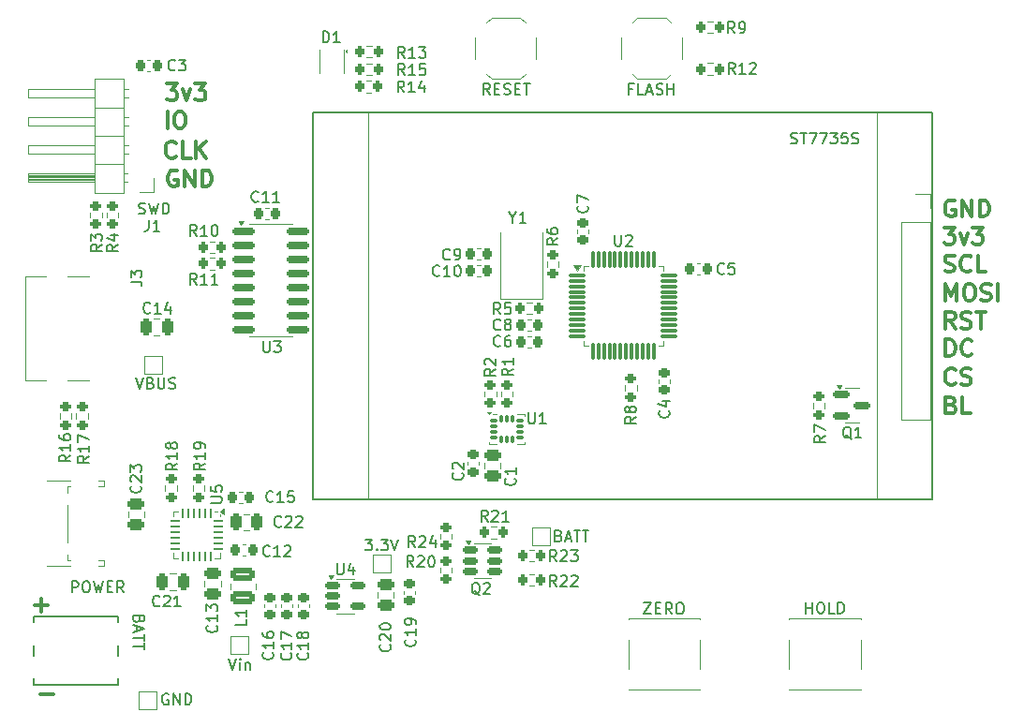
<source format=gbr>
%TF.GenerationSoftware,KiCad,Pcbnew,8.0.8-8.0.8-0~ubuntu24.04.1*%
%TF.CreationDate,2025-01-24T01:05:33+01:00*%
%TF.ProjectId,leany,6c65616e-792e-46b6-9963-61645f706362,rev?*%
%TF.SameCoordinates,Original*%
%TF.FileFunction,Legend,Top*%
%TF.FilePolarity,Positive*%
%FSLAX46Y46*%
G04 Gerber Fmt 4.6, Leading zero omitted, Abs format (unit mm)*
G04 Created by KiCad (PCBNEW 8.0.8-8.0.8-0~ubuntu24.04.1) date 2025-01-24 01:05:33*
%MOMM*%
%LPD*%
G01*
G04 APERTURE LIST*
G04 Aperture macros list*
%AMRoundRect*
0 Rectangle with rounded corners*
0 $1 Rounding radius*
0 $2 $3 $4 $5 $6 $7 $8 $9 X,Y pos of 4 corners*
0 Add a 4 corners polygon primitive as box body*
4,1,4,$2,$3,$4,$5,$6,$7,$8,$9,$2,$3,0*
0 Add four circle primitives for the rounded corners*
1,1,$1+$1,$2,$3*
1,1,$1+$1,$4,$5*
1,1,$1+$1,$6,$7*
1,1,$1+$1,$8,$9*
0 Add four rect primitives between the rounded corners*
20,1,$1+$1,$2,$3,$4,$5,0*
20,1,$1+$1,$4,$5,$6,$7,0*
20,1,$1+$1,$6,$7,$8,$9,0*
20,1,$1+$1,$8,$9,$2,$3,0*%
G04 Aperture macros list end*
%ADD10C,0.300000*%
%ADD11C,0.150000*%
%ADD12C,0.120000*%
%ADD13C,0.152400*%
%ADD14C,0.100000*%
%ADD15C,0.200000*%
%ADD16R,1.000000X1.000000*%
%ADD17RoundRect,0.250000X-0.250000X-0.475000X0.250000X-0.475000X0.250000X0.475000X-0.250000X0.475000X0*%
%ADD18RoundRect,0.200000X-0.200000X-0.275000X0.200000X-0.275000X0.200000X0.275000X-0.200000X0.275000X0*%
%ADD19RoundRect,0.225000X-0.225000X-0.250000X0.225000X-0.250000X0.225000X0.250000X-0.225000X0.250000X0*%
%ADD20C,2.100000*%
%ADD21C,1.750000*%
%ADD22RoundRect,0.200000X0.275000X-0.200000X0.275000X0.200000X-0.275000X0.200000X-0.275000X-0.200000X0*%
%ADD23RoundRect,0.087500X-0.225000X-0.087500X0.225000X-0.087500X0.225000X0.087500X-0.225000X0.087500X0*%
%ADD24RoundRect,0.087500X-0.087500X-0.225000X0.087500X-0.225000X0.087500X0.225000X-0.087500X0.225000X0*%
%ADD25RoundRect,0.150000X-0.587500X-0.150000X0.587500X-0.150000X0.587500X0.150000X-0.587500X0.150000X0*%
%ADD26R,2.500000X1.397000*%
%ADD27R,1.000000X0.750000*%
%ADD28RoundRect,0.250000X-0.850000X0.375000X-0.850000X-0.375000X0.850000X-0.375000X0.850000X0.375000X0*%
%ADD29RoundRect,0.200000X-0.275000X0.200000X-0.275000X-0.200000X0.275000X-0.200000X0.275000X0.200000X0*%
%ADD30RoundRect,0.200000X0.200000X0.275000X-0.200000X0.275000X-0.200000X-0.275000X0.200000X-0.275000X0*%
%ADD31R,2.400000X1.900000*%
%ADD32RoundRect,0.225000X-0.250000X0.225000X-0.250000X-0.225000X0.250000X-0.225000X0.250000X0.225000X0*%
%ADD33RoundRect,0.150000X-0.512500X-0.150000X0.512500X-0.150000X0.512500X0.150000X-0.512500X0.150000X0*%
%ADD34R,1.550000X1.300000*%
%ADD35RoundRect,0.250000X0.475000X-0.250000X0.475000X0.250000X-0.475000X0.250000X-0.475000X-0.250000X0*%
%ADD36R,1.700000X1.700000*%
%ADD37O,1.700000X1.700000*%
%ADD38RoundRect,0.250000X-0.475000X0.250000X-0.475000X-0.250000X0.475000X-0.250000X0.475000X0.250000X0*%
%ADD39RoundRect,0.062500X-0.062500X0.350000X-0.062500X-0.350000X0.062500X-0.350000X0.062500X0.350000X0*%
%ADD40RoundRect,0.062500X-0.350000X0.062500X-0.350000X-0.062500X0.350000X-0.062500X0.350000X0.062500X0*%
%ADD41R,2.700000X2.700000*%
%ADD42RoundRect,0.225000X0.225000X0.250000X-0.225000X0.250000X-0.225000X-0.250000X0.225000X-0.250000X0*%
%ADD43R,0.700000X0.800000*%
%ADD44C,2.400000*%
%ADD45C,0.650000*%
%ADD46R,1.450000X0.600000*%
%ADD47R,1.450000X0.300000*%
%ADD48O,2.100000X1.000000*%
%ADD49O,1.600000X1.000000*%
%ADD50RoundRect,0.075000X-0.662500X-0.075000X0.662500X-0.075000X0.662500X0.075000X-0.662500X0.075000X0*%
%ADD51RoundRect,0.075000X-0.075000X-0.662500X0.075000X-0.662500X0.075000X0.662500X-0.075000X0.662500X0*%
%ADD52RoundRect,0.250000X0.250000X0.475000X-0.250000X0.475000X-0.250000X-0.475000X0.250000X-0.475000X0*%
%ADD53RoundRect,0.225000X0.250000X-0.225000X0.250000X0.225000X-0.250000X0.225000X-0.250000X-0.225000X0*%
%ADD54RoundRect,0.150000X-0.825000X-0.150000X0.825000X-0.150000X0.825000X0.150000X-0.825000X0.150000X0*%
G04 APERTURE END LIST*
D10*
X179954510Y-109215114D02*
X180168796Y-109286542D01*
X180168796Y-109286542D02*
X180240225Y-109357971D01*
X180240225Y-109357971D02*
X180311653Y-109500828D01*
X180311653Y-109500828D02*
X180311653Y-109715114D01*
X180311653Y-109715114D02*
X180240225Y-109857971D01*
X180240225Y-109857971D02*
X180168796Y-109929400D01*
X180168796Y-109929400D02*
X180025939Y-110000828D01*
X180025939Y-110000828D02*
X179454510Y-110000828D01*
X179454510Y-110000828D02*
X179454510Y-108500828D01*
X179454510Y-108500828D02*
X179954510Y-108500828D01*
X179954510Y-108500828D02*
X180097368Y-108572257D01*
X180097368Y-108572257D02*
X180168796Y-108643685D01*
X180168796Y-108643685D02*
X180240225Y-108786542D01*
X180240225Y-108786542D02*
X180240225Y-108929400D01*
X180240225Y-108929400D02*
X180168796Y-109072257D01*
X180168796Y-109072257D02*
X180097368Y-109143685D01*
X180097368Y-109143685D02*
X179954510Y-109215114D01*
X179954510Y-109215114D02*
X179454510Y-109215114D01*
X181668796Y-110000828D02*
X180954510Y-110000828D01*
X180954510Y-110000828D02*
X180954510Y-108500828D01*
X179454510Y-104800828D02*
X179454510Y-103300828D01*
X179454510Y-103300828D02*
X179811653Y-103300828D01*
X179811653Y-103300828D02*
X180025939Y-103372257D01*
X180025939Y-103372257D02*
X180168796Y-103515114D01*
X180168796Y-103515114D02*
X180240225Y-103657971D01*
X180240225Y-103657971D02*
X180311653Y-103943685D01*
X180311653Y-103943685D02*
X180311653Y-104157971D01*
X180311653Y-104157971D02*
X180240225Y-104443685D01*
X180240225Y-104443685D02*
X180168796Y-104586542D01*
X180168796Y-104586542D02*
X180025939Y-104729400D01*
X180025939Y-104729400D02*
X179811653Y-104800828D01*
X179811653Y-104800828D02*
X179454510Y-104800828D01*
X181811653Y-104657971D02*
X181740225Y-104729400D01*
X181740225Y-104729400D02*
X181525939Y-104800828D01*
X181525939Y-104800828D02*
X181383082Y-104800828D01*
X181383082Y-104800828D02*
X181168796Y-104729400D01*
X181168796Y-104729400D02*
X181025939Y-104586542D01*
X181025939Y-104586542D02*
X180954510Y-104443685D01*
X180954510Y-104443685D02*
X180883082Y-104157971D01*
X180883082Y-104157971D02*
X180883082Y-103943685D01*
X180883082Y-103943685D02*
X180954510Y-103657971D01*
X180954510Y-103657971D02*
X181025939Y-103515114D01*
X181025939Y-103515114D02*
X181168796Y-103372257D01*
X181168796Y-103372257D02*
X181383082Y-103300828D01*
X181383082Y-103300828D02*
X181525939Y-103300828D01*
X181525939Y-103300828D02*
X181740225Y-103372257D01*
X181740225Y-103372257D02*
X181811653Y-103443685D01*
X180311653Y-102300828D02*
X179811653Y-101586542D01*
X179454510Y-102300828D02*
X179454510Y-100800828D01*
X179454510Y-100800828D02*
X180025939Y-100800828D01*
X180025939Y-100800828D02*
X180168796Y-100872257D01*
X180168796Y-100872257D02*
X180240225Y-100943685D01*
X180240225Y-100943685D02*
X180311653Y-101086542D01*
X180311653Y-101086542D02*
X180311653Y-101300828D01*
X180311653Y-101300828D02*
X180240225Y-101443685D01*
X180240225Y-101443685D02*
X180168796Y-101515114D01*
X180168796Y-101515114D02*
X180025939Y-101586542D01*
X180025939Y-101586542D02*
X179454510Y-101586542D01*
X180883082Y-102229400D02*
X181097368Y-102300828D01*
X181097368Y-102300828D02*
X181454510Y-102300828D01*
X181454510Y-102300828D02*
X181597368Y-102229400D01*
X181597368Y-102229400D02*
X181668796Y-102157971D01*
X181668796Y-102157971D02*
X181740225Y-102015114D01*
X181740225Y-102015114D02*
X181740225Y-101872257D01*
X181740225Y-101872257D02*
X181668796Y-101729400D01*
X181668796Y-101729400D02*
X181597368Y-101657971D01*
X181597368Y-101657971D02*
X181454510Y-101586542D01*
X181454510Y-101586542D02*
X181168796Y-101515114D01*
X181168796Y-101515114D02*
X181025939Y-101443685D01*
X181025939Y-101443685D02*
X180954510Y-101372257D01*
X180954510Y-101372257D02*
X180883082Y-101229400D01*
X180883082Y-101229400D02*
X180883082Y-101086542D01*
X180883082Y-101086542D02*
X180954510Y-100943685D01*
X180954510Y-100943685D02*
X181025939Y-100872257D01*
X181025939Y-100872257D02*
X181168796Y-100800828D01*
X181168796Y-100800828D02*
X181525939Y-100800828D01*
X181525939Y-100800828D02*
X181740225Y-100872257D01*
X182168796Y-100800828D02*
X183025939Y-100800828D01*
X182597367Y-102300828D02*
X182597367Y-100800828D01*
X97154510Y-127329400D02*
X98297368Y-127329400D01*
X97725939Y-127900828D02*
X97725939Y-126757971D01*
X109061653Y-80200828D02*
X109990225Y-80200828D01*
X109990225Y-80200828D02*
X109490225Y-80772257D01*
X109490225Y-80772257D02*
X109704510Y-80772257D01*
X109704510Y-80772257D02*
X109847368Y-80843685D01*
X109847368Y-80843685D02*
X109918796Y-80915114D01*
X109918796Y-80915114D02*
X109990225Y-81057971D01*
X109990225Y-81057971D02*
X109990225Y-81415114D01*
X109990225Y-81415114D02*
X109918796Y-81557971D01*
X109918796Y-81557971D02*
X109847368Y-81629400D01*
X109847368Y-81629400D02*
X109704510Y-81700828D01*
X109704510Y-81700828D02*
X109275939Y-81700828D01*
X109275939Y-81700828D02*
X109133082Y-81629400D01*
X109133082Y-81629400D02*
X109061653Y-81557971D01*
X110490224Y-80700828D02*
X110847367Y-81700828D01*
X110847367Y-81700828D02*
X111204510Y-80700828D01*
X111633081Y-80200828D02*
X112561653Y-80200828D01*
X112561653Y-80200828D02*
X112061653Y-80772257D01*
X112061653Y-80772257D02*
X112275938Y-80772257D01*
X112275938Y-80772257D02*
X112418796Y-80843685D01*
X112418796Y-80843685D02*
X112490224Y-80915114D01*
X112490224Y-80915114D02*
X112561653Y-81057971D01*
X112561653Y-81057971D02*
X112561653Y-81415114D01*
X112561653Y-81415114D02*
X112490224Y-81557971D01*
X112490224Y-81557971D02*
X112418796Y-81629400D01*
X112418796Y-81629400D02*
X112275938Y-81700828D01*
X112275938Y-81700828D02*
X111847367Y-81700828D01*
X111847367Y-81700828D02*
X111704510Y-81629400D01*
X111704510Y-81629400D02*
X111633081Y-81557971D01*
X179454510Y-99800828D02*
X179454510Y-98300828D01*
X179454510Y-98300828D02*
X179954510Y-99372257D01*
X179954510Y-99372257D02*
X180454510Y-98300828D01*
X180454510Y-98300828D02*
X180454510Y-99800828D01*
X181454511Y-98300828D02*
X181740225Y-98300828D01*
X181740225Y-98300828D02*
X181883082Y-98372257D01*
X181883082Y-98372257D02*
X182025939Y-98515114D01*
X182025939Y-98515114D02*
X182097368Y-98800828D01*
X182097368Y-98800828D02*
X182097368Y-99300828D01*
X182097368Y-99300828D02*
X182025939Y-99586542D01*
X182025939Y-99586542D02*
X181883082Y-99729400D01*
X181883082Y-99729400D02*
X181740225Y-99800828D01*
X181740225Y-99800828D02*
X181454511Y-99800828D01*
X181454511Y-99800828D02*
X181311654Y-99729400D01*
X181311654Y-99729400D02*
X181168796Y-99586542D01*
X181168796Y-99586542D02*
X181097368Y-99300828D01*
X181097368Y-99300828D02*
X181097368Y-98800828D01*
X181097368Y-98800828D02*
X181168796Y-98515114D01*
X181168796Y-98515114D02*
X181311654Y-98372257D01*
X181311654Y-98372257D02*
X181454511Y-98300828D01*
X182668797Y-99729400D02*
X182883083Y-99800828D01*
X182883083Y-99800828D02*
X183240225Y-99800828D01*
X183240225Y-99800828D02*
X183383083Y-99729400D01*
X183383083Y-99729400D02*
X183454511Y-99657971D01*
X183454511Y-99657971D02*
X183525940Y-99515114D01*
X183525940Y-99515114D02*
X183525940Y-99372257D01*
X183525940Y-99372257D02*
X183454511Y-99229400D01*
X183454511Y-99229400D02*
X183383083Y-99157971D01*
X183383083Y-99157971D02*
X183240225Y-99086542D01*
X183240225Y-99086542D02*
X182954511Y-99015114D01*
X182954511Y-99015114D02*
X182811654Y-98943685D01*
X182811654Y-98943685D02*
X182740225Y-98872257D01*
X182740225Y-98872257D02*
X182668797Y-98729400D01*
X182668797Y-98729400D02*
X182668797Y-98586542D01*
X182668797Y-98586542D02*
X182740225Y-98443685D01*
X182740225Y-98443685D02*
X182811654Y-98372257D01*
X182811654Y-98372257D02*
X182954511Y-98300828D01*
X182954511Y-98300828D02*
X183311654Y-98300828D01*
X183311654Y-98300828D02*
X183525940Y-98372257D01*
X184168796Y-99800828D02*
X184168796Y-98300828D01*
X179383082Y-97129400D02*
X179597368Y-97200828D01*
X179597368Y-97200828D02*
X179954510Y-97200828D01*
X179954510Y-97200828D02*
X180097368Y-97129400D01*
X180097368Y-97129400D02*
X180168796Y-97057971D01*
X180168796Y-97057971D02*
X180240225Y-96915114D01*
X180240225Y-96915114D02*
X180240225Y-96772257D01*
X180240225Y-96772257D02*
X180168796Y-96629400D01*
X180168796Y-96629400D02*
X180097368Y-96557971D01*
X180097368Y-96557971D02*
X179954510Y-96486542D01*
X179954510Y-96486542D02*
X179668796Y-96415114D01*
X179668796Y-96415114D02*
X179525939Y-96343685D01*
X179525939Y-96343685D02*
X179454510Y-96272257D01*
X179454510Y-96272257D02*
X179383082Y-96129400D01*
X179383082Y-96129400D02*
X179383082Y-95986542D01*
X179383082Y-95986542D02*
X179454510Y-95843685D01*
X179454510Y-95843685D02*
X179525939Y-95772257D01*
X179525939Y-95772257D02*
X179668796Y-95700828D01*
X179668796Y-95700828D02*
X180025939Y-95700828D01*
X180025939Y-95700828D02*
X180240225Y-95772257D01*
X181740224Y-97057971D02*
X181668796Y-97129400D01*
X181668796Y-97129400D02*
X181454510Y-97200828D01*
X181454510Y-97200828D02*
X181311653Y-97200828D01*
X181311653Y-97200828D02*
X181097367Y-97129400D01*
X181097367Y-97129400D02*
X180954510Y-96986542D01*
X180954510Y-96986542D02*
X180883081Y-96843685D01*
X180883081Y-96843685D02*
X180811653Y-96557971D01*
X180811653Y-96557971D02*
X180811653Y-96343685D01*
X180811653Y-96343685D02*
X180883081Y-96057971D01*
X180883081Y-96057971D02*
X180954510Y-95915114D01*
X180954510Y-95915114D02*
X181097367Y-95772257D01*
X181097367Y-95772257D02*
X181311653Y-95700828D01*
X181311653Y-95700828D02*
X181454510Y-95700828D01*
X181454510Y-95700828D02*
X181668796Y-95772257D01*
X181668796Y-95772257D02*
X181740224Y-95843685D01*
X183097367Y-97200828D02*
X182383081Y-97200828D01*
X182383081Y-97200828D02*
X182383081Y-95700828D01*
X179311653Y-93200828D02*
X180240225Y-93200828D01*
X180240225Y-93200828D02*
X179740225Y-93772257D01*
X179740225Y-93772257D02*
X179954510Y-93772257D01*
X179954510Y-93772257D02*
X180097368Y-93843685D01*
X180097368Y-93843685D02*
X180168796Y-93915114D01*
X180168796Y-93915114D02*
X180240225Y-94057971D01*
X180240225Y-94057971D02*
X180240225Y-94415114D01*
X180240225Y-94415114D02*
X180168796Y-94557971D01*
X180168796Y-94557971D02*
X180097368Y-94629400D01*
X180097368Y-94629400D02*
X179954510Y-94700828D01*
X179954510Y-94700828D02*
X179525939Y-94700828D01*
X179525939Y-94700828D02*
X179383082Y-94629400D01*
X179383082Y-94629400D02*
X179311653Y-94557971D01*
X180740224Y-93700828D02*
X181097367Y-94700828D01*
X181097367Y-94700828D02*
X181454510Y-93700828D01*
X181883081Y-93200828D02*
X182811653Y-93200828D01*
X182811653Y-93200828D02*
X182311653Y-93772257D01*
X182311653Y-93772257D02*
X182525938Y-93772257D01*
X182525938Y-93772257D02*
X182668796Y-93843685D01*
X182668796Y-93843685D02*
X182740224Y-93915114D01*
X182740224Y-93915114D02*
X182811653Y-94057971D01*
X182811653Y-94057971D02*
X182811653Y-94415114D01*
X182811653Y-94415114D02*
X182740224Y-94557971D01*
X182740224Y-94557971D02*
X182668796Y-94629400D01*
X182668796Y-94629400D02*
X182525938Y-94700828D01*
X182525938Y-94700828D02*
X182097367Y-94700828D01*
X182097367Y-94700828D02*
X181954510Y-94629400D01*
X181954510Y-94629400D02*
X181883081Y-94557971D01*
X180240225Y-90772257D02*
X180097368Y-90700828D01*
X180097368Y-90700828D02*
X179883082Y-90700828D01*
X179883082Y-90700828D02*
X179668796Y-90772257D01*
X179668796Y-90772257D02*
X179525939Y-90915114D01*
X179525939Y-90915114D02*
X179454510Y-91057971D01*
X179454510Y-91057971D02*
X179383082Y-91343685D01*
X179383082Y-91343685D02*
X179383082Y-91557971D01*
X179383082Y-91557971D02*
X179454510Y-91843685D01*
X179454510Y-91843685D02*
X179525939Y-91986542D01*
X179525939Y-91986542D02*
X179668796Y-92129400D01*
X179668796Y-92129400D02*
X179883082Y-92200828D01*
X179883082Y-92200828D02*
X180025939Y-92200828D01*
X180025939Y-92200828D02*
X180240225Y-92129400D01*
X180240225Y-92129400D02*
X180311653Y-92057971D01*
X180311653Y-92057971D02*
X180311653Y-91557971D01*
X180311653Y-91557971D02*
X180025939Y-91557971D01*
X180954510Y-92200828D02*
X180954510Y-90700828D01*
X180954510Y-90700828D02*
X181811653Y-92200828D01*
X181811653Y-92200828D02*
X181811653Y-90700828D01*
X182525939Y-92200828D02*
X182525939Y-90700828D01*
X182525939Y-90700828D02*
X182883082Y-90700828D01*
X182883082Y-90700828D02*
X183097368Y-90772257D01*
X183097368Y-90772257D02*
X183240225Y-90915114D01*
X183240225Y-90915114D02*
X183311654Y-91057971D01*
X183311654Y-91057971D02*
X183383082Y-91343685D01*
X183383082Y-91343685D02*
X183383082Y-91557971D01*
X183383082Y-91557971D02*
X183311654Y-91843685D01*
X183311654Y-91843685D02*
X183240225Y-91986542D01*
X183240225Y-91986542D02*
X183097368Y-92129400D01*
X183097368Y-92129400D02*
X182883082Y-92200828D01*
X182883082Y-92200828D02*
X182525939Y-92200828D01*
X109861653Y-86757971D02*
X109790225Y-86829400D01*
X109790225Y-86829400D02*
X109575939Y-86900828D01*
X109575939Y-86900828D02*
X109433082Y-86900828D01*
X109433082Y-86900828D02*
X109218796Y-86829400D01*
X109218796Y-86829400D02*
X109075939Y-86686542D01*
X109075939Y-86686542D02*
X109004510Y-86543685D01*
X109004510Y-86543685D02*
X108933082Y-86257971D01*
X108933082Y-86257971D02*
X108933082Y-86043685D01*
X108933082Y-86043685D02*
X109004510Y-85757971D01*
X109004510Y-85757971D02*
X109075939Y-85615114D01*
X109075939Y-85615114D02*
X109218796Y-85472257D01*
X109218796Y-85472257D02*
X109433082Y-85400828D01*
X109433082Y-85400828D02*
X109575939Y-85400828D01*
X109575939Y-85400828D02*
X109790225Y-85472257D01*
X109790225Y-85472257D02*
X109861653Y-85543685D01*
X111218796Y-86900828D02*
X110504510Y-86900828D01*
X110504510Y-86900828D02*
X110504510Y-85400828D01*
X111718796Y-86900828D02*
X111718796Y-85400828D01*
X112575939Y-86900828D02*
X111933082Y-86043685D01*
X112575939Y-85400828D02*
X111718796Y-86257971D01*
X97654510Y-135329400D02*
X98797368Y-135329400D01*
X109104510Y-84200828D02*
X109104510Y-82700828D01*
X110104511Y-82700828D02*
X110390225Y-82700828D01*
X110390225Y-82700828D02*
X110533082Y-82772257D01*
X110533082Y-82772257D02*
X110675939Y-82915114D01*
X110675939Y-82915114D02*
X110747368Y-83200828D01*
X110747368Y-83200828D02*
X110747368Y-83700828D01*
X110747368Y-83700828D02*
X110675939Y-83986542D01*
X110675939Y-83986542D02*
X110533082Y-84129400D01*
X110533082Y-84129400D02*
X110390225Y-84200828D01*
X110390225Y-84200828D02*
X110104511Y-84200828D01*
X110104511Y-84200828D02*
X109961654Y-84129400D01*
X109961654Y-84129400D02*
X109818796Y-83986542D01*
X109818796Y-83986542D02*
X109747368Y-83700828D01*
X109747368Y-83700828D02*
X109747368Y-83200828D01*
X109747368Y-83200828D02*
X109818796Y-82915114D01*
X109818796Y-82915114D02*
X109961654Y-82772257D01*
X109961654Y-82772257D02*
X110104511Y-82700828D01*
X109990225Y-88072257D02*
X109847368Y-88000828D01*
X109847368Y-88000828D02*
X109633082Y-88000828D01*
X109633082Y-88000828D02*
X109418796Y-88072257D01*
X109418796Y-88072257D02*
X109275939Y-88215114D01*
X109275939Y-88215114D02*
X109204510Y-88357971D01*
X109204510Y-88357971D02*
X109133082Y-88643685D01*
X109133082Y-88643685D02*
X109133082Y-88857971D01*
X109133082Y-88857971D02*
X109204510Y-89143685D01*
X109204510Y-89143685D02*
X109275939Y-89286542D01*
X109275939Y-89286542D02*
X109418796Y-89429400D01*
X109418796Y-89429400D02*
X109633082Y-89500828D01*
X109633082Y-89500828D02*
X109775939Y-89500828D01*
X109775939Y-89500828D02*
X109990225Y-89429400D01*
X109990225Y-89429400D02*
X110061653Y-89357971D01*
X110061653Y-89357971D02*
X110061653Y-88857971D01*
X110061653Y-88857971D02*
X109775939Y-88857971D01*
X110704510Y-89500828D02*
X110704510Y-88000828D01*
X110704510Y-88000828D02*
X111561653Y-89500828D01*
X111561653Y-89500828D02*
X111561653Y-88000828D01*
X112275939Y-89500828D02*
X112275939Y-88000828D01*
X112275939Y-88000828D02*
X112633082Y-88000828D01*
X112633082Y-88000828D02*
X112847368Y-88072257D01*
X112847368Y-88072257D02*
X112990225Y-88215114D01*
X112990225Y-88215114D02*
X113061654Y-88357971D01*
X113061654Y-88357971D02*
X113133082Y-88643685D01*
X113133082Y-88643685D02*
X113133082Y-88857971D01*
X113133082Y-88857971D02*
X113061654Y-89143685D01*
X113061654Y-89143685D02*
X112990225Y-89286542D01*
X112990225Y-89286542D02*
X112847368Y-89429400D01*
X112847368Y-89429400D02*
X112633082Y-89500828D01*
X112633082Y-89500828D02*
X112275939Y-89500828D01*
X180311653Y-107257971D02*
X180240225Y-107329400D01*
X180240225Y-107329400D02*
X180025939Y-107400828D01*
X180025939Y-107400828D02*
X179883082Y-107400828D01*
X179883082Y-107400828D02*
X179668796Y-107329400D01*
X179668796Y-107329400D02*
X179525939Y-107186542D01*
X179525939Y-107186542D02*
X179454510Y-107043685D01*
X179454510Y-107043685D02*
X179383082Y-106757971D01*
X179383082Y-106757971D02*
X179383082Y-106543685D01*
X179383082Y-106543685D02*
X179454510Y-106257971D01*
X179454510Y-106257971D02*
X179525939Y-106115114D01*
X179525939Y-106115114D02*
X179668796Y-105972257D01*
X179668796Y-105972257D02*
X179883082Y-105900828D01*
X179883082Y-105900828D02*
X180025939Y-105900828D01*
X180025939Y-105900828D02*
X180240225Y-105972257D01*
X180240225Y-105972257D02*
X180311653Y-106043685D01*
X180883082Y-107329400D02*
X181097368Y-107400828D01*
X181097368Y-107400828D02*
X181454510Y-107400828D01*
X181454510Y-107400828D02*
X181597368Y-107329400D01*
X181597368Y-107329400D02*
X181668796Y-107257971D01*
X181668796Y-107257971D02*
X181740225Y-107115114D01*
X181740225Y-107115114D02*
X181740225Y-106972257D01*
X181740225Y-106972257D02*
X181668796Y-106829400D01*
X181668796Y-106829400D02*
X181597368Y-106757971D01*
X181597368Y-106757971D02*
X181454510Y-106686542D01*
X181454510Y-106686542D02*
X181168796Y-106615114D01*
X181168796Y-106615114D02*
X181025939Y-106543685D01*
X181025939Y-106543685D02*
X180954510Y-106472257D01*
X180954510Y-106472257D02*
X180883082Y-106329400D01*
X180883082Y-106329400D02*
X180883082Y-106186542D01*
X180883082Y-106186542D02*
X180954510Y-106043685D01*
X180954510Y-106043685D02*
X181025939Y-105972257D01*
X181025939Y-105972257D02*
X181168796Y-105900828D01*
X181168796Y-105900828D02*
X181525939Y-105900828D01*
X181525939Y-105900828D02*
X181740225Y-105972257D01*
D11*
X114676191Y-132154819D02*
X115009524Y-133154819D01*
X115009524Y-133154819D02*
X115342857Y-132154819D01*
X115676191Y-133154819D02*
X115676191Y-132488152D01*
X115676191Y-132154819D02*
X115628572Y-132202438D01*
X115628572Y-132202438D02*
X115676191Y-132250057D01*
X115676191Y-132250057D02*
X115723810Y-132202438D01*
X115723810Y-132202438D02*
X115676191Y-132154819D01*
X115676191Y-132154819D02*
X115676191Y-132250057D01*
X116152381Y-132488152D02*
X116152381Y-133154819D01*
X116152381Y-132583390D02*
X116200000Y-132535771D01*
X116200000Y-132535771D02*
X116295238Y-132488152D01*
X116295238Y-132488152D02*
X116438095Y-132488152D01*
X116438095Y-132488152D02*
X116533333Y-132535771D01*
X116533333Y-132535771D02*
X116580952Y-132631009D01*
X116580952Y-132631009D02*
X116580952Y-133154819D01*
X107557142Y-100859580D02*
X107509523Y-100907200D01*
X107509523Y-100907200D02*
X107366666Y-100954819D01*
X107366666Y-100954819D02*
X107271428Y-100954819D01*
X107271428Y-100954819D02*
X107128571Y-100907200D01*
X107128571Y-100907200D02*
X107033333Y-100811961D01*
X107033333Y-100811961D02*
X106985714Y-100716723D01*
X106985714Y-100716723D02*
X106938095Y-100526247D01*
X106938095Y-100526247D02*
X106938095Y-100383390D01*
X106938095Y-100383390D02*
X106985714Y-100192914D01*
X106985714Y-100192914D02*
X107033333Y-100097676D01*
X107033333Y-100097676D02*
X107128571Y-100002438D01*
X107128571Y-100002438D02*
X107271428Y-99954819D01*
X107271428Y-99954819D02*
X107366666Y-99954819D01*
X107366666Y-99954819D02*
X107509523Y-100002438D01*
X107509523Y-100002438D02*
X107557142Y-100050057D01*
X108509523Y-100954819D02*
X107938095Y-100954819D01*
X108223809Y-100954819D02*
X108223809Y-99954819D01*
X108223809Y-99954819D02*
X108128571Y-100097676D01*
X108128571Y-100097676D02*
X108033333Y-100192914D01*
X108033333Y-100192914D02*
X107938095Y-100240533D01*
X109366666Y-100288152D02*
X109366666Y-100954819D01*
X109128571Y-99907200D02*
X108890476Y-100621485D01*
X108890476Y-100621485D02*
X109509523Y-100621485D01*
X144282142Y-123354819D02*
X143948809Y-122878628D01*
X143710714Y-123354819D02*
X143710714Y-122354819D01*
X143710714Y-122354819D02*
X144091666Y-122354819D01*
X144091666Y-122354819D02*
X144186904Y-122402438D01*
X144186904Y-122402438D02*
X144234523Y-122450057D01*
X144234523Y-122450057D02*
X144282142Y-122545295D01*
X144282142Y-122545295D02*
X144282142Y-122688152D01*
X144282142Y-122688152D02*
X144234523Y-122783390D01*
X144234523Y-122783390D02*
X144186904Y-122831009D01*
X144186904Y-122831009D02*
X144091666Y-122878628D01*
X144091666Y-122878628D02*
X143710714Y-122878628D01*
X144663095Y-122450057D02*
X144710714Y-122402438D01*
X144710714Y-122402438D02*
X144805952Y-122354819D01*
X144805952Y-122354819D02*
X145044047Y-122354819D01*
X145044047Y-122354819D02*
X145139285Y-122402438D01*
X145139285Y-122402438D02*
X145186904Y-122450057D01*
X145186904Y-122450057D02*
X145234523Y-122545295D01*
X145234523Y-122545295D02*
X145234523Y-122640533D01*
X145234523Y-122640533D02*
X145186904Y-122783390D01*
X145186904Y-122783390D02*
X144615476Y-123354819D01*
X144615476Y-123354819D02*
X145234523Y-123354819D01*
X145567857Y-122354819D02*
X146186904Y-122354819D01*
X146186904Y-122354819D02*
X145853571Y-122735771D01*
X145853571Y-122735771D02*
X145996428Y-122735771D01*
X145996428Y-122735771D02*
X146091666Y-122783390D01*
X146091666Y-122783390D02*
X146139285Y-122831009D01*
X146139285Y-122831009D02*
X146186904Y-122926247D01*
X146186904Y-122926247D02*
X146186904Y-123164342D01*
X146186904Y-123164342D02*
X146139285Y-123259580D01*
X146139285Y-123259580D02*
X146091666Y-123307200D01*
X146091666Y-123307200D02*
X145996428Y-123354819D01*
X145996428Y-123354819D02*
X145710714Y-123354819D01*
X145710714Y-123354819D02*
X145615476Y-123307200D01*
X145615476Y-123307200D02*
X145567857Y-123259580D01*
X133707142Y-97509580D02*
X133659523Y-97557200D01*
X133659523Y-97557200D02*
X133516666Y-97604819D01*
X133516666Y-97604819D02*
X133421428Y-97604819D01*
X133421428Y-97604819D02*
X133278571Y-97557200D01*
X133278571Y-97557200D02*
X133183333Y-97461961D01*
X133183333Y-97461961D02*
X133135714Y-97366723D01*
X133135714Y-97366723D02*
X133088095Y-97176247D01*
X133088095Y-97176247D02*
X133088095Y-97033390D01*
X133088095Y-97033390D02*
X133135714Y-96842914D01*
X133135714Y-96842914D02*
X133183333Y-96747676D01*
X133183333Y-96747676D02*
X133278571Y-96652438D01*
X133278571Y-96652438D02*
X133421428Y-96604819D01*
X133421428Y-96604819D02*
X133516666Y-96604819D01*
X133516666Y-96604819D02*
X133659523Y-96652438D01*
X133659523Y-96652438D02*
X133707142Y-96700057D01*
X134659523Y-97604819D02*
X134088095Y-97604819D01*
X134373809Y-97604819D02*
X134373809Y-96604819D01*
X134373809Y-96604819D02*
X134278571Y-96747676D01*
X134278571Y-96747676D02*
X134183333Y-96842914D01*
X134183333Y-96842914D02*
X134088095Y-96890533D01*
X135278571Y-96604819D02*
X135373809Y-96604819D01*
X135373809Y-96604819D02*
X135469047Y-96652438D01*
X135469047Y-96652438D02*
X135516666Y-96700057D01*
X135516666Y-96700057D02*
X135564285Y-96795295D01*
X135564285Y-96795295D02*
X135611904Y-96985771D01*
X135611904Y-96985771D02*
X135611904Y-97223866D01*
X135611904Y-97223866D02*
X135564285Y-97414342D01*
X135564285Y-97414342D02*
X135516666Y-97509580D01*
X135516666Y-97509580D02*
X135469047Y-97557200D01*
X135469047Y-97557200D02*
X135373809Y-97604819D01*
X135373809Y-97604819D02*
X135278571Y-97604819D01*
X135278571Y-97604819D02*
X135183333Y-97557200D01*
X135183333Y-97557200D02*
X135135714Y-97509580D01*
X135135714Y-97509580D02*
X135088095Y-97414342D01*
X135088095Y-97414342D02*
X135040476Y-97223866D01*
X135040476Y-97223866D02*
X135040476Y-96985771D01*
X135040476Y-96985771D02*
X135088095Y-96795295D01*
X135088095Y-96795295D02*
X135135714Y-96700057D01*
X135135714Y-96700057D02*
X135183333Y-96652438D01*
X135183333Y-96652438D02*
X135278571Y-96604819D01*
X100490476Y-126154819D02*
X100490476Y-125154819D01*
X100490476Y-125154819D02*
X100871428Y-125154819D01*
X100871428Y-125154819D02*
X100966666Y-125202438D01*
X100966666Y-125202438D02*
X101014285Y-125250057D01*
X101014285Y-125250057D02*
X101061904Y-125345295D01*
X101061904Y-125345295D02*
X101061904Y-125488152D01*
X101061904Y-125488152D02*
X101014285Y-125583390D01*
X101014285Y-125583390D02*
X100966666Y-125631009D01*
X100966666Y-125631009D02*
X100871428Y-125678628D01*
X100871428Y-125678628D02*
X100490476Y-125678628D01*
X101680952Y-125154819D02*
X101871428Y-125154819D01*
X101871428Y-125154819D02*
X101966666Y-125202438D01*
X101966666Y-125202438D02*
X102061904Y-125297676D01*
X102061904Y-125297676D02*
X102109523Y-125488152D01*
X102109523Y-125488152D02*
X102109523Y-125821485D01*
X102109523Y-125821485D02*
X102061904Y-126011961D01*
X102061904Y-126011961D02*
X101966666Y-126107200D01*
X101966666Y-126107200D02*
X101871428Y-126154819D01*
X101871428Y-126154819D02*
X101680952Y-126154819D01*
X101680952Y-126154819D02*
X101585714Y-126107200D01*
X101585714Y-126107200D02*
X101490476Y-126011961D01*
X101490476Y-126011961D02*
X101442857Y-125821485D01*
X101442857Y-125821485D02*
X101442857Y-125488152D01*
X101442857Y-125488152D02*
X101490476Y-125297676D01*
X101490476Y-125297676D02*
X101585714Y-125202438D01*
X101585714Y-125202438D02*
X101680952Y-125154819D01*
X102442857Y-125154819D02*
X102680952Y-126154819D01*
X102680952Y-126154819D02*
X102871428Y-125440533D01*
X102871428Y-125440533D02*
X103061904Y-126154819D01*
X103061904Y-126154819D02*
X103300000Y-125154819D01*
X103680952Y-125631009D02*
X104014285Y-125631009D01*
X104157142Y-126154819D02*
X103680952Y-126154819D01*
X103680952Y-126154819D02*
X103680952Y-125154819D01*
X103680952Y-125154819D02*
X104157142Y-125154819D01*
X105157142Y-126154819D02*
X104823809Y-125678628D01*
X104585714Y-126154819D02*
X104585714Y-125154819D01*
X104585714Y-125154819D02*
X104966666Y-125154819D01*
X104966666Y-125154819D02*
X105061904Y-125202438D01*
X105061904Y-125202438D02*
X105109523Y-125250057D01*
X105109523Y-125250057D02*
X105157142Y-125345295D01*
X105157142Y-125345295D02*
X105157142Y-125488152D01*
X105157142Y-125488152D02*
X105109523Y-125583390D01*
X105109523Y-125583390D02*
X105061904Y-125631009D01*
X105061904Y-125631009D02*
X104966666Y-125678628D01*
X104966666Y-125678628D02*
X104585714Y-125678628D01*
X151454819Y-110291666D02*
X150978628Y-110624999D01*
X151454819Y-110863094D02*
X150454819Y-110863094D01*
X150454819Y-110863094D02*
X150454819Y-110482142D01*
X150454819Y-110482142D02*
X150502438Y-110386904D01*
X150502438Y-110386904D02*
X150550057Y-110339285D01*
X150550057Y-110339285D02*
X150645295Y-110291666D01*
X150645295Y-110291666D02*
X150788152Y-110291666D01*
X150788152Y-110291666D02*
X150883390Y-110339285D01*
X150883390Y-110339285D02*
X150931009Y-110386904D01*
X150931009Y-110386904D02*
X150978628Y-110482142D01*
X150978628Y-110482142D02*
X150978628Y-110863094D01*
X150883390Y-109720237D02*
X150835771Y-109815475D01*
X150835771Y-109815475D02*
X150788152Y-109863094D01*
X150788152Y-109863094D02*
X150692914Y-109910713D01*
X150692914Y-109910713D02*
X150645295Y-109910713D01*
X150645295Y-109910713D02*
X150550057Y-109863094D01*
X150550057Y-109863094D02*
X150502438Y-109815475D01*
X150502438Y-109815475D02*
X150454819Y-109720237D01*
X150454819Y-109720237D02*
X150454819Y-109529761D01*
X150454819Y-109529761D02*
X150502438Y-109434523D01*
X150502438Y-109434523D02*
X150550057Y-109386904D01*
X150550057Y-109386904D02*
X150645295Y-109339285D01*
X150645295Y-109339285D02*
X150692914Y-109339285D01*
X150692914Y-109339285D02*
X150788152Y-109386904D01*
X150788152Y-109386904D02*
X150835771Y-109434523D01*
X150835771Y-109434523D02*
X150883390Y-109529761D01*
X150883390Y-109529761D02*
X150883390Y-109720237D01*
X150883390Y-109720237D02*
X150931009Y-109815475D01*
X150931009Y-109815475D02*
X150978628Y-109863094D01*
X150978628Y-109863094D02*
X151073866Y-109910713D01*
X151073866Y-109910713D02*
X151264342Y-109910713D01*
X151264342Y-109910713D02*
X151359580Y-109863094D01*
X151359580Y-109863094D02*
X151407200Y-109815475D01*
X151407200Y-109815475D02*
X151454819Y-109720237D01*
X151454819Y-109720237D02*
X151454819Y-109529761D01*
X151454819Y-109529761D02*
X151407200Y-109434523D01*
X151407200Y-109434523D02*
X151359580Y-109386904D01*
X151359580Y-109386904D02*
X151264342Y-109339285D01*
X151264342Y-109339285D02*
X151073866Y-109339285D01*
X151073866Y-109339285D02*
X150978628Y-109386904D01*
X150978628Y-109386904D02*
X150931009Y-109434523D01*
X150931009Y-109434523D02*
X150883390Y-109529761D01*
X141738095Y-109904819D02*
X141738095Y-110714342D01*
X141738095Y-110714342D02*
X141785714Y-110809580D01*
X141785714Y-110809580D02*
X141833333Y-110857200D01*
X141833333Y-110857200D02*
X141928571Y-110904819D01*
X141928571Y-110904819D02*
X142119047Y-110904819D01*
X142119047Y-110904819D02*
X142214285Y-110857200D01*
X142214285Y-110857200D02*
X142261904Y-110809580D01*
X142261904Y-110809580D02*
X142309523Y-110714342D01*
X142309523Y-110714342D02*
X142309523Y-109904819D01*
X143309523Y-110904819D02*
X142738095Y-110904819D01*
X143023809Y-110904819D02*
X143023809Y-109904819D01*
X143023809Y-109904819D02*
X142928571Y-110047676D01*
X142928571Y-110047676D02*
X142833333Y-110142914D01*
X142833333Y-110142914D02*
X142738095Y-110190533D01*
X170917261Y-112300057D02*
X170822023Y-112252438D01*
X170822023Y-112252438D02*
X170726785Y-112157200D01*
X170726785Y-112157200D02*
X170583928Y-112014342D01*
X170583928Y-112014342D02*
X170488690Y-111966723D01*
X170488690Y-111966723D02*
X170393452Y-111966723D01*
X170441071Y-112204819D02*
X170345833Y-112157200D01*
X170345833Y-112157200D02*
X170250595Y-112061961D01*
X170250595Y-112061961D02*
X170202976Y-111871485D01*
X170202976Y-111871485D02*
X170202976Y-111538152D01*
X170202976Y-111538152D02*
X170250595Y-111347676D01*
X170250595Y-111347676D02*
X170345833Y-111252438D01*
X170345833Y-111252438D02*
X170441071Y-111204819D01*
X170441071Y-111204819D02*
X170631547Y-111204819D01*
X170631547Y-111204819D02*
X170726785Y-111252438D01*
X170726785Y-111252438D02*
X170822023Y-111347676D01*
X170822023Y-111347676D02*
X170869642Y-111538152D01*
X170869642Y-111538152D02*
X170869642Y-111871485D01*
X170869642Y-111871485D02*
X170822023Y-112061961D01*
X170822023Y-112061961D02*
X170726785Y-112157200D01*
X170726785Y-112157200D02*
X170631547Y-112204819D01*
X170631547Y-112204819D02*
X170441071Y-112204819D01*
X171822023Y-112204819D02*
X171250595Y-112204819D01*
X171536309Y-112204819D02*
X171536309Y-111204819D01*
X171536309Y-111204819D02*
X171441071Y-111347676D01*
X171441071Y-111347676D02*
X171345833Y-111442914D01*
X171345833Y-111442914D02*
X171250595Y-111490533D01*
X106568990Y-128580952D02*
X106521371Y-128723809D01*
X106521371Y-128723809D02*
X106473752Y-128771428D01*
X106473752Y-128771428D02*
X106378514Y-128819047D01*
X106378514Y-128819047D02*
X106235657Y-128819047D01*
X106235657Y-128819047D02*
X106140419Y-128771428D01*
X106140419Y-128771428D02*
X106092800Y-128723809D01*
X106092800Y-128723809D02*
X106045180Y-128628571D01*
X106045180Y-128628571D02*
X106045180Y-128247619D01*
X106045180Y-128247619D02*
X107045180Y-128247619D01*
X107045180Y-128247619D02*
X107045180Y-128580952D01*
X107045180Y-128580952D02*
X106997561Y-128676190D01*
X106997561Y-128676190D02*
X106949942Y-128723809D01*
X106949942Y-128723809D02*
X106854704Y-128771428D01*
X106854704Y-128771428D02*
X106759466Y-128771428D01*
X106759466Y-128771428D02*
X106664228Y-128723809D01*
X106664228Y-128723809D02*
X106616609Y-128676190D01*
X106616609Y-128676190D02*
X106568990Y-128580952D01*
X106568990Y-128580952D02*
X106568990Y-128247619D01*
X106330895Y-129200000D02*
X106330895Y-129676190D01*
X106045180Y-129104762D02*
X107045180Y-129438095D01*
X107045180Y-129438095D02*
X106045180Y-129771428D01*
X107045180Y-129961905D02*
X107045180Y-130533333D01*
X106045180Y-130247619D02*
X107045180Y-130247619D01*
X107045180Y-130723810D02*
X107045180Y-131295238D01*
X106045180Y-131009524D02*
X107045180Y-131009524D01*
X151159523Y-80656009D02*
X150826190Y-80656009D01*
X150826190Y-81179819D02*
X150826190Y-80179819D01*
X150826190Y-80179819D02*
X151302380Y-80179819D01*
X152159523Y-81179819D02*
X151683333Y-81179819D01*
X151683333Y-81179819D02*
X151683333Y-80179819D01*
X152445238Y-80894104D02*
X152921428Y-80894104D01*
X152350000Y-81179819D02*
X152683333Y-80179819D01*
X152683333Y-80179819D02*
X153016666Y-81179819D01*
X153302381Y-81132200D02*
X153445238Y-81179819D01*
X153445238Y-81179819D02*
X153683333Y-81179819D01*
X153683333Y-81179819D02*
X153778571Y-81132200D01*
X153778571Y-81132200D02*
X153826190Y-81084580D01*
X153826190Y-81084580D02*
X153873809Y-80989342D01*
X153873809Y-80989342D02*
X153873809Y-80894104D01*
X153873809Y-80894104D02*
X153826190Y-80798866D01*
X153826190Y-80798866D02*
X153778571Y-80751247D01*
X153778571Y-80751247D02*
X153683333Y-80703628D01*
X153683333Y-80703628D02*
X153492857Y-80656009D01*
X153492857Y-80656009D02*
X153397619Y-80608390D01*
X153397619Y-80608390D02*
X153350000Y-80560771D01*
X153350000Y-80560771D02*
X153302381Y-80465533D01*
X153302381Y-80465533D02*
X153302381Y-80370295D01*
X153302381Y-80370295D02*
X153350000Y-80275057D01*
X153350000Y-80275057D02*
X153397619Y-80227438D01*
X153397619Y-80227438D02*
X153492857Y-80179819D01*
X153492857Y-80179819D02*
X153730952Y-80179819D01*
X153730952Y-80179819D02*
X153873809Y-80227438D01*
X154302381Y-81179819D02*
X154302381Y-80179819D01*
X154302381Y-80656009D02*
X154873809Y-80656009D01*
X154873809Y-81179819D02*
X154873809Y-80179819D01*
X160407142Y-79304819D02*
X160073809Y-78828628D01*
X159835714Y-79304819D02*
X159835714Y-78304819D01*
X159835714Y-78304819D02*
X160216666Y-78304819D01*
X160216666Y-78304819D02*
X160311904Y-78352438D01*
X160311904Y-78352438D02*
X160359523Y-78400057D01*
X160359523Y-78400057D02*
X160407142Y-78495295D01*
X160407142Y-78495295D02*
X160407142Y-78638152D01*
X160407142Y-78638152D02*
X160359523Y-78733390D01*
X160359523Y-78733390D02*
X160311904Y-78781009D01*
X160311904Y-78781009D02*
X160216666Y-78828628D01*
X160216666Y-78828628D02*
X159835714Y-78828628D01*
X161359523Y-79304819D02*
X160788095Y-79304819D01*
X161073809Y-79304819D02*
X161073809Y-78304819D01*
X161073809Y-78304819D02*
X160978571Y-78447676D01*
X160978571Y-78447676D02*
X160883333Y-78542914D01*
X160883333Y-78542914D02*
X160788095Y-78590533D01*
X161740476Y-78400057D02*
X161788095Y-78352438D01*
X161788095Y-78352438D02*
X161883333Y-78304819D01*
X161883333Y-78304819D02*
X162121428Y-78304819D01*
X162121428Y-78304819D02*
X162216666Y-78352438D01*
X162216666Y-78352438D02*
X162264285Y-78400057D01*
X162264285Y-78400057D02*
X162311904Y-78495295D01*
X162311904Y-78495295D02*
X162311904Y-78590533D01*
X162311904Y-78590533D02*
X162264285Y-78733390D01*
X162264285Y-78733390D02*
X161692857Y-79304819D01*
X161692857Y-79304819D02*
X162311904Y-79304819D01*
X116254819Y-128604166D02*
X116254819Y-129080356D01*
X116254819Y-129080356D02*
X115254819Y-129080356D01*
X116254819Y-127747023D02*
X116254819Y-128318451D01*
X116254819Y-128032737D02*
X115254819Y-128032737D01*
X115254819Y-128032737D02*
X115397676Y-128127975D01*
X115397676Y-128127975D02*
X115492914Y-128223213D01*
X115492914Y-128223213D02*
X115540533Y-128318451D01*
X138754819Y-105966666D02*
X138278628Y-106299999D01*
X138754819Y-106538094D02*
X137754819Y-106538094D01*
X137754819Y-106538094D02*
X137754819Y-106157142D01*
X137754819Y-106157142D02*
X137802438Y-106061904D01*
X137802438Y-106061904D02*
X137850057Y-106014285D01*
X137850057Y-106014285D02*
X137945295Y-105966666D01*
X137945295Y-105966666D02*
X138088152Y-105966666D01*
X138088152Y-105966666D02*
X138183390Y-106014285D01*
X138183390Y-106014285D02*
X138231009Y-106061904D01*
X138231009Y-106061904D02*
X138278628Y-106157142D01*
X138278628Y-106157142D02*
X138278628Y-106538094D01*
X137850057Y-105585713D02*
X137802438Y-105538094D01*
X137802438Y-105538094D02*
X137754819Y-105442856D01*
X137754819Y-105442856D02*
X137754819Y-105204761D01*
X137754819Y-105204761D02*
X137802438Y-105109523D01*
X137802438Y-105109523D02*
X137850057Y-105061904D01*
X137850057Y-105061904D02*
X137945295Y-105014285D01*
X137945295Y-105014285D02*
X138040533Y-105014285D01*
X138040533Y-105014285D02*
X138183390Y-105061904D01*
X138183390Y-105061904D02*
X138754819Y-105633332D01*
X138754819Y-105633332D02*
X138754819Y-105014285D01*
X126998810Y-121354819D02*
X127617857Y-121354819D01*
X127617857Y-121354819D02*
X127284524Y-121735771D01*
X127284524Y-121735771D02*
X127427381Y-121735771D01*
X127427381Y-121735771D02*
X127522619Y-121783390D01*
X127522619Y-121783390D02*
X127570238Y-121831009D01*
X127570238Y-121831009D02*
X127617857Y-121926247D01*
X127617857Y-121926247D02*
X127617857Y-122164342D01*
X127617857Y-122164342D02*
X127570238Y-122259580D01*
X127570238Y-122259580D02*
X127522619Y-122307200D01*
X127522619Y-122307200D02*
X127427381Y-122354819D01*
X127427381Y-122354819D02*
X127141667Y-122354819D01*
X127141667Y-122354819D02*
X127046429Y-122307200D01*
X127046429Y-122307200D02*
X126998810Y-122259580D01*
X128046429Y-122259580D02*
X128094048Y-122307200D01*
X128094048Y-122307200D02*
X128046429Y-122354819D01*
X128046429Y-122354819D02*
X127998810Y-122307200D01*
X127998810Y-122307200D02*
X128046429Y-122259580D01*
X128046429Y-122259580D02*
X128046429Y-122354819D01*
X128427381Y-121354819D02*
X129046428Y-121354819D01*
X129046428Y-121354819D02*
X128713095Y-121735771D01*
X128713095Y-121735771D02*
X128855952Y-121735771D01*
X128855952Y-121735771D02*
X128951190Y-121783390D01*
X128951190Y-121783390D02*
X128998809Y-121831009D01*
X128998809Y-121831009D02*
X129046428Y-121926247D01*
X129046428Y-121926247D02*
X129046428Y-122164342D01*
X129046428Y-122164342D02*
X128998809Y-122259580D01*
X128998809Y-122259580D02*
X128951190Y-122307200D01*
X128951190Y-122307200D02*
X128855952Y-122354819D01*
X128855952Y-122354819D02*
X128570238Y-122354819D01*
X128570238Y-122354819D02*
X128475000Y-122307200D01*
X128475000Y-122307200D02*
X128427381Y-122259580D01*
X129332143Y-121354819D02*
X129665476Y-122354819D01*
X129665476Y-122354819D02*
X129998809Y-121354819D01*
X144282142Y-125604819D02*
X143948809Y-125128628D01*
X143710714Y-125604819D02*
X143710714Y-124604819D01*
X143710714Y-124604819D02*
X144091666Y-124604819D01*
X144091666Y-124604819D02*
X144186904Y-124652438D01*
X144186904Y-124652438D02*
X144234523Y-124700057D01*
X144234523Y-124700057D02*
X144282142Y-124795295D01*
X144282142Y-124795295D02*
X144282142Y-124938152D01*
X144282142Y-124938152D02*
X144234523Y-125033390D01*
X144234523Y-125033390D02*
X144186904Y-125081009D01*
X144186904Y-125081009D02*
X144091666Y-125128628D01*
X144091666Y-125128628D02*
X143710714Y-125128628D01*
X144663095Y-124700057D02*
X144710714Y-124652438D01*
X144710714Y-124652438D02*
X144805952Y-124604819D01*
X144805952Y-124604819D02*
X145044047Y-124604819D01*
X145044047Y-124604819D02*
X145139285Y-124652438D01*
X145139285Y-124652438D02*
X145186904Y-124700057D01*
X145186904Y-124700057D02*
X145234523Y-124795295D01*
X145234523Y-124795295D02*
X145234523Y-124890533D01*
X145234523Y-124890533D02*
X145186904Y-125033390D01*
X145186904Y-125033390D02*
X144615476Y-125604819D01*
X144615476Y-125604819D02*
X145234523Y-125604819D01*
X145615476Y-124700057D02*
X145663095Y-124652438D01*
X145663095Y-124652438D02*
X145758333Y-124604819D01*
X145758333Y-124604819D02*
X145996428Y-124604819D01*
X145996428Y-124604819D02*
X146091666Y-124652438D01*
X146091666Y-124652438D02*
X146139285Y-124700057D01*
X146139285Y-124700057D02*
X146186904Y-124795295D01*
X146186904Y-124795295D02*
X146186904Y-124890533D01*
X146186904Y-124890533D02*
X146139285Y-125033390D01*
X146139285Y-125033390D02*
X145567857Y-125604819D01*
X145567857Y-125604819D02*
X146186904Y-125604819D01*
X140323809Y-92278628D02*
X140323809Y-92754819D01*
X139990476Y-91754819D02*
X140323809Y-92278628D01*
X140323809Y-92278628D02*
X140657142Y-91754819D01*
X141514285Y-92754819D02*
X140942857Y-92754819D01*
X141228571Y-92754819D02*
X141228571Y-91754819D01*
X141228571Y-91754819D02*
X141133333Y-91897676D01*
X141133333Y-91897676D02*
X141038095Y-91992914D01*
X141038095Y-91992914D02*
X140942857Y-92040533D01*
X118609580Y-131592857D02*
X118657200Y-131640476D01*
X118657200Y-131640476D02*
X118704819Y-131783333D01*
X118704819Y-131783333D02*
X118704819Y-131878571D01*
X118704819Y-131878571D02*
X118657200Y-132021428D01*
X118657200Y-132021428D02*
X118561961Y-132116666D01*
X118561961Y-132116666D02*
X118466723Y-132164285D01*
X118466723Y-132164285D02*
X118276247Y-132211904D01*
X118276247Y-132211904D02*
X118133390Y-132211904D01*
X118133390Y-132211904D02*
X117942914Y-132164285D01*
X117942914Y-132164285D02*
X117847676Y-132116666D01*
X117847676Y-132116666D02*
X117752438Y-132021428D01*
X117752438Y-132021428D02*
X117704819Y-131878571D01*
X117704819Y-131878571D02*
X117704819Y-131783333D01*
X117704819Y-131783333D02*
X117752438Y-131640476D01*
X117752438Y-131640476D02*
X117800057Y-131592857D01*
X118704819Y-130640476D02*
X118704819Y-131211904D01*
X118704819Y-130926190D02*
X117704819Y-130926190D01*
X117704819Y-130926190D02*
X117847676Y-131021428D01*
X117847676Y-131021428D02*
X117942914Y-131116666D01*
X117942914Y-131116666D02*
X117990533Y-131211904D01*
X117704819Y-129783333D02*
X117704819Y-129973809D01*
X117704819Y-129973809D02*
X117752438Y-130069047D01*
X117752438Y-130069047D02*
X117800057Y-130116666D01*
X117800057Y-130116666D02*
X117942914Y-130211904D01*
X117942914Y-130211904D02*
X118133390Y-130259523D01*
X118133390Y-130259523D02*
X118514342Y-130259523D01*
X118514342Y-130259523D02*
X118609580Y-130211904D01*
X118609580Y-130211904D02*
X118657200Y-130164285D01*
X118657200Y-130164285D02*
X118704819Y-130069047D01*
X118704819Y-130069047D02*
X118704819Y-129878571D01*
X118704819Y-129878571D02*
X118657200Y-129783333D01*
X118657200Y-129783333D02*
X118609580Y-129735714D01*
X118609580Y-129735714D02*
X118514342Y-129688095D01*
X118514342Y-129688095D02*
X118276247Y-129688095D01*
X118276247Y-129688095D02*
X118181009Y-129735714D01*
X118181009Y-129735714D02*
X118133390Y-129783333D01*
X118133390Y-129783333D02*
X118085771Y-129878571D01*
X118085771Y-129878571D02*
X118085771Y-130069047D01*
X118085771Y-130069047D02*
X118133390Y-130164285D01*
X118133390Y-130164285D02*
X118181009Y-130211904D01*
X118181009Y-130211904D02*
X118276247Y-130259523D01*
X137354761Y-126400057D02*
X137259523Y-126352438D01*
X137259523Y-126352438D02*
X137164285Y-126257200D01*
X137164285Y-126257200D02*
X137021428Y-126114342D01*
X137021428Y-126114342D02*
X136926190Y-126066723D01*
X136926190Y-126066723D02*
X136830952Y-126066723D01*
X136878571Y-126304819D02*
X136783333Y-126257200D01*
X136783333Y-126257200D02*
X136688095Y-126161961D01*
X136688095Y-126161961D02*
X136640476Y-125971485D01*
X136640476Y-125971485D02*
X136640476Y-125638152D01*
X136640476Y-125638152D02*
X136688095Y-125447676D01*
X136688095Y-125447676D02*
X136783333Y-125352438D01*
X136783333Y-125352438D02*
X136878571Y-125304819D01*
X136878571Y-125304819D02*
X137069047Y-125304819D01*
X137069047Y-125304819D02*
X137164285Y-125352438D01*
X137164285Y-125352438D02*
X137259523Y-125447676D01*
X137259523Y-125447676D02*
X137307142Y-125638152D01*
X137307142Y-125638152D02*
X137307142Y-125971485D01*
X137307142Y-125971485D02*
X137259523Y-126161961D01*
X137259523Y-126161961D02*
X137164285Y-126257200D01*
X137164285Y-126257200D02*
X137069047Y-126304819D01*
X137069047Y-126304819D02*
X136878571Y-126304819D01*
X137688095Y-125400057D02*
X137735714Y-125352438D01*
X137735714Y-125352438D02*
X137830952Y-125304819D01*
X137830952Y-125304819D02*
X138069047Y-125304819D01*
X138069047Y-125304819D02*
X138164285Y-125352438D01*
X138164285Y-125352438D02*
X138211904Y-125400057D01*
X138211904Y-125400057D02*
X138259523Y-125495295D01*
X138259523Y-125495295D02*
X138259523Y-125590533D01*
X138259523Y-125590533D02*
X138211904Y-125733390D01*
X138211904Y-125733390D02*
X137640476Y-126304819D01*
X137640476Y-126304819D02*
X138259523Y-126304819D01*
X152190476Y-127104819D02*
X152857142Y-127104819D01*
X152857142Y-127104819D02*
X152190476Y-128104819D01*
X152190476Y-128104819D02*
X152857142Y-128104819D01*
X153238095Y-127581009D02*
X153571428Y-127581009D01*
X153714285Y-128104819D02*
X153238095Y-128104819D01*
X153238095Y-128104819D02*
X153238095Y-127104819D01*
X153238095Y-127104819D02*
X153714285Y-127104819D01*
X154714285Y-128104819D02*
X154380952Y-127628628D01*
X154142857Y-128104819D02*
X154142857Y-127104819D01*
X154142857Y-127104819D02*
X154523809Y-127104819D01*
X154523809Y-127104819D02*
X154619047Y-127152438D01*
X154619047Y-127152438D02*
X154666666Y-127200057D01*
X154666666Y-127200057D02*
X154714285Y-127295295D01*
X154714285Y-127295295D02*
X154714285Y-127438152D01*
X154714285Y-127438152D02*
X154666666Y-127533390D01*
X154666666Y-127533390D02*
X154619047Y-127581009D01*
X154619047Y-127581009D02*
X154523809Y-127628628D01*
X154523809Y-127628628D02*
X154142857Y-127628628D01*
X155333333Y-127104819D02*
X155523809Y-127104819D01*
X155523809Y-127104819D02*
X155619047Y-127152438D01*
X155619047Y-127152438D02*
X155714285Y-127247676D01*
X155714285Y-127247676D02*
X155761904Y-127438152D01*
X155761904Y-127438152D02*
X155761904Y-127771485D01*
X155761904Y-127771485D02*
X155714285Y-127961961D01*
X155714285Y-127961961D02*
X155619047Y-128057200D01*
X155619047Y-128057200D02*
X155523809Y-128104819D01*
X155523809Y-128104819D02*
X155333333Y-128104819D01*
X155333333Y-128104819D02*
X155238095Y-128057200D01*
X155238095Y-128057200D02*
X155142857Y-127961961D01*
X155142857Y-127961961D02*
X155095238Y-127771485D01*
X155095238Y-127771485D02*
X155095238Y-127438152D01*
X155095238Y-127438152D02*
X155142857Y-127247676D01*
X155142857Y-127247676D02*
X155238095Y-127152438D01*
X155238095Y-127152438D02*
X155333333Y-127104819D01*
X106266667Y-106754819D02*
X106600000Y-107754819D01*
X106600000Y-107754819D02*
X106933333Y-106754819D01*
X107600000Y-107231009D02*
X107742857Y-107278628D01*
X107742857Y-107278628D02*
X107790476Y-107326247D01*
X107790476Y-107326247D02*
X107838095Y-107421485D01*
X107838095Y-107421485D02*
X107838095Y-107564342D01*
X107838095Y-107564342D02*
X107790476Y-107659580D01*
X107790476Y-107659580D02*
X107742857Y-107707200D01*
X107742857Y-107707200D02*
X107647619Y-107754819D01*
X107647619Y-107754819D02*
X107266667Y-107754819D01*
X107266667Y-107754819D02*
X107266667Y-106754819D01*
X107266667Y-106754819D02*
X107600000Y-106754819D01*
X107600000Y-106754819D02*
X107695238Y-106802438D01*
X107695238Y-106802438D02*
X107742857Y-106850057D01*
X107742857Y-106850057D02*
X107790476Y-106945295D01*
X107790476Y-106945295D02*
X107790476Y-107040533D01*
X107790476Y-107040533D02*
X107742857Y-107135771D01*
X107742857Y-107135771D02*
X107695238Y-107183390D01*
X107695238Y-107183390D02*
X107600000Y-107231009D01*
X107600000Y-107231009D02*
X107266667Y-107231009D01*
X108266667Y-106754819D02*
X108266667Y-107564342D01*
X108266667Y-107564342D02*
X108314286Y-107659580D01*
X108314286Y-107659580D02*
X108361905Y-107707200D01*
X108361905Y-107707200D02*
X108457143Y-107754819D01*
X108457143Y-107754819D02*
X108647619Y-107754819D01*
X108647619Y-107754819D02*
X108742857Y-107707200D01*
X108742857Y-107707200D02*
X108790476Y-107659580D01*
X108790476Y-107659580D02*
X108838095Y-107564342D01*
X108838095Y-107564342D02*
X108838095Y-106754819D01*
X109266667Y-107707200D02*
X109409524Y-107754819D01*
X109409524Y-107754819D02*
X109647619Y-107754819D01*
X109647619Y-107754819D02*
X109742857Y-107707200D01*
X109742857Y-107707200D02*
X109790476Y-107659580D01*
X109790476Y-107659580D02*
X109838095Y-107564342D01*
X109838095Y-107564342D02*
X109838095Y-107469104D01*
X109838095Y-107469104D02*
X109790476Y-107373866D01*
X109790476Y-107373866D02*
X109742857Y-107326247D01*
X109742857Y-107326247D02*
X109647619Y-107278628D01*
X109647619Y-107278628D02*
X109457143Y-107231009D01*
X109457143Y-107231009D02*
X109361905Y-107183390D01*
X109361905Y-107183390D02*
X109314286Y-107135771D01*
X109314286Y-107135771D02*
X109266667Y-107040533D01*
X109266667Y-107040533D02*
X109266667Y-106945295D01*
X109266667Y-106945295D02*
X109314286Y-106850057D01*
X109314286Y-106850057D02*
X109361905Y-106802438D01*
X109361905Y-106802438D02*
X109457143Y-106754819D01*
X109457143Y-106754819D02*
X109695238Y-106754819D01*
X109695238Y-106754819D02*
X109838095Y-106802438D01*
X130557142Y-79404819D02*
X130223809Y-78928628D01*
X129985714Y-79404819D02*
X129985714Y-78404819D01*
X129985714Y-78404819D02*
X130366666Y-78404819D01*
X130366666Y-78404819D02*
X130461904Y-78452438D01*
X130461904Y-78452438D02*
X130509523Y-78500057D01*
X130509523Y-78500057D02*
X130557142Y-78595295D01*
X130557142Y-78595295D02*
X130557142Y-78738152D01*
X130557142Y-78738152D02*
X130509523Y-78833390D01*
X130509523Y-78833390D02*
X130461904Y-78881009D01*
X130461904Y-78881009D02*
X130366666Y-78928628D01*
X130366666Y-78928628D02*
X129985714Y-78928628D01*
X131509523Y-79404819D02*
X130938095Y-79404819D01*
X131223809Y-79404819D02*
X131223809Y-78404819D01*
X131223809Y-78404819D02*
X131128571Y-78547676D01*
X131128571Y-78547676D02*
X131033333Y-78642914D01*
X131033333Y-78642914D02*
X130938095Y-78690533D01*
X132414285Y-78404819D02*
X131938095Y-78404819D01*
X131938095Y-78404819D02*
X131890476Y-78881009D01*
X131890476Y-78881009D02*
X131938095Y-78833390D01*
X131938095Y-78833390D02*
X132033333Y-78785771D01*
X132033333Y-78785771D02*
X132271428Y-78785771D01*
X132271428Y-78785771D02*
X132366666Y-78833390D01*
X132366666Y-78833390D02*
X132414285Y-78881009D01*
X132414285Y-78881009D02*
X132461904Y-78976247D01*
X132461904Y-78976247D02*
X132461904Y-79214342D01*
X132461904Y-79214342D02*
X132414285Y-79309580D01*
X132414285Y-79309580D02*
X132366666Y-79357200D01*
X132366666Y-79357200D02*
X132271428Y-79404819D01*
X132271428Y-79404819D02*
X132033333Y-79404819D01*
X132033333Y-79404819D02*
X131938095Y-79357200D01*
X131938095Y-79357200D02*
X131890476Y-79309580D01*
X134633333Y-96009580D02*
X134585714Y-96057200D01*
X134585714Y-96057200D02*
X134442857Y-96104819D01*
X134442857Y-96104819D02*
X134347619Y-96104819D01*
X134347619Y-96104819D02*
X134204762Y-96057200D01*
X134204762Y-96057200D02*
X134109524Y-95961961D01*
X134109524Y-95961961D02*
X134061905Y-95866723D01*
X134061905Y-95866723D02*
X134014286Y-95676247D01*
X134014286Y-95676247D02*
X134014286Y-95533390D01*
X134014286Y-95533390D02*
X134061905Y-95342914D01*
X134061905Y-95342914D02*
X134109524Y-95247676D01*
X134109524Y-95247676D02*
X134204762Y-95152438D01*
X134204762Y-95152438D02*
X134347619Y-95104819D01*
X134347619Y-95104819D02*
X134442857Y-95104819D01*
X134442857Y-95104819D02*
X134585714Y-95152438D01*
X134585714Y-95152438D02*
X134633333Y-95200057D01*
X135109524Y-96104819D02*
X135300000Y-96104819D01*
X135300000Y-96104819D02*
X135395238Y-96057200D01*
X135395238Y-96057200D02*
X135442857Y-96009580D01*
X135442857Y-96009580D02*
X135538095Y-95866723D01*
X135538095Y-95866723D02*
X135585714Y-95676247D01*
X135585714Y-95676247D02*
X135585714Y-95295295D01*
X135585714Y-95295295D02*
X135538095Y-95200057D01*
X135538095Y-95200057D02*
X135490476Y-95152438D01*
X135490476Y-95152438D02*
X135395238Y-95104819D01*
X135395238Y-95104819D02*
X135204762Y-95104819D01*
X135204762Y-95104819D02*
X135109524Y-95152438D01*
X135109524Y-95152438D02*
X135061905Y-95200057D01*
X135061905Y-95200057D02*
X135014286Y-95295295D01*
X135014286Y-95295295D02*
X135014286Y-95533390D01*
X135014286Y-95533390D02*
X135061905Y-95628628D01*
X135061905Y-95628628D02*
X135109524Y-95676247D01*
X135109524Y-95676247D02*
X135204762Y-95723866D01*
X135204762Y-95723866D02*
X135395238Y-95723866D01*
X135395238Y-95723866D02*
X135490476Y-95676247D01*
X135490476Y-95676247D02*
X135538095Y-95628628D01*
X135538095Y-95628628D02*
X135585714Y-95533390D01*
X138057142Y-119754819D02*
X137723809Y-119278628D01*
X137485714Y-119754819D02*
X137485714Y-118754819D01*
X137485714Y-118754819D02*
X137866666Y-118754819D01*
X137866666Y-118754819D02*
X137961904Y-118802438D01*
X137961904Y-118802438D02*
X138009523Y-118850057D01*
X138009523Y-118850057D02*
X138057142Y-118945295D01*
X138057142Y-118945295D02*
X138057142Y-119088152D01*
X138057142Y-119088152D02*
X138009523Y-119183390D01*
X138009523Y-119183390D02*
X137961904Y-119231009D01*
X137961904Y-119231009D02*
X137866666Y-119278628D01*
X137866666Y-119278628D02*
X137485714Y-119278628D01*
X138438095Y-118850057D02*
X138485714Y-118802438D01*
X138485714Y-118802438D02*
X138580952Y-118754819D01*
X138580952Y-118754819D02*
X138819047Y-118754819D01*
X138819047Y-118754819D02*
X138914285Y-118802438D01*
X138914285Y-118802438D02*
X138961904Y-118850057D01*
X138961904Y-118850057D02*
X139009523Y-118945295D01*
X139009523Y-118945295D02*
X139009523Y-119040533D01*
X139009523Y-119040533D02*
X138961904Y-119183390D01*
X138961904Y-119183390D02*
X138390476Y-119754819D01*
X138390476Y-119754819D02*
X139009523Y-119754819D01*
X139961904Y-119754819D02*
X139390476Y-119754819D01*
X139676190Y-119754819D02*
X139676190Y-118754819D01*
X139676190Y-118754819D02*
X139580952Y-118897676D01*
X139580952Y-118897676D02*
X139485714Y-118992914D01*
X139485714Y-118992914D02*
X139390476Y-119040533D01*
X144404819Y-94166666D02*
X143928628Y-94499999D01*
X144404819Y-94738094D02*
X143404819Y-94738094D01*
X143404819Y-94738094D02*
X143404819Y-94357142D01*
X143404819Y-94357142D02*
X143452438Y-94261904D01*
X143452438Y-94261904D02*
X143500057Y-94214285D01*
X143500057Y-94214285D02*
X143595295Y-94166666D01*
X143595295Y-94166666D02*
X143738152Y-94166666D01*
X143738152Y-94166666D02*
X143833390Y-94214285D01*
X143833390Y-94214285D02*
X143881009Y-94261904D01*
X143881009Y-94261904D02*
X143928628Y-94357142D01*
X143928628Y-94357142D02*
X143928628Y-94738094D01*
X143404819Y-93309523D02*
X143404819Y-93499999D01*
X143404819Y-93499999D02*
X143452438Y-93595237D01*
X143452438Y-93595237D02*
X143500057Y-93642856D01*
X143500057Y-93642856D02*
X143642914Y-93738094D01*
X143642914Y-93738094D02*
X143833390Y-93785713D01*
X143833390Y-93785713D02*
X144214342Y-93785713D01*
X144214342Y-93785713D02*
X144309580Y-93738094D01*
X144309580Y-93738094D02*
X144357200Y-93690475D01*
X144357200Y-93690475D02*
X144404819Y-93595237D01*
X144404819Y-93595237D02*
X144404819Y-93404761D01*
X144404819Y-93404761D02*
X144357200Y-93309523D01*
X144357200Y-93309523D02*
X144309580Y-93261904D01*
X144309580Y-93261904D02*
X144214342Y-93214285D01*
X144214342Y-93214285D02*
X143976247Y-93214285D01*
X143976247Y-93214285D02*
X143881009Y-93261904D01*
X143881009Y-93261904D02*
X143833390Y-93309523D01*
X143833390Y-93309523D02*
X143785771Y-93404761D01*
X143785771Y-93404761D02*
X143785771Y-93595237D01*
X143785771Y-93595237D02*
X143833390Y-93690475D01*
X143833390Y-93690475D02*
X143881009Y-93738094D01*
X143881009Y-93738094D02*
X143976247Y-93785713D01*
X113559580Y-129142857D02*
X113607200Y-129190476D01*
X113607200Y-129190476D02*
X113654819Y-129333333D01*
X113654819Y-129333333D02*
X113654819Y-129428571D01*
X113654819Y-129428571D02*
X113607200Y-129571428D01*
X113607200Y-129571428D02*
X113511961Y-129666666D01*
X113511961Y-129666666D02*
X113416723Y-129714285D01*
X113416723Y-129714285D02*
X113226247Y-129761904D01*
X113226247Y-129761904D02*
X113083390Y-129761904D01*
X113083390Y-129761904D02*
X112892914Y-129714285D01*
X112892914Y-129714285D02*
X112797676Y-129666666D01*
X112797676Y-129666666D02*
X112702438Y-129571428D01*
X112702438Y-129571428D02*
X112654819Y-129428571D01*
X112654819Y-129428571D02*
X112654819Y-129333333D01*
X112654819Y-129333333D02*
X112702438Y-129190476D01*
X112702438Y-129190476D02*
X112750057Y-129142857D01*
X113654819Y-128190476D02*
X113654819Y-128761904D01*
X113654819Y-128476190D02*
X112654819Y-128476190D01*
X112654819Y-128476190D02*
X112797676Y-128571428D01*
X112797676Y-128571428D02*
X112892914Y-128666666D01*
X112892914Y-128666666D02*
X112940533Y-128761904D01*
X112654819Y-127857142D02*
X112654819Y-127238095D01*
X112654819Y-127238095D02*
X113035771Y-127571428D01*
X113035771Y-127571428D02*
X113035771Y-127428571D01*
X113035771Y-127428571D02*
X113083390Y-127333333D01*
X113083390Y-127333333D02*
X113131009Y-127285714D01*
X113131009Y-127285714D02*
X113226247Y-127238095D01*
X113226247Y-127238095D02*
X113464342Y-127238095D01*
X113464342Y-127238095D02*
X113559580Y-127285714D01*
X113559580Y-127285714D02*
X113607200Y-127333333D01*
X113607200Y-127333333D02*
X113654819Y-127428571D01*
X113654819Y-127428571D02*
X113654819Y-127714285D01*
X113654819Y-127714285D02*
X113607200Y-127809523D01*
X113607200Y-127809523D02*
X113559580Y-127857142D01*
X119407142Y-120159580D02*
X119359523Y-120207200D01*
X119359523Y-120207200D02*
X119216666Y-120254819D01*
X119216666Y-120254819D02*
X119121428Y-120254819D01*
X119121428Y-120254819D02*
X118978571Y-120207200D01*
X118978571Y-120207200D02*
X118883333Y-120111961D01*
X118883333Y-120111961D02*
X118835714Y-120016723D01*
X118835714Y-120016723D02*
X118788095Y-119826247D01*
X118788095Y-119826247D02*
X118788095Y-119683390D01*
X118788095Y-119683390D02*
X118835714Y-119492914D01*
X118835714Y-119492914D02*
X118883333Y-119397676D01*
X118883333Y-119397676D02*
X118978571Y-119302438D01*
X118978571Y-119302438D02*
X119121428Y-119254819D01*
X119121428Y-119254819D02*
X119216666Y-119254819D01*
X119216666Y-119254819D02*
X119359523Y-119302438D01*
X119359523Y-119302438D02*
X119407142Y-119350057D01*
X119788095Y-119350057D02*
X119835714Y-119302438D01*
X119835714Y-119302438D02*
X119930952Y-119254819D01*
X119930952Y-119254819D02*
X120169047Y-119254819D01*
X120169047Y-119254819D02*
X120264285Y-119302438D01*
X120264285Y-119302438D02*
X120311904Y-119350057D01*
X120311904Y-119350057D02*
X120359523Y-119445295D01*
X120359523Y-119445295D02*
X120359523Y-119540533D01*
X120359523Y-119540533D02*
X120311904Y-119683390D01*
X120311904Y-119683390D02*
X119740476Y-120254819D01*
X119740476Y-120254819D02*
X120359523Y-120254819D01*
X120740476Y-119350057D02*
X120788095Y-119302438D01*
X120788095Y-119302438D02*
X120883333Y-119254819D01*
X120883333Y-119254819D02*
X121121428Y-119254819D01*
X121121428Y-119254819D02*
X121216666Y-119302438D01*
X121216666Y-119302438D02*
X121264285Y-119350057D01*
X121264285Y-119350057D02*
X121311904Y-119445295D01*
X121311904Y-119445295D02*
X121311904Y-119540533D01*
X121311904Y-119540533D02*
X121264285Y-119683390D01*
X121264285Y-119683390D02*
X120692857Y-120254819D01*
X120692857Y-120254819D02*
X121311904Y-120254819D01*
X166810714Y-128054819D02*
X166810714Y-127054819D01*
X166810714Y-127531009D02*
X167382142Y-127531009D01*
X167382142Y-128054819D02*
X167382142Y-127054819D01*
X168048809Y-127054819D02*
X168239285Y-127054819D01*
X168239285Y-127054819D02*
X168334523Y-127102438D01*
X168334523Y-127102438D02*
X168429761Y-127197676D01*
X168429761Y-127197676D02*
X168477380Y-127388152D01*
X168477380Y-127388152D02*
X168477380Y-127721485D01*
X168477380Y-127721485D02*
X168429761Y-127911961D01*
X168429761Y-127911961D02*
X168334523Y-128007200D01*
X168334523Y-128007200D02*
X168239285Y-128054819D01*
X168239285Y-128054819D02*
X168048809Y-128054819D01*
X168048809Y-128054819D02*
X167953571Y-128007200D01*
X167953571Y-128007200D02*
X167858333Y-127911961D01*
X167858333Y-127911961D02*
X167810714Y-127721485D01*
X167810714Y-127721485D02*
X167810714Y-127388152D01*
X167810714Y-127388152D02*
X167858333Y-127197676D01*
X167858333Y-127197676D02*
X167953571Y-127102438D01*
X167953571Y-127102438D02*
X168048809Y-127054819D01*
X169382142Y-128054819D02*
X168905952Y-128054819D01*
X168905952Y-128054819D02*
X168905952Y-127054819D01*
X169715476Y-128054819D02*
X169715476Y-127054819D01*
X169715476Y-127054819D02*
X169953571Y-127054819D01*
X169953571Y-127054819D02*
X170096428Y-127102438D01*
X170096428Y-127102438D02*
X170191666Y-127197676D01*
X170191666Y-127197676D02*
X170239285Y-127292914D01*
X170239285Y-127292914D02*
X170286904Y-127483390D01*
X170286904Y-127483390D02*
X170286904Y-127626247D01*
X170286904Y-127626247D02*
X170239285Y-127816723D01*
X170239285Y-127816723D02*
X170191666Y-127911961D01*
X170191666Y-127911961D02*
X170096428Y-128007200D01*
X170096428Y-128007200D02*
X169953571Y-128054819D01*
X169953571Y-128054819D02*
X169715476Y-128054819D01*
X138247618Y-81179819D02*
X137914285Y-80703628D01*
X137676190Y-81179819D02*
X137676190Y-80179819D01*
X137676190Y-80179819D02*
X138057142Y-80179819D01*
X138057142Y-80179819D02*
X138152380Y-80227438D01*
X138152380Y-80227438D02*
X138199999Y-80275057D01*
X138199999Y-80275057D02*
X138247618Y-80370295D01*
X138247618Y-80370295D02*
X138247618Y-80513152D01*
X138247618Y-80513152D02*
X138199999Y-80608390D01*
X138199999Y-80608390D02*
X138152380Y-80656009D01*
X138152380Y-80656009D02*
X138057142Y-80703628D01*
X138057142Y-80703628D02*
X137676190Y-80703628D01*
X138676190Y-80656009D02*
X139009523Y-80656009D01*
X139152380Y-81179819D02*
X138676190Y-81179819D01*
X138676190Y-81179819D02*
X138676190Y-80179819D01*
X138676190Y-80179819D02*
X139152380Y-80179819D01*
X139533333Y-81132200D02*
X139676190Y-81179819D01*
X139676190Y-81179819D02*
X139914285Y-81179819D01*
X139914285Y-81179819D02*
X140009523Y-81132200D01*
X140009523Y-81132200D02*
X140057142Y-81084580D01*
X140057142Y-81084580D02*
X140104761Y-80989342D01*
X140104761Y-80989342D02*
X140104761Y-80894104D01*
X140104761Y-80894104D02*
X140057142Y-80798866D01*
X140057142Y-80798866D02*
X140009523Y-80751247D01*
X140009523Y-80751247D02*
X139914285Y-80703628D01*
X139914285Y-80703628D02*
X139723809Y-80656009D01*
X139723809Y-80656009D02*
X139628571Y-80608390D01*
X139628571Y-80608390D02*
X139580952Y-80560771D01*
X139580952Y-80560771D02*
X139533333Y-80465533D01*
X139533333Y-80465533D02*
X139533333Y-80370295D01*
X139533333Y-80370295D02*
X139580952Y-80275057D01*
X139580952Y-80275057D02*
X139628571Y-80227438D01*
X139628571Y-80227438D02*
X139723809Y-80179819D01*
X139723809Y-80179819D02*
X139961904Y-80179819D01*
X139961904Y-80179819D02*
X140104761Y-80227438D01*
X140533333Y-80656009D02*
X140866666Y-80656009D01*
X141009523Y-81179819D02*
X140533333Y-81179819D01*
X140533333Y-81179819D02*
X140533333Y-80179819D01*
X140533333Y-80179819D02*
X141009523Y-80179819D01*
X141295238Y-80179819D02*
X141866666Y-80179819D01*
X141580952Y-81179819D02*
X141580952Y-80179819D01*
X109808333Y-78909580D02*
X109760714Y-78957200D01*
X109760714Y-78957200D02*
X109617857Y-79004819D01*
X109617857Y-79004819D02*
X109522619Y-79004819D01*
X109522619Y-79004819D02*
X109379762Y-78957200D01*
X109379762Y-78957200D02*
X109284524Y-78861961D01*
X109284524Y-78861961D02*
X109236905Y-78766723D01*
X109236905Y-78766723D02*
X109189286Y-78576247D01*
X109189286Y-78576247D02*
X109189286Y-78433390D01*
X109189286Y-78433390D02*
X109236905Y-78242914D01*
X109236905Y-78242914D02*
X109284524Y-78147676D01*
X109284524Y-78147676D02*
X109379762Y-78052438D01*
X109379762Y-78052438D02*
X109522619Y-78004819D01*
X109522619Y-78004819D02*
X109617857Y-78004819D01*
X109617857Y-78004819D02*
X109760714Y-78052438D01*
X109760714Y-78052438D02*
X109808333Y-78100057D01*
X110141667Y-78004819D02*
X110760714Y-78004819D01*
X110760714Y-78004819D02*
X110427381Y-78385771D01*
X110427381Y-78385771D02*
X110570238Y-78385771D01*
X110570238Y-78385771D02*
X110665476Y-78433390D01*
X110665476Y-78433390D02*
X110713095Y-78481009D01*
X110713095Y-78481009D02*
X110760714Y-78576247D01*
X110760714Y-78576247D02*
X110760714Y-78814342D01*
X110760714Y-78814342D02*
X110713095Y-78909580D01*
X110713095Y-78909580D02*
X110665476Y-78957200D01*
X110665476Y-78957200D02*
X110570238Y-79004819D01*
X110570238Y-79004819D02*
X110284524Y-79004819D01*
X110284524Y-79004819D02*
X110189286Y-78957200D01*
X110189286Y-78957200D02*
X110141667Y-78909580D01*
X124450595Y-123542319D02*
X124450595Y-124351842D01*
X124450595Y-124351842D02*
X124498214Y-124447080D01*
X124498214Y-124447080D02*
X124545833Y-124494700D01*
X124545833Y-124494700D02*
X124641071Y-124542319D01*
X124641071Y-124542319D02*
X124831547Y-124542319D01*
X124831547Y-124542319D02*
X124926785Y-124494700D01*
X124926785Y-124494700D02*
X124974404Y-124447080D01*
X124974404Y-124447080D02*
X125022023Y-124351842D01*
X125022023Y-124351842D02*
X125022023Y-123542319D01*
X125926785Y-123875652D02*
X125926785Y-124542319D01*
X125688690Y-123494700D02*
X125450595Y-124208985D01*
X125450595Y-124208985D02*
X126069642Y-124208985D01*
X107416666Y-92504819D02*
X107416666Y-93219104D01*
X107416666Y-93219104D02*
X107369047Y-93361961D01*
X107369047Y-93361961D02*
X107273809Y-93457200D01*
X107273809Y-93457200D02*
X107130952Y-93504819D01*
X107130952Y-93504819D02*
X107035714Y-93504819D01*
X108416666Y-93504819D02*
X107845238Y-93504819D01*
X108130952Y-93504819D02*
X108130952Y-92504819D01*
X108130952Y-92504819D02*
X108035714Y-92647676D01*
X108035714Y-92647676D02*
X107940476Y-92742914D01*
X107940476Y-92742914D02*
X107845238Y-92790533D01*
X106542857Y-91907200D02*
X106685714Y-91954819D01*
X106685714Y-91954819D02*
X106923809Y-91954819D01*
X106923809Y-91954819D02*
X107019047Y-91907200D01*
X107019047Y-91907200D02*
X107066666Y-91859580D01*
X107066666Y-91859580D02*
X107114285Y-91764342D01*
X107114285Y-91764342D02*
X107114285Y-91669104D01*
X107114285Y-91669104D02*
X107066666Y-91573866D01*
X107066666Y-91573866D02*
X107019047Y-91526247D01*
X107019047Y-91526247D02*
X106923809Y-91478628D01*
X106923809Y-91478628D02*
X106733333Y-91431009D01*
X106733333Y-91431009D02*
X106638095Y-91383390D01*
X106638095Y-91383390D02*
X106590476Y-91335771D01*
X106590476Y-91335771D02*
X106542857Y-91240533D01*
X106542857Y-91240533D02*
X106542857Y-91145295D01*
X106542857Y-91145295D02*
X106590476Y-91050057D01*
X106590476Y-91050057D02*
X106638095Y-91002438D01*
X106638095Y-91002438D02*
X106733333Y-90954819D01*
X106733333Y-90954819D02*
X106971428Y-90954819D01*
X106971428Y-90954819D02*
X107114285Y-91002438D01*
X107447619Y-90954819D02*
X107685714Y-91954819D01*
X107685714Y-91954819D02*
X107876190Y-91240533D01*
X107876190Y-91240533D02*
X108066666Y-91954819D01*
X108066666Y-91954819D02*
X108304762Y-90954819D01*
X108685714Y-91954819D02*
X108685714Y-90954819D01*
X108685714Y-90954819D02*
X108923809Y-90954819D01*
X108923809Y-90954819D02*
X109066666Y-91002438D01*
X109066666Y-91002438D02*
X109161904Y-91097676D01*
X109161904Y-91097676D02*
X109209523Y-91192914D01*
X109209523Y-91192914D02*
X109257142Y-91383390D01*
X109257142Y-91383390D02*
X109257142Y-91526247D01*
X109257142Y-91526247D02*
X109209523Y-91716723D01*
X109209523Y-91716723D02*
X109161904Y-91811961D01*
X109161904Y-91811961D02*
X109066666Y-91907200D01*
X109066666Y-91907200D02*
X108923809Y-91954819D01*
X108923809Y-91954819D02*
X108685714Y-91954819D01*
X129209580Y-130867857D02*
X129257200Y-130915476D01*
X129257200Y-130915476D02*
X129304819Y-131058333D01*
X129304819Y-131058333D02*
X129304819Y-131153571D01*
X129304819Y-131153571D02*
X129257200Y-131296428D01*
X129257200Y-131296428D02*
X129161961Y-131391666D01*
X129161961Y-131391666D02*
X129066723Y-131439285D01*
X129066723Y-131439285D02*
X128876247Y-131486904D01*
X128876247Y-131486904D02*
X128733390Y-131486904D01*
X128733390Y-131486904D02*
X128542914Y-131439285D01*
X128542914Y-131439285D02*
X128447676Y-131391666D01*
X128447676Y-131391666D02*
X128352438Y-131296428D01*
X128352438Y-131296428D02*
X128304819Y-131153571D01*
X128304819Y-131153571D02*
X128304819Y-131058333D01*
X128304819Y-131058333D02*
X128352438Y-130915476D01*
X128352438Y-130915476D02*
X128400057Y-130867857D01*
X128400057Y-130486904D02*
X128352438Y-130439285D01*
X128352438Y-130439285D02*
X128304819Y-130344047D01*
X128304819Y-130344047D02*
X128304819Y-130105952D01*
X128304819Y-130105952D02*
X128352438Y-130010714D01*
X128352438Y-130010714D02*
X128400057Y-129963095D01*
X128400057Y-129963095D02*
X128495295Y-129915476D01*
X128495295Y-129915476D02*
X128590533Y-129915476D01*
X128590533Y-129915476D02*
X128733390Y-129963095D01*
X128733390Y-129963095D02*
X129304819Y-130534523D01*
X129304819Y-130534523D02*
X129304819Y-129915476D01*
X128304819Y-129296428D02*
X128304819Y-129201190D01*
X128304819Y-129201190D02*
X128352438Y-129105952D01*
X128352438Y-129105952D02*
X128400057Y-129058333D01*
X128400057Y-129058333D02*
X128495295Y-129010714D01*
X128495295Y-129010714D02*
X128685771Y-128963095D01*
X128685771Y-128963095D02*
X128923866Y-128963095D01*
X128923866Y-128963095D02*
X129114342Y-129010714D01*
X129114342Y-129010714D02*
X129209580Y-129058333D01*
X129209580Y-129058333D02*
X129257200Y-129105952D01*
X129257200Y-129105952D02*
X129304819Y-129201190D01*
X129304819Y-129201190D02*
X129304819Y-129296428D01*
X129304819Y-129296428D02*
X129257200Y-129391666D01*
X129257200Y-129391666D02*
X129209580Y-129439285D01*
X129209580Y-129439285D02*
X129114342Y-129486904D01*
X129114342Y-129486904D02*
X128923866Y-129534523D01*
X128923866Y-129534523D02*
X128685771Y-129534523D01*
X128685771Y-129534523D02*
X128495295Y-129486904D01*
X128495295Y-129486904D02*
X128400057Y-129439285D01*
X128400057Y-129439285D02*
X128352438Y-129391666D01*
X128352438Y-129391666D02*
X128304819Y-129296428D01*
X113054819Y-118061904D02*
X113864342Y-118061904D01*
X113864342Y-118061904D02*
X113959580Y-118014285D01*
X113959580Y-118014285D02*
X114007200Y-117966666D01*
X114007200Y-117966666D02*
X114054819Y-117871428D01*
X114054819Y-117871428D02*
X114054819Y-117680952D01*
X114054819Y-117680952D02*
X114007200Y-117585714D01*
X114007200Y-117585714D02*
X113959580Y-117538095D01*
X113959580Y-117538095D02*
X113864342Y-117490476D01*
X113864342Y-117490476D02*
X113054819Y-117490476D01*
X113054819Y-116538095D02*
X113054819Y-117014285D01*
X113054819Y-117014285D02*
X113531009Y-117061904D01*
X113531009Y-117061904D02*
X113483390Y-117014285D01*
X113483390Y-117014285D02*
X113435771Y-116919047D01*
X113435771Y-116919047D02*
X113435771Y-116680952D01*
X113435771Y-116680952D02*
X113483390Y-116585714D01*
X113483390Y-116585714D02*
X113531009Y-116538095D01*
X113531009Y-116538095D02*
X113626247Y-116490476D01*
X113626247Y-116490476D02*
X113864342Y-116490476D01*
X113864342Y-116490476D02*
X113959580Y-116538095D01*
X113959580Y-116538095D02*
X114007200Y-116585714D01*
X114007200Y-116585714D02*
X114054819Y-116680952D01*
X114054819Y-116680952D02*
X114054819Y-116919047D01*
X114054819Y-116919047D02*
X114007200Y-117014285D01*
X114007200Y-117014285D02*
X113959580Y-117061904D01*
X130507142Y-80954819D02*
X130173809Y-80478628D01*
X129935714Y-80954819D02*
X129935714Y-79954819D01*
X129935714Y-79954819D02*
X130316666Y-79954819D01*
X130316666Y-79954819D02*
X130411904Y-80002438D01*
X130411904Y-80002438D02*
X130459523Y-80050057D01*
X130459523Y-80050057D02*
X130507142Y-80145295D01*
X130507142Y-80145295D02*
X130507142Y-80288152D01*
X130507142Y-80288152D02*
X130459523Y-80383390D01*
X130459523Y-80383390D02*
X130411904Y-80431009D01*
X130411904Y-80431009D02*
X130316666Y-80478628D01*
X130316666Y-80478628D02*
X129935714Y-80478628D01*
X131459523Y-80954819D02*
X130888095Y-80954819D01*
X131173809Y-80954819D02*
X131173809Y-79954819D01*
X131173809Y-79954819D02*
X131078571Y-80097676D01*
X131078571Y-80097676D02*
X130983333Y-80192914D01*
X130983333Y-80192914D02*
X130888095Y-80240533D01*
X132316666Y-80288152D02*
X132316666Y-80954819D01*
X132078571Y-79907200D02*
X131840476Y-80621485D01*
X131840476Y-80621485D02*
X132459523Y-80621485D01*
X159433333Y-97309580D02*
X159385714Y-97357200D01*
X159385714Y-97357200D02*
X159242857Y-97404819D01*
X159242857Y-97404819D02*
X159147619Y-97404819D01*
X159147619Y-97404819D02*
X159004762Y-97357200D01*
X159004762Y-97357200D02*
X158909524Y-97261961D01*
X158909524Y-97261961D02*
X158861905Y-97166723D01*
X158861905Y-97166723D02*
X158814286Y-96976247D01*
X158814286Y-96976247D02*
X158814286Y-96833390D01*
X158814286Y-96833390D02*
X158861905Y-96642914D01*
X158861905Y-96642914D02*
X158909524Y-96547676D01*
X158909524Y-96547676D02*
X159004762Y-96452438D01*
X159004762Y-96452438D02*
X159147619Y-96404819D01*
X159147619Y-96404819D02*
X159242857Y-96404819D01*
X159242857Y-96404819D02*
X159385714Y-96452438D01*
X159385714Y-96452438D02*
X159433333Y-96500057D01*
X160338095Y-96404819D02*
X159861905Y-96404819D01*
X159861905Y-96404819D02*
X159814286Y-96881009D01*
X159814286Y-96881009D02*
X159861905Y-96833390D01*
X159861905Y-96833390D02*
X159957143Y-96785771D01*
X159957143Y-96785771D02*
X160195238Y-96785771D01*
X160195238Y-96785771D02*
X160290476Y-96833390D01*
X160290476Y-96833390D02*
X160338095Y-96881009D01*
X160338095Y-96881009D02*
X160385714Y-96976247D01*
X160385714Y-96976247D02*
X160385714Y-97214342D01*
X160385714Y-97214342D02*
X160338095Y-97309580D01*
X160338095Y-97309580D02*
X160290476Y-97357200D01*
X160290476Y-97357200D02*
X160195238Y-97404819D01*
X160195238Y-97404819D02*
X159957143Y-97404819D01*
X159957143Y-97404819D02*
X159861905Y-97357200D01*
X159861905Y-97357200D02*
X159814286Y-97309580D01*
X111757142Y-98354819D02*
X111423809Y-97878628D01*
X111185714Y-98354819D02*
X111185714Y-97354819D01*
X111185714Y-97354819D02*
X111566666Y-97354819D01*
X111566666Y-97354819D02*
X111661904Y-97402438D01*
X111661904Y-97402438D02*
X111709523Y-97450057D01*
X111709523Y-97450057D02*
X111757142Y-97545295D01*
X111757142Y-97545295D02*
X111757142Y-97688152D01*
X111757142Y-97688152D02*
X111709523Y-97783390D01*
X111709523Y-97783390D02*
X111661904Y-97831009D01*
X111661904Y-97831009D02*
X111566666Y-97878628D01*
X111566666Y-97878628D02*
X111185714Y-97878628D01*
X112709523Y-98354819D02*
X112138095Y-98354819D01*
X112423809Y-98354819D02*
X112423809Y-97354819D01*
X112423809Y-97354819D02*
X112328571Y-97497676D01*
X112328571Y-97497676D02*
X112233333Y-97592914D01*
X112233333Y-97592914D02*
X112138095Y-97640533D01*
X113661904Y-98354819D02*
X113090476Y-98354819D01*
X113376190Y-98354819D02*
X113376190Y-97354819D01*
X113376190Y-97354819D02*
X113280952Y-97497676D01*
X113280952Y-97497676D02*
X113185714Y-97592914D01*
X113185714Y-97592914D02*
X113090476Y-97640533D01*
X118357142Y-122809580D02*
X118309523Y-122857200D01*
X118309523Y-122857200D02*
X118166666Y-122904819D01*
X118166666Y-122904819D02*
X118071428Y-122904819D01*
X118071428Y-122904819D02*
X117928571Y-122857200D01*
X117928571Y-122857200D02*
X117833333Y-122761961D01*
X117833333Y-122761961D02*
X117785714Y-122666723D01*
X117785714Y-122666723D02*
X117738095Y-122476247D01*
X117738095Y-122476247D02*
X117738095Y-122333390D01*
X117738095Y-122333390D02*
X117785714Y-122142914D01*
X117785714Y-122142914D02*
X117833333Y-122047676D01*
X117833333Y-122047676D02*
X117928571Y-121952438D01*
X117928571Y-121952438D02*
X118071428Y-121904819D01*
X118071428Y-121904819D02*
X118166666Y-121904819D01*
X118166666Y-121904819D02*
X118309523Y-121952438D01*
X118309523Y-121952438D02*
X118357142Y-122000057D01*
X119309523Y-122904819D02*
X118738095Y-122904819D01*
X119023809Y-122904819D02*
X119023809Y-121904819D01*
X119023809Y-121904819D02*
X118928571Y-122047676D01*
X118928571Y-122047676D02*
X118833333Y-122142914D01*
X118833333Y-122142914D02*
X118738095Y-122190533D01*
X119690476Y-122000057D02*
X119738095Y-121952438D01*
X119738095Y-121952438D02*
X119833333Y-121904819D01*
X119833333Y-121904819D02*
X120071428Y-121904819D01*
X120071428Y-121904819D02*
X120166666Y-121952438D01*
X120166666Y-121952438D02*
X120214285Y-122000057D01*
X120214285Y-122000057D02*
X120261904Y-122095295D01*
X120261904Y-122095295D02*
X120261904Y-122190533D01*
X120261904Y-122190533D02*
X120214285Y-122333390D01*
X120214285Y-122333390D02*
X119642857Y-122904819D01*
X119642857Y-122904819D02*
X120261904Y-122904819D01*
X102004819Y-113842857D02*
X101528628Y-114176190D01*
X102004819Y-114414285D02*
X101004819Y-114414285D01*
X101004819Y-114414285D02*
X101004819Y-114033333D01*
X101004819Y-114033333D02*
X101052438Y-113938095D01*
X101052438Y-113938095D02*
X101100057Y-113890476D01*
X101100057Y-113890476D02*
X101195295Y-113842857D01*
X101195295Y-113842857D02*
X101338152Y-113842857D01*
X101338152Y-113842857D02*
X101433390Y-113890476D01*
X101433390Y-113890476D02*
X101481009Y-113938095D01*
X101481009Y-113938095D02*
X101528628Y-114033333D01*
X101528628Y-114033333D02*
X101528628Y-114414285D01*
X102004819Y-112890476D02*
X102004819Y-113461904D01*
X102004819Y-113176190D02*
X101004819Y-113176190D01*
X101004819Y-113176190D02*
X101147676Y-113271428D01*
X101147676Y-113271428D02*
X101242914Y-113366666D01*
X101242914Y-113366666D02*
X101290533Y-113461904D01*
X101004819Y-112557142D02*
X101004819Y-111890476D01*
X101004819Y-111890476D02*
X102004819Y-112319047D01*
X118657142Y-117909580D02*
X118609523Y-117957200D01*
X118609523Y-117957200D02*
X118466666Y-118004819D01*
X118466666Y-118004819D02*
X118371428Y-118004819D01*
X118371428Y-118004819D02*
X118228571Y-117957200D01*
X118228571Y-117957200D02*
X118133333Y-117861961D01*
X118133333Y-117861961D02*
X118085714Y-117766723D01*
X118085714Y-117766723D02*
X118038095Y-117576247D01*
X118038095Y-117576247D02*
X118038095Y-117433390D01*
X118038095Y-117433390D02*
X118085714Y-117242914D01*
X118085714Y-117242914D02*
X118133333Y-117147676D01*
X118133333Y-117147676D02*
X118228571Y-117052438D01*
X118228571Y-117052438D02*
X118371428Y-117004819D01*
X118371428Y-117004819D02*
X118466666Y-117004819D01*
X118466666Y-117004819D02*
X118609523Y-117052438D01*
X118609523Y-117052438D02*
X118657142Y-117100057D01*
X119609523Y-118004819D02*
X119038095Y-118004819D01*
X119323809Y-118004819D02*
X119323809Y-117004819D01*
X119323809Y-117004819D02*
X119228571Y-117147676D01*
X119228571Y-117147676D02*
X119133333Y-117242914D01*
X119133333Y-117242914D02*
X119038095Y-117290533D01*
X120514285Y-117004819D02*
X120038095Y-117004819D01*
X120038095Y-117004819D02*
X119990476Y-117481009D01*
X119990476Y-117481009D02*
X120038095Y-117433390D01*
X120038095Y-117433390D02*
X120133333Y-117385771D01*
X120133333Y-117385771D02*
X120371428Y-117385771D01*
X120371428Y-117385771D02*
X120466666Y-117433390D01*
X120466666Y-117433390D02*
X120514285Y-117481009D01*
X120514285Y-117481009D02*
X120561904Y-117576247D01*
X120561904Y-117576247D02*
X120561904Y-117814342D01*
X120561904Y-117814342D02*
X120514285Y-117909580D01*
X120514285Y-117909580D02*
X120466666Y-117957200D01*
X120466666Y-117957200D02*
X120371428Y-118004819D01*
X120371428Y-118004819D02*
X120133333Y-118004819D01*
X120133333Y-118004819D02*
X120038095Y-117957200D01*
X120038095Y-117957200D02*
X119990476Y-117909580D01*
X117332142Y-90809580D02*
X117284523Y-90857200D01*
X117284523Y-90857200D02*
X117141666Y-90904819D01*
X117141666Y-90904819D02*
X117046428Y-90904819D01*
X117046428Y-90904819D02*
X116903571Y-90857200D01*
X116903571Y-90857200D02*
X116808333Y-90761961D01*
X116808333Y-90761961D02*
X116760714Y-90666723D01*
X116760714Y-90666723D02*
X116713095Y-90476247D01*
X116713095Y-90476247D02*
X116713095Y-90333390D01*
X116713095Y-90333390D02*
X116760714Y-90142914D01*
X116760714Y-90142914D02*
X116808333Y-90047676D01*
X116808333Y-90047676D02*
X116903571Y-89952438D01*
X116903571Y-89952438D02*
X117046428Y-89904819D01*
X117046428Y-89904819D02*
X117141666Y-89904819D01*
X117141666Y-89904819D02*
X117284523Y-89952438D01*
X117284523Y-89952438D02*
X117332142Y-90000057D01*
X118284523Y-90904819D02*
X117713095Y-90904819D01*
X117998809Y-90904819D02*
X117998809Y-89904819D01*
X117998809Y-89904819D02*
X117903571Y-90047676D01*
X117903571Y-90047676D02*
X117808333Y-90142914D01*
X117808333Y-90142914D02*
X117713095Y-90190533D01*
X119236904Y-90904819D02*
X118665476Y-90904819D01*
X118951190Y-90904819D02*
X118951190Y-89904819D01*
X118951190Y-89904819D02*
X118855952Y-90047676D01*
X118855952Y-90047676D02*
X118760714Y-90142914D01*
X118760714Y-90142914D02*
X118665476Y-90190533D01*
X160383333Y-75604819D02*
X160050000Y-75128628D01*
X159811905Y-75604819D02*
X159811905Y-74604819D01*
X159811905Y-74604819D02*
X160192857Y-74604819D01*
X160192857Y-74604819D02*
X160288095Y-74652438D01*
X160288095Y-74652438D02*
X160335714Y-74700057D01*
X160335714Y-74700057D02*
X160383333Y-74795295D01*
X160383333Y-74795295D02*
X160383333Y-74938152D01*
X160383333Y-74938152D02*
X160335714Y-75033390D01*
X160335714Y-75033390D02*
X160288095Y-75081009D01*
X160288095Y-75081009D02*
X160192857Y-75128628D01*
X160192857Y-75128628D02*
X159811905Y-75128628D01*
X160859524Y-75604819D02*
X161050000Y-75604819D01*
X161050000Y-75604819D02*
X161145238Y-75557200D01*
X161145238Y-75557200D02*
X161192857Y-75509580D01*
X161192857Y-75509580D02*
X161288095Y-75366723D01*
X161288095Y-75366723D02*
X161335714Y-75176247D01*
X161335714Y-75176247D02*
X161335714Y-74795295D01*
X161335714Y-74795295D02*
X161288095Y-74700057D01*
X161288095Y-74700057D02*
X161240476Y-74652438D01*
X161240476Y-74652438D02*
X161145238Y-74604819D01*
X161145238Y-74604819D02*
X160954762Y-74604819D01*
X160954762Y-74604819D02*
X160859524Y-74652438D01*
X160859524Y-74652438D02*
X160811905Y-74700057D01*
X160811905Y-74700057D02*
X160764286Y-74795295D01*
X160764286Y-74795295D02*
X160764286Y-75033390D01*
X160764286Y-75033390D02*
X160811905Y-75128628D01*
X160811905Y-75128628D02*
X160859524Y-75176247D01*
X160859524Y-75176247D02*
X160954762Y-75223866D01*
X160954762Y-75223866D02*
X161145238Y-75223866D01*
X161145238Y-75223866D02*
X161240476Y-75176247D01*
X161240476Y-75176247D02*
X161288095Y-75128628D01*
X161288095Y-75128628D02*
X161335714Y-75033390D01*
X130557142Y-77854819D02*
X130223809Y-77378628D01*
X129985714Y-77854819D02*
X129985714Y-76854819D01*
X129985714Y-76854819D02*
X130366666Y-76854819D01*
X130366666Y-76854819D02*
X130461904Y-76902438D01*
X130461904Y-76902438D02*
X130509523Y-76950057D01*
X130509523Y-76950057D02*
X130557142Y-77045295D01*
X130557142Y-77045295D02*
X130557142Y-77188152D01*
X130557142Y-77188152D02*
X130509523Y-77283390D01*
X130509523Y-77283390D02*
X130461904Y-77331009D01*
X130461904Y-77331009D02*
X130366666Y-77378628D01*
X130366666Y-77378628D02*
X129985714Y-77378628D01*
X131509523Y-77854819D02*
X130938095Y-77854819D01*
X131223809Y-77854819D02*
X131223809Y-76854819D01*
X131223809Y-76854819D02*
X131128571Y-76997676D01*
X131128571Y-76997676D02*
X131033333Y-77092914D01*
X131033333Y-77092914D02*
X130938095Y-77140533D01*
X131842857Y-76854819D02*
X132461904Y-76854819D01*
X132461904Y-76854819D02*
X132128571Y-77235771D01*
X132128571Y-77235771D02*
X132271428Y-77235771D01*
X132271428Y-77235771D02*
X132366666Y-77283390D01*
X132366666Y-77283390D02*
X132414285Y-77331009D01*
X132414285Y-77331009D02*
X132461904Y-77426247D01*
X132461904Y-77426247D02*
X132461904Y-77664342D01*
X132461904Y-77664342D02*
X132414285Y-77759580D01*
X132414285Y-77759580D02*
X132366666Y-77807200D01*
X132366666Y-77807200D02*
X132271428Y-77854819D01*
X132271428Y-77854819D02*
X131985714Y-77854819D01*
X131985714Y-77854819D02*
X131890476Y-77807200D01*
X131890476Y-77807200D02*
X131842857Y-77759580D01*
X131357142Y-123854819D02*
X131023809Y-123378628D01*
X130785714Y-123854819D02*
X130785714Y-122854819D01*
X130785714Y-122854819D02*
X131166666Y-122854819D01*
X131166666Y-122854819D02*
X131261904Y-122902438D01*
X131261904Y-122902438D02*
X131309523Y-122950057D01*
X131309523Y-122950057D02*
X131357142Y-123045295D01*
X131357142Y-123045295D02*
X131357142Y-123188152D01*
X131357142Y-123188152D02*
X131309523Y-123283390D01*
X131309523Y-123283390D02*
X131261904Y-123331009D01*
X131261904Y-123331009D02*
X131166666Y-123378628D01*
X131166666Y-123378628D02*
X130785714Y-123378628D01*
X131738095Y-122950057D02*
X131785714Y-122902438D01*
X131785714Y-122902438D02*
X131880952Y-122854819D01*
X131880952Y-122854819D02*
X132119047Y-122854819D01*
X132119047Y-122854819D02*
X132214285Y-122902438D01*
X132214285Y-122902438D02*
X132261904Y-122950057D01*
X132261904Y-122950057D02*
X132309523Y-123045295D01*
X132309523Y-123045295D02*
X132309523Y-123140533D01*
X132309523Y-123140533D02*
X132261904Y-123283390D01*
X132261904Y-123283390D02*
X131690476Y-123854819D01*
X131690476Y-123854819D02*
X132309523Y-123854819D01*
X132928571Y-122854819D02*
X133023809Y-122854819D01*
X133023809Y-122854819D02*
X133119047Y-122902438D01*
X133119047Y-122902438D02*
X133166666Y-122950057D01*
X133166666Y-122950057D02*
X133214285Y-123045295D01*
X133214285Y-123045295D02*
X133261904Y-123235771D01*
X133261904Y-123235771D02*
X133261904Y-123473866D01*
X133261904Y-123473866D02*
X133214285Y-123664342D01*
X133214285Y-123664342D02*
X133166666Y-123759580D01*
X133166666Y-123759580D02*
X133119047Y-123807200D01*
X133119047Y-123807200D02*
X133023809Y-123854819D01*
X133023809Y-123854819D02*
X132928571Y-123854819D01*
X132928571Y-123854819D02*
X132833333Y-123807200D01*
X132833333Y-123807200D02*
X132785714Y-123759580D01*
X132785714Y-123759580D02*
X132738095Y-123664342D01*
X132738095Y-123664342D02*
X132690476Y-123473866D01*
X132690476Y-123473866D02*
X132690476Y-123235771D01*
X132690476Y-123235771D02*
X132738095Y-123045295D01*
X132738095Y-123045295D02*
X132785714Y-122950057D01*
X132785714Y-122950057D02*
X132833333Y-122902438D01*
X132833333Y-122902438D02*
X132928571Y-122854819D01*
X135759580Y-115366666D02*
X135807200Y-115414285D01*
X135807200Y-115414285D02*
X135854819Y-115557142D01*
X135854819Y-115557142D02*
X135854819Y-115652380D01*
X135854819Y-115652380D02*
X135807200Y-115795237D01*
X135807200Y-115795237D02*
X135711961Y-115890475D01*
X135711961Y-115890475D02*
X135616723Y-115938094D01*
X135616723Y-115938094D02*
X135426247Y-115985713D01*
X135426247Y-115985713D02*
X135283390Y-115985713D01*
X135283390Y-115985713D02*
X135092914Y-115938094D01*
X135092914Y-115938094D02*
X134997676Y-115890475D01*
X134997676Y-115890475D02*
X134902438Y-115795237D01*
X134902438Y-115795237D02*
X134854819Y-115652380D01*
X134854819Y-115652380D02*
X134854819Y-115557142D01*
X134854819Y-115557142D02*
X134902438Y-115414285D01*
X134902438Y-115414285D02*
X134950057Y-115366666D01*
X134950057Y-114985713D02*
X134902438Y-114938094D01*
X134902438Y-114938094D02*
X134854819Y-114842856D01*
X134854819Y-114842856D02*
X134854819Y-114604761D01*
X134854819Y-114604761D02*
X134902438Y-114509523D01*
X134902438Y-114509523D02*
X134950057Y-114461904D01*
X134950057Y-114461904D02*
X135045295Y-114414285D01*
X135045295Y-114414285D02*
X135140533Y-114414285D01*
X135140533Y-114414285D02*
X135283390Y-114461904D01*
X135283390Y-114461904D02*
X135854819Y-115033332D01*
X135854819Y-115033332D02*
X135854819Y-114414285D01*
X103204819Y-94716666D02*
X102728628Y-95049999D01*
X103204819Y-95288094D02*
X102204819Y-95288094D01*
X102204819Y-95288094D02*
X102204819Y-94907142D01*
X102204819Y-94907142D02*
X102252438Y-94811904D01*
X102252438Y-94811904D02*
X102300057Y-94764285D01*
X102300057Y-94764285D02*
X102395295Y-94716666D01*
X102395295Y-94716666D02*
X102538152Y-94716666D01*
X102538152Y-94716666D02*
X102633390Y-94764285D01*
X102633390Y-94764285D02*
X102681009Y-94811904D01*
X102681009Y-94811904D02*
X102728628Y-94907142D01*
X102728628Y-94907142D02*
X102728628Y-95288094D01*
X102204819Y-94383332D02*
X102204819Y-93764285D01*
X102204819Y-93764285D02*
X102585771Y-94097618D01*
X102585771Y-94097618D02*
X102585771Y-93954761D01*
X102585771Y-93954761D02*
X102633390Y-93859523D01*
X102633390Y-93859523D02*
X102681009Y-93811904D01*
X102681009Y-93811904D02*
X102776247Y-93764285D01*
X102776247Y-93764285D02*
X103014342Y-93764285D01*
X103014342Y-93764285D02*
X103109580Y-93811904D01*
X103109580Y-93811904D02*
X103157200Y-93859523D01*
X103157200Y-93859523D02*
X103204819Y-93954761D01*
X103204819Y-93954761D02*
X103204819Y-94240475D01*
X103204819Y-94240475D02*
X103157200Y-94335713D01*
X103157200Y-94335713D02*
X103109580Y-94383332D01*
X131507142Y-122054819D02*
X131173809Y-121578628D01*
X130935714Y-122054819D02*
X130935714Y-121054819D01*
X130935714Y-121054819D02*
X131316666Y-121054819D01*
X131316666Y-121054819D02*
X131411904Y-121102438D01*
X131411904Y-121102438D02*
X131459523Y-121150057D01*
X131459523Y-121150057D02*
X131507142Y-121245295D01*
X131507142Y-121245295D02*
X131507142Y-121388152D01*
X131507142Y-121388152D02*
X131459523Y-121483390D01*
X131459523Y-121483390D02*
X131411904Y-121531009D01*
X131411904Y-121531009D02*
X131316666Y-121578628D01*
X131316666Y-121578628D02*
X130935714Y-121578628D01*
X131888095Y-121150057D02*
X131935714Y-121102438D01*
X131935714Y-121102438D02*
X132030952Y-121054819D01*
X132030952Y-121054819D02*
X132269047Y-121054819D01*
X132269047Y-121054819D02*
X132364285Y-121102438D01*
X132364285Y-121102438D02*
X132411904Y-121150057D01*
X132411904Y-121150057D02*
X132459523Y-121245295D01*
X132459523Y-121245295D02*
X132459523Y-121340533D01*
X132459523Y-121340533D02*
X132411904Y-121483390D01*
X132411904Y-121483390D02*
X131840476Y-122054819D01*
X131840476Y-122054819D02*
X132459523Y-122054819D01*
X133316666Y-121388152D02*
X133316666Y-122054819D01*
X133078571Y-121007200D02*
X132840476Y-121721485D01*
X132840476Y-121721485D02*
X133459523Y-121721485D01*
X121759580Y-131642857D02*
X121807200Y-131690476D01*
X121807200Y-131690476D02*
X121854819Y-131833333D01*
X121854819Y-131833333D02*
X121854819Y-131928571D01*
X121854819Y-131928571D02*
X121807200Y-132071428D01*
X121807200Y-132071428D02*
X121711961Y-132166666D01*
X121711961Y-132166666D02*
X121616723Y-132214285D01*
X121616723Y-132214285D02*
X121426247Y-132261904D01*
X121426247Y-132261904D02*
X121283390Y-132261904D01*
X121283390Y-132261904D02*
X121092914Y-132214285D01*
X121092914Y-132214285D02*
X120997676Y-132166666D01*
X120997676Y-132166666D02*
X120902438Y-132071428D01*
X120902438Y-132071428D02*
X120854819Y-131928571D01*
X120854819Y-131928571D02*
X120854819Y-131833333D01*
X120854819Y-131833333D02*
X120902438Y-131690476D01*
X120902438Y-131690476D02*
X120950057Y-131642857D01*
X121854819Y-130690476D02*
X121854819Y-131261904D01*
X121854819Y-130976190D02*
X120854819Y-130976190D01*
X120854819Y-130976190D02*
X120997676Y-131071428D01*
X120997676Y-131071428D02*
X121092914Y-131166666D01*
X121092914Y-131166666D02*
X121140533Y-131261904D01*
X121283390Y-130119047D02*
X121235771Y-130214285D01*
X121235771Y-130214285D02*
X121188152Y-130261904D01*
X121188152Y-130261904D02*
X121092914Y-130309523D01*
X121092914Y-130309523D02*
X121045295Y-130309523D01*
X121045295Y-130309523D02*
X120950057Y-130261904D01*
X120950057Y-130261904D02*
X120902438Y-130214285D01*
X120902438Y-130214285D02*
X120854819Y-130119047D01*
X120854819Y-130119047D02*
X120854819Y-129928571D01*
X120854819Y-129928571D02*
X120902438Y-129833333D01*
X120902438Y-129833333D02*
X120950057Y-129785714D01*
X120950057Y-129785714D02*
X121045295Y-129738095D01*
X121045295Y-129738095D02*
X121092914Y-129738095D01*
X121092914Y-129738095D02*
X121188152Y-129785714D01*
X121188152Y-129785714D02*
X121235771Y-129833333D01*
X121235771Y-129833333D02*
X121283390Y-129928571D01*
X121283390Y-129928571D02*
X121283390Y-130119047D01*
X121283390Y-130119047D02*
X121331009Y-130214285D01*
X121331009Y-130214285D02*
X121378628Y-130261904D01*
X121378628Y-130261904D02*
X121473866Y-130309523D01*
X121473866Y-130309523D02*
X121664342Y-130309523D01*
X121664342Y-130309523D02*
X121759580Y-130261904D01*
X121759580Y-130261904D02*
X121807200Y-130214285D01*
X121807200Y-130214285D02*
X121854819Y-130119047D01*
X121854819Y-130119047D02*
X121854819Y-129928571D01*
X121854819Y-129928571D02*
X121807200Y-129833333D01*
X121807200Y-129833333D02*
X121759580Y-129785714D01*
X121759580Y-129785714D02*
X121664342Y-129738095D01*
X121664342Y-129738095D02*
X121473866Y-129738095D01*
X121473866Y-129738095D02*
X121378628Y-129785714D01*
X121378628Y-129785714D02*
X121331009Y-129833333D01*
X121331009Y-129833333D02*
X121283390Y-129928571D01*
X104654819Y-94741666D02*
X104178628Y-95074999D01*
X104654819Y-95313094D02*
X103654819Y-95313094D01*
X103654819Y-95313094D02*
X103654819Y-94932142D01*
X103654819Y-94932142D02*
X103702438Y-94836904D01*
X103702438Y-94836904D02*
X103750057Y-94789285D01*
X103750057Y-94789285D02*
X103845295Y-94741666D01*
X103845295Y-94741666D02*
X103988152Y-94741666D01*
X103988152Y-94741666D02*
X104083390Y-94789285D01*
X104083390Y-94789285D02*
X104131009Y-94836904D01*
X104131009Y-94836904D02*
X104178628Y-94932142D01*
X104178628Y-94932142D02*
X104178628Y-95313094D01*
X103988152Y-93884523D02*
X104654819Y-93884523D01*
X103607200Y-94122618D02*
X104321485Y-94360713D01*
X104321485Y-94360713D02*
X104321485Y-93741666D01*
X123161905Y-76454819D02*
X123161905Y-75454819D01*
X123161905Y-75454819D02*
X123400000Y-75454819D01*
X123400000Y-75454819D02*
X123542857Y-75502438D01*
X123542857Y-75502438D02*
X123638095Y-75597676D01*
X123638095Y-75597676D02*
X123685714Y-75692914D01*
X123685714Y-75692914D02*
X123733333Y-75883390D01*
X123733333Y-75883390D02*
X123733333Y-76026247D01*
X123733333Y-76026247D02*
X123685714Y-76216723D01*
X123685714Y-76216723D02*
X123638095Y-76311961D01*
X123638095Y-76311961D02*
X123542857Y-76407200D01*
X123542857Y-76407200D02*
X123400000Y-76454819D01*
X123400000Y-76454819D02*
X123161905Y-76454819D01*
X124685714Y-76454819D02*
X124114286Y-76454819D01*
X124400000Y-76454819D02*
X124400000Y-75454819D01*
X124400000Y-75454819D02*
X124304762Y-75597676D01*
X124304762Y-75597676D02*
X124209524Y-75692914D01*
X124209524Y-75692914D02*
X124114286Y-75740533D01*
X165452381Y-85557200D02*
X165595238Y-85604819D01*
X165595238Y-85604819D02*
X165833333Y-85604819D01*
X165833333Y-85604819D02*
X165928571Y-85557200D01*
X165928571Y-85557200D02*
X165976190Y-85509580D01*
X165976190Y-85509580D02*
X166023809Y-85414342D01*
X166023809Y-85414342D02*
X166023809Y-85319104D01*
X166023809Y-85319104D02*
X165976190Y-85223866D01*
X165976190Y-85223866D02*
X165928571Y-85176247D01*
X165928571Y-85176247D02*
X165833333Y-85128628D01*
X165833333Y-85128628D02*
X165642857Y-85081009D01*
X165642857Y-85081009D02*
X165547619Y-85033390D01*
X165547619Y-85033390D02*
X165500000Y-84985771D01*
X165500000Y-84985771D02*
X165452381Y-84890533D01*
X165452381Y-84890533D02*
X165452381Y-84795295D01*
X165452381Y-84795295D02*
X165500000Y-84700057D01*
X165500000Y-84700057D02*
X165547619Y-84652438D01*
X165547619Y-84652438D02*
X165642857Y-84604819D01*
X165642857Y-84604819D02*
X165880952Y-84604819D01*
X165880952Y-84604819D02*
X166023809Y-84652438D01*
X166309524Y-84604819D02*
X166880952Y-84604819D01*
X166595238Y-85604819D02*
X166595238Y-84604819D01*
X167119048Y-84604819D02*
X167785714Y-84604819D01*
X167785714Y-84604819D02*
X167357143Y-85604819D01*
X168071429Y-84604819D02*
X168738095Y-84604819D01*
X168738095Y-84604819D02*
X168309524Y-85604819D01*
X169023810Y-84604819D02*
X169642857Y-84604819D01*
X169642857Y-84604819D02*
X169309524Y-84985771D01*
X169309524Y-84985771D02*
X169452381Y-84985771D01*
X169452381Y-84985771D02*
X169547619Y-85033390D01*
X169547619Y-85033390D02*
X169595238Y-85081009D01*
X169595238Y-85081009D02*
X169642857Y-85176247D01*
X169642857Y-85176247D02*
X169642857Y-85414342D01*
X169642857Y-85414342D02*
X169595238Y-85509580D01*
X169595238Y-85509580D02*
X169547619Y-85557200D01*
X169547619Y-85557200D02*
X169452381Y-85604819D01*
X169452381Y-85604819D02*
X169166667Y-85604819D01*
X169166667Y-85604819D02*
X169071429Y-85557200D01*
X169071429Y-85557200D02*
X169023810Y-85509580D01*
X170547619Y-84604819D02*
X170071429Y-84604819D01*
X170071429Y-84604819D02*
X170023810Y-85081009D01*
X170023810Y-85081009D02*
X170071429Y-85033390D01*
X170071429Y-85033390D02*
X170166667Y-84985771D01*
X170166667Y-84985771D02*
X170404762Y-84985771D01*
X170404762Y-84985771D02*
X170500000Y-85033390D01*
X170500000Y-85033390D02*
X170547619Y-85081009D01*
X170547619Y-85081009D02*
X170595238Y-85176247D01*
X170595238Y-85176247D02*
X170595238Y-85414342D01*
X170595238Y-85414342D02*
X170547619Y-85509580D01*
X170547619Y-85509580D02*
X170500000Y-85557200D01*
X170500000Y-85557200D02*
X170404762Y-85604819D01*
X170404762Y-85604819D02*
X170166667Y-85604819D01*
X170166667Y-85604819D02*
X170071429Y-85557200D01*
X170071429Y-85557200D02*
X170023810Y-85509580D01*
X170976191Y-85557200D02*
X171119048Y-85604819D01*
X171119048Y-85604819D02*
X171357143Y-85604819D01*
X171357143Y-85604819D02*
X171452381Y-85557200D01*
X171452381Y-85557200D02*
X171500000Y-85509580D01*
X171500000Y-85509580D02*
X171547619Y-85414342D01*
X171547619Y-85414342D02*
X171547619Y-85319104D01*
X171547619Y-85319104D02*
X171500000Y-85223866D01*
X171500000Y-85223866D02*
X171452381Y-85176247D01*
X171452381Y-85176247D02*
X171357143Y-85128628D01*
X171357143Y-85128628D02*
X171166667Y-85081009D01*
X171166667Y-85081009D02*
X171071429Y-85033390D01*
X171071429Y-85033390D02*
X171023810Y-84985771D01*
X171023810Y-84985771D02*
X170976191Y-84890533D01*
X170976191Y-84890533D02*
X170976191Y-84795295D01*
X170976191Y-84795295D02*
X171023810Y-84700057D01*
X171023810Y-84700057D02*
X171071429Y-84652438D01*
X171071429Y-84652438D02*
X171166667Y-84604819D01*
X171166667Y-84604819D02*
X171404762Y-84604819D01*
X171404762Y-84604819D02*
X171547619Y-84652438D01*
X131472080Y-130417857D02*
X131519700Y-130465476D01*
X131519700Y-130465476D02*
X131567319Y-130608333D01*
X131567319Y-130608333D02*
X131567319Y-130703571D01*
X131567319Y-130703571D02*
X131519700Y-130846428D01*
X131519700Y-130846428D02*
X131424461Y-130941666D01*
X131424461Y-130941666D02*
X131329223Y-130989285D01*
X131329223Y-130989285D02*
X131138747Y-131036904D01*
X131138747Y-131036904D02*
X130995890Y-131036904D01*
X130995890Y-131036904D02*
X130805414Y-130989285D01*
X130805414Y-130989285D02*
X130710176Y-130941666D01*
X130710176Y-130941666D02*
X130614938Y-130846428D01*
X130614938Y-130846428D02*
X130567319Y-130703571D01*
X130567319Y-130703571D02*
X130567319Y-130608333D01*
X130567319Y-130608333D02*
X130614938Y-130465476D01*
X130614938Y-130465476D02*
X130662557Y-130417857D01*
X131567319Y-129465476D02*
X131567319Y-130036904D01*
X131567319Y-129751190D02*
X130567319Y-129751190D01*
X130567319Y-129751190D02*
X130710176Y-129846428D01*
X130710176Y-129846428D02*
X130805414Y-129941666D01*
X130805414Y-129941666D02*
X130853033Y-130036904D01*
X131567319Y-128989285D02*
X131567319Y-128798809D01*
X131567319Y-128798809D02*
X131519700Y-128703571D01*
X131519700Y-128703571D02*
X131472080Y-128655952D01*
X131472080Y-128655952D02*
X131329223Y-128560714D01*
X131329223Y-128560714D02*
X131138747Y-128513095D01*
X131138747Y-128513095D02*
X130757795Y-128513095D01*
X130757795Y-128513095D02*
X130662557Y-128560714D01*
X130662557Y-128560714D02*
X130614938Y-128608333D01*
X130614938Y-128608333D02*
X130567319Y-128703571D01*
X130567319Y-128703571D02*
X130567319Y-128894047D01*
X130567319Y-128894047D02*
X130614938Y-128989285D01*
X130614938Y-128989285D02*
X130662557Y-129036904D01*
X130662557Y-129036904D02*
X130757795Y-129084523D01*
X130757795Y-129084523D02*
X130995890Y-129084523D01*
X130995890Y-129084523D02*
X131091128Y-129036904D01*
X131091128Y-129036904D02*
X131138747Y-128989285D01*
X131138747Y-128989285D02*
X131186366Y-128894047D01*
X131186366Y-128894047D02*
X131186366Y-128703571D01*
X131186366Y-128703571D02*
X131138747Y-128608333D01*
X131138747Y-128608333D02*
X131091128Y-128560714D01*
X131091128Y-128560714D02*
X130995890Y-128513095D01*
X120259580Y-131642857D02*
X120307200Y-131690476D01*
X120307200Y-131690476D02*
X120354819Y-131833333D01*
X120354819Y-131833333D02*
X120354819Y-131928571D01*
X120354819Y-131928571D02*
X120307200Y-132071428D01*
X120307200Y-132071428D02*
X120211961Y-132166666D01*
X120211961Y-132166666D02*
X120116723Y-132214285D01*
X120116723Y-132214285D02*
X119926247Y-132261904D01*
X119926247Y-132261904D02*
X119783390Y-132261904D01*
X119783390Y-132261904D02*
X119592914Y-132214285D01*
X119592914Y-132214285D02*
X119497676Y-132166666D01*
X119497676Y-132166666D02*
X119402438Y-132071428D01*
X119402438Y-132071428D02*
X119354819Y-131928571D01*
X119354819Y-131928571D02*
X119354819Y-131833333D01*
X119354819Y-131833333D02*
X119402438Y-131690476D01*
X119402438Y-131690476D02*
X119450057Y-131642857D01*
X120354819Y-130690476D02*
X120354819Y-131261904D01*
X120354819Y-130976190D02*
X119354819Y-130976190D01*
X119354819Y-130976190D02*
X119497676Y-131071428D01*
X119497676Y-131071428D02*
X119592914Y-131166666D01*
X119592914Y-131166666D02*
X119640533Y-131261904D01*
X119354819Y-130357142D02*
X119354819Y-129690476D01*
X119354819Y-129690476D02*
X120354819Y-130119047D01*
X109188095Y-135352438D02*
X109092857Y-135304819D01*
X109092857Y-135304819D02*
X108950000Y-135304819D01*
X108950000Y-135304819D02*
X108807143Y-135352438D01*
X108807143Y-135352438D02*
X108711905Y-135447676D01*
X108711905Y-135447676D02*
X108664286Y-135542914D01*
X108664286Y-135542914D02*
X108616667Y-135733390D01*
X108616667Y-135733390D02*
X108616667Y-135876247D01*
X108616667Y-135876247D02*
X108664286Y-136066723D01*
X108664286Y-136066723D02*
X108711905Y-136161961D01*
X108711905Y-136161961D02*
X108807143Y-136257200D01*
X108807143Y-136257200D02*
X108950000Y-136304819D01*
X108950000Y-136304819D02*
X109045238Y-136304819D01*
X109045238Y-136304819D02*
X109188095Y-136257200D01*
X109188095Y-136257200D02*
X109235714Y-136209580D01*
X109235714Y-136209580D02*
X109235714Y-135876247D01*
X109235714Y-135876247D02*
X109045238Y-135876247D01*
X109664286Y-136304819D02*
X109664286Y-135304819D01*
X109664286Y-135304819D02*
X110235714Y-136304819D01*
X110235714Y-136304819D02*
X110235714Y-135304819D01*
X110711905Y-136304819D02*
X110711905Y-135304819D01*
X110711905Y-135304819D02*
X110950000Y-135304819D01*
X110950000Y-135304819D02*
X111092857Y-135352438D01*
X111092857Y-135352438D02*
X111188095Y-135447676D01*
X111188095Y-135447676D02*
X111235714Y-135542914D01*
X111235714Y-135542914D02*
X111283333Y-135733390D01*
X111283333Y-135733390D02*
X111283333Y-135876247D01*
X111283333Y-135876247D02*
X111235714Y-136066723D01*
X111235714Y-136066723D02*
X111188095Y-136161961D01*
X111188095Y-136161961D02*
X111092857Y-136257200D01*
X111092857Y-136257200D02*
X110950000Y-136304819D01*
X110950000Y-136304819D02*
X110711905Y-136304819D01*
X140509580Y-115866666D02*
X140557200Y-115914285D01*
X140557200Y-115914285D02*
X140604819Y-116057142D01*
X140604819Y-116057142D02*
X140604819Y-116152380D01*
X140604819Y-116152380D02*
X140557200Y-116295237D01*
X140557200Y-116295237D02*
X140461961Y-116390475D01*
X140461961Y-116390475D02*
X140366723Y-116438094D01*
X140366723Y-116438094D02*
X140176247Y-116485713D01*
X140176247Y-116485713D02*
X140033390Y-116485713D01*
X140033390Y-116485713D02*
X139842914Y-116438094D01*
X139842914Y-116438094D02*
X139747676Y-116390475D01*
X139747676Y-116390475D02*
X139652438Y-116295237D01*
X139652438Y-116295237D02*
X139604819Y-116152380D01*
X139604819Y-116152380D02*
X139604819Y-116057142D01*
X139604819Y-116057142D02*
X139652438Y-115914285D01*
X139652438Y-115914285D02*
X139700057Y-115866666D01*
X140604819Y-114914285D02*
X140604819Y-115485713D01*
X140604819Y-115199999D02*
X139604819Y-115199999D01*
X139604819Y-115199999D02*
X139747676Y-115295237D01*
X139747676Y-115295237D02*
X139842914Y-115390475D01*
X139842914Y-115390475D02*
X139890533Y-115485713D01*
X139208333Y-102359580D02*
X139160714Y-102407200D01*
X139160714Y-102407200D02*
X139017857Y-102454819D01*
X139017857Y-102454819D02*
X138922619Y-102454819D01*
X138922619Y-102454819D02*
X138779762Y-102407200D01*
X138779762Y-102407200D02*
X138684524Y-102311961D01*
X138684524Y-102311961D02*
X138636905Y-102216723D01*
X138636905Y-102216723D02*
X138589286Y-102026247D01*
X138589286Y-102026247D02*
X138589286Y-101883390D01*
X138589286Y-101883390D02*
X138636905Y-101692914D01*
X138636905Y-101692914D02*
X138684524Y-101597676D01*
X138684524Y-101597676D02*
X138779762Y-101502438D01*
X138779762Y-101502438D02*
X138922619Y-101454819D01*
X138922619Y-101454819D02*
X139017857Y-101454819D01*
X139017857Y-101454819D02*
X139160714Y-101502438D01*
X139160714Y-101502438D02*
X139208333Y-101550057D01*
X139779762Y-101883390D02*
X139684524Y-101835771D01*
X139684524Y-101835771D02*
X139636905Y-101788152D01*
X139636905Y-101788152D02*
X139589286Y-101692914D01*
X139589286Y-101692914D02*
X139589286Y-101645295D01*
X139589286Y-101645295D02*
X139636905Y-101550057D01*
X139636905Y-101550057D02*
X139684524Y-101502438D01*
X139684524Y-101502438D02*
X139779762Y-101454819D01*
X139779762Y-101454819D02*
X139970238Y-101454819D01*
X139970238Y-101454819D02*
X140065476Y-101502438D01*
X140065476Y-101502438D02*
X140113095Y-101550057D01*
X140113095Y-101550057D02*
X140160714Y-101645295D01*
X140160714Y-101645295D02*
X140160714Y-101692914D01*
X140160714Y-101692914D02*
X140113095Y-101788152D01*
X140113095Y-101788152D02*
X140065476Y-101835771D01*
X140065476Y-101835771D02*
X139970238Y-101883390D01*
X139970238Y-101883390D02*
X139779762Y-101883390D01*
X139779762Y-101883390D02*
X139684524Y-101931009D01*
X139684524Y-101931009D02*
X139636905Y-101978628D01*
X139636905Y-101978628D02*
X139589286Y-102073866D01*
X139589286Y-102073866D02*
X139589286Y-102264342D01*
X139589286Y-102264342D02*
X139636905Y-102359580D01*
X139636905Y-102359580D02*
X139684524Y-102407200D01*
X139684524Y-102407200D02*
X139779762Y-102454819D01*
X139779762Y-102454819D02*
X139970238Y-102454819D01*
X139970238Y-102454819D02*
X140065476Y-102407200D01*
X140065476Y-102407200D02*
X140113095Y-102359580D01*
X140113095Y-102359580D02*
X140160714Y-102264342D01*
X140160714Y-102264342D02*
X140160714Y-102073866D01*
X140160714Y-102073866D02*
X140113095Y-101978628D01*
X140113095Y-101978628D02*
X140065476Y-101931009D01*
X140065476Y-101931009D02*
X139970238Y-101883390D01*
X139208333Y-103859580D02*
X139160714Y-103907200D01*
X139160714Y-103907200D02*
X139017857Y-103954819D01*
X139017857Y-103954819D02*
X138922619Y-103954819D01*
X138922619Y-103954819D02*
X138779762Y-103907200D01*
X138779762Y-103907200D02*
X138684524Y-103811961D01*
X138684524Y-103811961D02*
X138636905Y-103716723D01*
X138636905Y-103716723D02*
X138589286Y-103526247D01*
X138589286Y-103526247D02*
X138589286Y-103383390D01*
X138589286Y-103383390D02*
X138636905Y-103192914D01*
X138636905Y-103192914D02*
X138684524Y-103097676D01*
X138684524Y-103097676D02*
X138779762Y-103002438D01*
X138779762Y-103002438D02*
X138922619Y-102954819D01*
X138922619Y-102954819D02*
X139017857Y-102954819D01*
X139017857Y-102954819D02*
X139160714Y-103002438D01*
X139160714Y-103002438D02*
X139208333Y-103050057D01*
X140065476Y-102954819D02*
X139875000Y-102954819D01*
X139875000Y-102954819D02*
X139779762Y-103002438D01*
X139779762Y-103002438D02*
X139732143Y-103050057D01*
X139732143Y-103050057D02*
X139636905Y-103192914D01*
X139636905Y-103192914D02*
X139589286Y-103383390D01*
X139589286Y-103383390D02*
X139589286Y-103764342D01*
X139589286Y-103764342D02*
X139636905Y-103859580D01*
X139636905Y-103859580D02*
X139684524Y-103907200D01*
X139684524Y-103907200D02*
X139779762Y-103954819D01*
X139779762Y-103954819D02*
X139970238Y-103954819D01*
X139970238Y-103954819D02*
X140065476Y-103907200D01*
X140065476Y-103907200D02*
X140113095Y-103859580D01*
X140113095Y-103859580D02*
X140160714Y-103764342D01*
X140160714Y-103764342D02*
X140160714Y-103526247D01*
X140160714Y-103526247D02*
X140113095Y-103431009D01*
X140113095Y-103431009D02*
X140065476Y-103383390D01*
X140065476Y-103383390D02*
X139970238Y-103335771D01*
X139970238Y-103335771D02*
X139779762Y-103335771D01*
X139779762Y-103335771D02*
X139684524Y-103383390D01*
X139684524Y-103383390D02*
X139636905Y-103431009D01*
X139636905Y-103431009D02*
X139589286Y-103526247D01*
X139208333Y-101004819D02*
X138875000Y-100528628D01*
X138636905Y-101004819D02*
X138636905Y-100004819D01*
X138636905Y-100004819D02*
X139017857Y-100004819D01*
X139017857Y-100004819D02*
X139113095Y-100052438D01*
X139113095Y-100052438D02*
X139160714Y-100100057D01*
X139160714Y-100100057D02*
X139208333Y-100195295D01*
X139208333Y-100195295D02*
X139208333Y-100338152D01*
X139208333Y-100338152D02*
X139160714Y-100433390D01*
X139160714Y-100433390D02*
X139113095Y-100481009D01*
X139113095Y-100481009D02*
X139017857Y-100528628D01*
X139017857Y-100528628D02*
X138636905Y-100528628D01*
X140113095Y-100004819D02*
X139636905Y-100004819D01*
X139636905Y-100004819D02*
X139589286Y-100481009D01*
X139589286Y-100481009D02*
X139636905Y-100433390D01*
X139636905Y-100433390D02*
X139732143Y-100385771D01*
X139732143Y-100385771D02*
X139970238Y-100385771D01*
X139970238Y-100385771D02*
X140065476Y-100433390D01*
X140065476Y-100433390D02*
X140113095Y-100481009D01*
X140113095Y-100481009D02*
X140160714Y-100576247D01*
X140160714Y-100576247D02*
X140160714Y-100814342D01*
X140160714Y-100814342D02*
X140113095Y-100909580D01*
X140113095Y-100909580D02*
X140065476Y-100957200D01*
X140065476Y-100957200D02*
X139970238Y-101004819D01*
X139970238Y-101004819D02*
X139732143Y-101004819D01*
X139732143Y-101004819D02*
X139636905Y-100957200D01*
X139636905Y-100957200D02*
X139589286Y-100909580D01*
X110004819Y-114492857D02*
X109528628Y-114826190D01*
X110004819Y-115064285D02*
X109004819Y-115064285D01*
X109004819Y-115064285D02*
X109004819Y-114683333D01*
X109004819Y-114683333D02*
X109052438Y-114588095D01*
X109052438Y-114588095D02*
X109100057Y-114540476D01*
X109100057Y-114540476D02*
X109195295Y-114492857D01*
X109195295Y-114492857D02*
X109338152Y-114492857D01*
X109338152Y-114492857D02*
X109433390Y-114540476D01*
X109433390Y-114540476D02*
X109481009Y-114588095D01*
X109481009Y-114588095D02*
X109528628Y-114683333D01*
X109528628Y-114683333D02*
X109528628Y-115064285D01*
X110004819Y-113540476D02*
X110004819Y-114111904D01*
X110004819Y-113826190D02*
X109004819Y-113826190D01*
X109004819Y-113826190D02*
X109147676Y-113921428D01*
X109147676Y-113921428D02*
X109242914Y-114016666D01*
X109242914Y-114016666D02*
X109290533Y-114111904D01*
X109433390Y-112969047D02*
X109385771Y-113064285D01*
X109385771Y-113064285D02*
X109338152Y-113111904D01*
X109338152Y-113111904D02*
X109242914Y-113159523D01*
X109242914Y-113159523D02*
X109195295Y-113159523D01*
X109195295Y-113159523D02*
X109100057Y-113111904D01*
X109100057Y-113111904D02*
X109052438Y-113064285D01*
X109052438Y-113064285D02*
X109004819Y-112969047D01*
X109004819Y-112969047D02*
X109004819Y-112778571D01*
X109004819Y-112778571D02*
X109052438Y-112683333D01*
X109052438Y-112683333D02*
X109100057Y-112635714D01*
X109100057Y-112635714D02*
X109195295Y-112588095D01*
X109195295Y-112588095D02*
X109242914Y-112588095D01*
X109242914Y-112588095D02*
X109338152Y-112635714D01*
X109338152Y-112635714D02*
X109385771Y-112683333D01*
X109385771Y-112683333D02*
X109433390Y-112778571D01*
X109433390Y-112778571D02*
X109433390Y-112969047D01*
X109433390Y-112969047D02*
X109481009Y-113064285D01*
X109481009Y-113064285D02*
X109528628Y-113111904D01*
X109528628Y-113111904D02*
X109623866Y-113159523D01*
X109623866Y-113159523D02*
X109814342Y-113159523D01*
X109814342Y-113159523D02*
X109909580Y-113111904D01*
X109909580Y-113111904D02*
X109957200Y-113064285D01*
X109957200Y-113064285D02*
X110004819Y-112969047D01*
X110004819Y-112969047D02*
X110004819Y-112778571D01*
X110004819Y-112778571D02*
X109957200Y-112683333D01*
X109957200Y-112683333D02*
X109909580Y-112635714D01*
X109909580Y-112635714D02*
X109814342Y-112588095D01*
X109814342Y-112588095D02*
X109623866Y-112588095D01*
X109623866Y-112588095D02*
X109528628Y-112635714D01*
X109528628Y-112635714D02*
X109481009Y-112683333D01*
X109481009Y-112683333D02*
X109433390Y-112778571D01*
X100354819Y-113742857D02*
X99878628Y-114076190D01*
X100354819Y-114314285D02*
X99354819Y-114314285D01*
X99354819Y-114314285D02*
X99354819Y-113933333D01*
X99354819Y-113933333D02*
X99402438Y-113838095D01*
X99402438Y-113838095D02*
X99450057Y-113790476D01*
X99450057Y-113790476D02*
X99545295Y-113742857D01*
X99545295Y-113742857D02*
X99688152Y-113742857D01*
X99688152Y-113742857D02*
X99783390Y-113790476D01*
X99783390Y-113790476D02*
X99831009Y-113838095D01*
X99831009Y-113838095D02*
X99878628Y-113933333D01*
X99878628Y-113933333D02*
X99878628Y-114314285D01*
X100354819Y-112790476D02*
X100354819Y-113361904D01*
X100354819Y-113076190D02*
X99354819Y-113076190D01*
X99354819Y-113076190D02*
X99497676Y-113171428D01*
X99497676Y-113171428D02*
X99592914Y-113266666D01*
X99592914Y-113266666D02*
X99640533Y-113361904D01*
X99354819Y-111933333D02*
X99354819Y-112123809D01*
X99354819Y-112123809D02*
X99402438Y-112219047D01*
X99402438Y-112219047D02*
X99450057Y-112266666D01*
X99450057Y-112266666D02*
X99592914Y-112361904D01*
X99592914Y-112361904D02*
X99783390Y-112409523D01*
X99783390Y-112409523D02*
X100164342Y-112409523D01*
X100164342Y-112409523D02*
X100259580Y-112361904D01*
X100259580Y-112361904D02*
X100307200Y-112314285D01*
X100307200Y-112314285D02*
X100354819Y-112219047D01*
X100354819Y-112219047D02*
X100354819Y-112028571D01*
X100354819Y-112028571D02*
X100307200Y-111933333D01*
X100307200Y-111933333D02*
X100259580Y-111885714D01*
X100259580Y-111885714D02*
X100164342Y-111838095D01*
X100164342Y-111838095D02*
X99926247Y-111838095D01*
X99926247Y-111838095D02*
X99831009Y-111885714D01*
X99831009Y-111885714D02*
X99783390Y-111933333D01*
X99783390Y-111933333D02*
X99735771Y-112028571D01*
X99735771Y-112028571D02*
X99735771Y-112219047D01*
X99735771Y-112219047D02*
X99783390Y-112314285D01*
X99783390Y-112314285D02*
X99831009Y-112361904D01*
X99831009Y-112361904D02*
X99926247Y-112409523D01*
X106659580Y-116542857D02*
X106707200Y-116590476D01*
X106707200Y-116590476D02*
X106754819Y-116733333D01*
X106754819Y-116733333D02*
X106754819Y-116828571D01*
X106754819Y-116828571D02*
X106707200Y-116971428D01*
X106707200Y-116971428D02*
X106611961Y-117066666D01*
X106611961Y-117066666D02*
X106516723Y-117114285D01*
X106516723Y-117114285D02*
X106326247Y-117161904D01*
X106326247Y-117161904D02*
X106183390Y-117161904D01*
X106183390Y-117161904D02*
X105992914Y-117114285D01*
X105992914Y-117114285D02*
X105897676Y-117066666D01*
X105897676Y-117066666D02*
X105802438Y-116971428D01*
X105802438Y-116971428D02*
X105754819Y-116828571D01*
X105754819Y-116828571D02*
X105754819Y-116733333D01*
X105754819Y-116733333D02*
X105802438Y-116590476D01*
X105802438Y-116590476D02*
X105850057Y-116542857D01*
X105850057Y-116161904D02*
X105802438Y-116114285D01*
X105802438Y-116114285D02*
X105754819Y-116019047D01*
X105754819Y-116019047D02*
X105754819Y-115780952D01*
X105754819Y-115780952D02*
X105802438Y-115685714D01*
X105802438Y-115685714D02*
X105850057Y-115638095D01*
X105850057Y-115638095D02*
X105945295Y-115590476D01*
X105945295Y-115590476D02*
X106040533Y-115590476D01*
X106040533Y-115590476D02*
X106183390Y-115638095D01*
X106183390Y-115638095D02*
X106754819Y-116209523D01*
X106754819Y-116209523D02*
X106754819Y-115590476D01*
X105754819Y-115257142D02*
X105754819Y-114638095D01*
X105754819Y-114638095D02*
X106135771Y-114971428D01*
X106135771Y-114971428D02*
X106135771Y-114828571D01*
X106135771Y-114828571D02*
X106183390Y-114733333D01*
X106183390Y-114733333D02*
X106231009Y-114685714D01*
X106231009Y-114685714D02*
X106326247Y-114638095D01*
X106326247Y-114638095D02*
X106564342Y-114638095D01*
X106564342Y-114638095D02*
X106659580Y-114685714D01*
X106659580Y-114685714D02*
X106707200Y-114733333D01*
X106707200Y-114733333D02*
X106754819Y-114828571D01*
X106754819Y-114828571D02*
X106754819Y-115114285D01*
X106754819Y-115114285D02*
X106707200Y-115209523D01*
X106707200Y-115209523D02*
X106659580Y-115257142D01*
X154409580Y-109741666D02*
X154457200Y-109789285D01*
X154457200Y-109789285D02*
X154504819Y-109932142D01*
X154504819Y-109932142D02*
X154504819Y-110027380D01*
X154504819Y-110027380D02*
X154457200Y-110170237D01*
X154457200Y-110170237D02*
X154361961Y-110265475D01*
X154361961Y-110265475D02*
X154266723Y-110313094D01*
X154266723Y-110313094D02*
X154076247Y-110360713D01*
X154076247Y-110360713D02*
X153933390Y-110360713D01*
X153933390Y-110360713D02*
X153742914Y-110313094D01*
X153742914Y-110313094D02*
X153647676Y-110265475D01*
X153647676Y-110265475D02*
X153552438Y-110170237D01*
X153552438Y-110170237D02*
X153504819Y-110027380D01*
X153504819Y-110027380D02*
X153504819Y-109932142D01*
X153504819Y-109932142D02*
X153552438Y-109789285D01*
X153552438Y-109789285D02*
X153600057Y-109741666D01*
X153838152Y-108884523D02*
X154504819Y-108884523D01*
X153457200Y-109122618D02*
X154171485Y-109360713D01*
X154171485Y-109360713D02*
X154171485Y-108741666D01*
X168567319Y-112016666D02*
X168091128Y-112349999D01*
X168567319Y-112588094D02*
X167567319Y-112588094D01*
X167567319Y-112588094D02*
X167567319Y-112207142D01*
X167567319Y-112207142D02*
X167614938Y-112111904D01*
X167614938Y-112111904D02*
X167662557Y-112064285D01*
X167662557Y-112064285D02*
X167757795Y-112016666D01*
X167757795Y-112016666D02*
X167900652Y-112016666D01*
X167900652Y-112016666D02*
X167995890Y-112064285D01*
X167995890Y-112064285D02*
X168043509Y-112111904D01*
X168043509Y-112111904D02*
X168091128Y-112207142D01*
X168091128Y-112207142D02*
X168091128Y-112588094D01*
X167567319Y-111683332D02*
X167567319Y-111016666D01*
X167567319Y-111016666D02*
X168567319Y-111445237D01*
X112504819Y-114492857D02*
X112028628Y-114826190D01*
X112504819Y-115064285D02*
X111504819Y-115064285D01*
X111504819Y-115064285D02*
X111504819Y-114683333D01*
X111504819Y-114683333D02*
X111552438Y-114588095D01*
X111552438Y-114588095D02*
X111600057Y-114540476D01*
X111600057Y-114540476D02*
X111695295Y-114492857D01*
X111695295Y-114492857D02*
X111838152Y-114492857D01*
X111838152Y-114492857D02*
X111933390Y-114540476D01*
X111933390Y-114540476D02*
X111981009Y-114588095D01*
X111981009Y-114588095D02*
X112028628Y-114683333D01*
X112028628Y-114683333D02*
X112028628Y-115064285D01*
X112504819Y-113540476D02*
X112504819Y-114111904D01*
X112504819Y-113826190D02*
X111504819Y-113826190D01*
X111504819Y-113826190D02*
X111647676Y-113921428D01*
X111647676Y-113921428D02*
X111742914Y-114016666D01*
X111742914Y-114016666D02*
X111790533Y-114111904D01*
X112504819Y-113064285D02*
X112504819Y-112873809D01*
X112504819Y-112873809D02*
X112457200Y-112778571D01*
X112457200Y-112778571D02*
X112409580Y-112730952D01*
X112409580Y-112730952D02*
X112266723Y-112635714D01*
X112266723Y-112635714D02*
X112076247Y-112588095D01*
X112076247Y-112588095D02*
X111695295Y-112588095D01*
X111695295Y-112588095D02*
X111600057Y-112635714D01*
X111600057Y-112635714D02*
X111552438Y-112683333D01*
X111552438Y-112683333D02*
X111504819Y-112778571D01*
X111504819Y-112778571D02*
X111504819Y-112969047D01*
X111504819Y-112969047D02*
X111552438Y-113064285D01*
X111552438Y-113064285D02*
X111600057Y-113111904D01*
X111600057Y-113111904D02*
X111695295Y-113159523D01*
X111695295Y-113159523D02*
X111933390Y-113159523D01*
X111933390Y-113159523D02*
X112028628Y-113111904D01*
X112028628Y-113111904D02*
X112076247Y-113064285D01*
X112076247Y-113064285D02*
X112123866Y-112969047D01*
X112123866Y-112969047D02*
X112123866Y-112778571D01*
X112123866Y-112778571D02*
X112076247Y-112683333D01*
X112076247Y-112683333D02*
X112028628Y-112635714D01*
X112028628Y-112635714D02*
X111933390Y-112588095D01*
X105804819Y-98070833D02*
X106519104Y-98070833D01*
X106519104Y-98070833D02*
X106661961Y-98118452D01*
X106661961Y-98118452D02*
X106757200Y-98213690D01*
X106757200Y-98213690D02*
X106804819Y-98356547D01*
X106804819Y-98356547D02*
X106804819Y-98451785D01*
X105804819Y-97689880D02*
X105804819Y-97070833D01*
X105804819Y-97070833D02*
X106185771Y-97404166D01*
X106185771Y-97404166D02*
X106185771Y-97261309D01*
X106185771Y-97261309D02*
X106233390Y-97166071D01*
X106233390Y-97166071D02*
X106281009Y-97118452D01*
X106281009Y-97118452D02*
X106376247Y-97070833D01*
X106376247Y-97070833D02*
X106614342Y-97070833D01*
X106614342Y-97070833D02*
X106709580Y-97118452D01*
X106709580Y-97118452D02*
X106757200Y-97166071D01*
X106757200Y-97166071D02*
X106804819Y-97261309D01*
X106804819Y-97261309D02*
X106804819Y-97547023D01*
X106804819Y-97547023D02*
X106757200Y-97642261D01*
X106757200Y-97642261D02*
X106709580Y-97689880D01*
X149550595Y-93854819D02*
X149550595Y-94664342D01*
X149550595Y-94664342D02*
X149598214Y-94759580D01*
X149598214Y-94759580D02*
X149645833Y-94807200D01*
X149645833Y-94807200D02*
X149741071Y-94854819D01*
X149741071Y-94854819D02*
X149931547Y-94854819D01*
X149931547Y-94854819D02*
X150026785Y-94807200D01*
X150026785Y-94807200D02*
X150074404Y-94759580D01*
X150074404Y-94759580D02*
X150122023Y-94664342D01*
X150122023Y-94664342D02*
X150122023Y-93854819D01*
X150550595Y-93950057D02*
X150598214Y-93902438D01*
X150598214Y-93902438D02*
X150693452Y-93854819D01*
X150693452Y-93854819D02*
X150931547Y-93854819D01*
X150931547Y-93854819D02*
X151026785Y-93902438D01*
X151026785Y-93902438D02*
X151074404Y-93950057D01*
X151074404Y-93950057D02*
X151122023Y-94045295D01*
X151122023Y-94045295D02*
X151122023Y-94140533D01*
X151122023Y-94140533D02*
X151074404Y-94283390D01*
X151074404Y-94283390D02*
X150502976Y-94854819D01*
X150502976Y-94854819D02*
X151122023Y-94854819D01*
X108407142Y-127347080D02*
X108359523Y-127394700D01*
X108359523Y-127394700D02*
X108216666Y-127442319D01*
X108216666Y-127442319D02*
X108121428Y-127442319D01*
X108121428Y-127442319D02*
X107978571Y-127394700D01*
X107978571Y-127394700D02*
X107883333Y-127299461D01*
X107883333Y-127299461D02*
X107835714Y-127204223D01*
X107835714Y-127204223D02*
X107788095Y-127013747D01*
X107788095Y-127013747D02*
X107788095Y-126870890D01*
X107788095Y-126870890D02*
X107835714Y-126680414D01*
X107835714Y-126680414D02*
X107883333Y-126585176D01*
X107883333Y-126585176D02*
X107978571Y-126489938D01*
X107978571Y-126489938D02*
X108121428Y-126442319D01*
X108121428Y-126442319D02*
X108216666Y-126442319D01*
X108216666Y-126442319D02*
X108359523Y-126489938D01*
X108359523Y-126489938D02*
X108407142Y-126537557D01*
X108788095Y-126537557D02*
X108835714Y-126489938D01*
X108835714Y-126489938D02*
X108930952Y-126442319D01*
X108930952Y-126442319D02*
X109169047Y-126442319D01*
X109169047Y-126442319D02*
X109264285Y-126489938D01*
X109264285Y-126489938D02*
X109311904Y-126537557D01*
X109311904Y-126537557D02*
X109359523Y-126632795D01*
X109359523Y-126632795D02*
X109359523Y-126728033D01*
X109359523Y-126728033D02*
X109311904Y-126870890D01*
X109311904Y-126870890D02*
X108740476Y-127442319D01*
X108740476Y-127442319D02*
X109359523Y-127442319D01*
X110311904Y-127442319D02*
X109740476Y-127442319D01*
X110026190Y-127442319D02*
X110026190Y-126442319D01*
X110026190Y-126442319D02*
X109930952Y-126585176D01*
X109930952Y-126585176D02*
X109835714Y-126680414D01*
X109835714Y-126680414D02*
X109740476Y-126728033D01*
X144480952Y-121031009D02*
X144623809Y-121078628D01*
X144623809Y-121078628D02*
X144671428Y-121126247D01*
X144671428Y-121126247D02*
X144719047Y-121221485D01*
X144719047Y-121221485D02*
X144719047Y-121364342D01*
X144719047Y-121364342D02*
X144671428Y-121459580D01*
X144671428Y-121459580D02*
X144623809Y-121507200D01*
X144623809Y-121507200D02*
X144528571Y-121554819D01*
X144528571Y-121554819D02*
X144147619Y-121554819D01*
X144147619Y-121554819D02*
X144147619Y-120554819D01*
X144147619Y-120554819D02*
X144480952Y-120554819D01*
X144480952Y-120554819D02*
X144576190Y-120602438D01*
X144576190Y-120602438D02*
X144623809Y-120650057D01*
X144623809Y-120650057D02*
X144671428Y-120745295D01*
X144671428Y-120745295D02*
X144671428Y-120840533D01*
X144671428Y-120840533D02*
X144623809Y-120935771D01*
X144623809Y-120935771D02*
X144576190Y-120983390D01*
X144576190Y-120983390D02*
X144480952Y-121031009D01*
X144480952Y-121031009D02*
X144147619Y-121031009D01*
X145100000Y-121269104D02*
X145576190Y-121269104D01*
X145004762Y-121554819D02*
X145338095Y-120554819D01*
X145338095Y-120554819D02*
X145671428Y-121554819D01*
X145861905Y-120554819D02*
X146433333Y-120554819D01*
X146147619Y-121554819D02*
X146147619Y-120554819D01*
X146623810Y-120554819D02*
X147195238Y-120554819D01*
X146909524Y-121554819D02*
X146909524Y-120554819D01*
X147059580Y-91216666D02*
X147107200Y-91264285D01*
X147107200Y-91264285D02*
X147154819Y-91407142D01*
X147154819Y-91407142D02*
X147154819Y-91502380D01*
X147154819Y-91502380D02*
X147107200Y-91645237D01*
X147107200Y-91645237D02*
X147011961Y-91740475D01*
X147011961Y-91740475D02*
X146916723Y-91788094D01*
X146916723Y-91788094D02*
X146726247Y-91835713D01*
X146726247Y-91835713D02*
X146583390Y-91835713D01*
X146583390Y-91835713D02*
X146392914Y-91788094D01*
X146392914Y-91788094D02*
X146297676Y-91740475D01*
X146297676Y-91740475D02*
X146202438Y-91645237D01*
X146202438Y-91645237D02*
X146154819Y-91502380D01*
X146154819Y-91502380D02*
X146154819Y-91407142D01*
X146154819Y-91407142D02*
X146202438Y-91264285D01*
X146202438Y-91264285D02*
X146250057Y-91216666D01*
X146154819Y-90883332D02*
X146154819Y-90216666D01*
X146154819Y-90216666D02*
X147154819Y-90645237D01*
X140354819Y-105941666D02*
X139878628Y-106274999D01*
X140354819Y-106513094D02*
X139354819Y-106513094D01*
X139354819Y-106513094D02*
X139354819Y-106132142D01*
X139354819Y-106132142D02*
X139402438Y-106036904D01*
X139402438Y-106036904D02*
X139450057Y-105989285D01*
X139450057Y-105989285D02*
X139545295Y-105941666D01*
X139545295Y-105941666D02*
X139688152Y-105941666D01*
X139688152Y-105941666D02*
X139783390Y-105989285D01*
X139783390Y-105989285D02*
X139831009Y-106036904D01*
X139831009Y-106036904D02*
X139878628Y-106132142D01*
X139878628Y-106132142D02*
X139878628Y-106513094D01*
X140354819Y-104989285D02*
X140354819Y-105560713D01*
X140354819Y-105274999D02*
X139354819Y-105274999D01*
X139354819Y-105274999D02*
X139497676Y-105370237D01*
X139497676Y-105370237D02*
X139592914Y-105465475D01*
X139592914Y-105465475D02*
X139640533Y-105560713D01*
X117788095Y-103454819D02*
X117788095Y-104264342D01*
X117788095Y-104264342D02*
X117835714Y-104359580D01*
X117835714Y-104359580D02*
X117883333Y-104407200D01*
X117883333Y-104407200D02*
X117978571Y-104454819D01*
X117978571Y-104454819D02*
X118169047Y-104454819D01*
X118169047Y-104454819D02*
X118264285Y-104407200D01*
X118264285Y-104407200D02*
X118311904Y-104359580D01*
X118311904Y-104359580D02*
X118359523Y-104264342D01*
X118359523Y-104264342D02*
X118359523Y-103454819D01*
X118740476Y-103454819D02*
X119359523Y-103454819D01*
X119359523Y-103454819D02*
X119026190Y-103835771D01*
X119026190Y-103835771D02*
X119169047Y-103835771D01*
X119169047Y-103835771D02*
X119264285Y-103883390D01*
X119264285Y-103883390D02*
X119311904Y-103931009D01*
X119311904Y-103931009D02*
X119359523Y-104026247D01*
X119359523Y-104026247D02*
X119359523Y-104264342D01*
X119359523Y-104264342D02*
X119311904Y-104359580D01*
X119311904Y-104359580D02*
X119264285Y-104407200D01*
X119264285Y-104407200D02*
X119169047Y-104454819D01*
X119169047Y-104454819D02*
X118883333Y-104454819D01*
X118883333Y-104454819D02*
X118788095Y-104407200D01*
X118788095Y-104407200D02*
X118740476Y-104359580D01*
X111757142Y-93954819D02*
X111423809Y-93478628D01*
X111185714Y-93954819D02*
X111185714Y-92954819D01*
X111185714Y-92954819D02*
X111566666Y-92954819D01*
X111566666Y-92954819D02*
X111661904Y-93002438D01*
X111661904Y-93002438D02*
X111709523Y-93050057D01*
X111709523Y-93050057D02*
X111757142Y-93145295D01*
X111757142Y-93145295D02*
X111757142Y-93288152D01*
X111757142Y-93288152D02*
X111709523Y-93383390D01*
X111709523Y-93383390D02*
X111661904Y-93431009D01*
X111661904Y-93431009D02*
X111566666Y-93478628D01*
X111566666Y-93478628D02*
X111185714Y-93478628D01*
X112709523Y-93954819D02*
X112138095Y-93954819D01*
X112423809Y-93954819D02*
X112423809Y-92954819D01*
X112423809Y-92954819D02*
X112328571Y-93097676D01*
X112328571Y-93097676D02*
X112233333Y-93192914D01*
X112233333Y-93192914D02*
X112138095Y-93240533D01*
X113328571Y-92954819D02*
X113423809Y-92954819D01*
X113423809Y-92954819D02*
X113519047Y-93002438D01*
X113519047Y-93002438D02*
X113566666Y-93050057D01*
X113566666Y-93050057D02*
X113614285Y-93145295D01*
X113614285Y-93145295D02*
X113661904Y-93335771D01*
X113661904Y-93335771D02*
X113661904Y-93573866D01*
X113661904Y-93573866D02*
X113614285Y-93764342D01*
X113614285Y-93764342D02*
X113566666Y-93859580D01*
X113566666Y-93859580D02*
X113519047Y-93907200D01*
X113519047Y-93907200D02*
X113423809Y-93954819D01*
X113423809Y-93954819D02*
X113328571Y-93954819D01*
X113328571Y-93954819D02*
X113233333Y-93907200D01*
X113233333Y-93907200D02*
X113185714Y-93859580D01*
X113185714Y-93859580D02*
X113138095Y-93764342D01*
X113138095Y-93764342D02*
X113090476Y-93573866D01*
X113090476Y-93573866D02*
X113090476Y-93335771D01*
X113090476Y-93335771D02*
X113138095Y-93145295D01*
X113138095Y-93145295D02*
X113185714Y-93050057D01*
X113185714Y-93050057D02*
X113233333Y-93002438D01*
X113233333Y-93002438D02*
X113328571Y-92954819D01*
D12*
%TO.C,TP1*%
X114850000Y-130100000D02*
X116450000Y-130100000D01*
X114850000Y-131700000D02*
X114850000Y-130100000D01*
X116450000Y-130100000D02*
X116450000Y-131700000D01*
X116450000Y-131700000D02*
X114850000Y-131700000D01*
%TO.C,C14*%
X107888748Y-101452500D02*
X108411252Y-101452500D01*
X107888748Y-102922500D02*
X108411252Y-102922500D01*
%TO.C,R23*%
X141787742Y-122327500D02*
X142262258Y-122327500D01*
X141787742Y-123372500D02*
X142262258Y-123372500D01*
%TO.C,C10*%
X137109420Y-96590000D02*
X137390580Y-96590000D01*
X137109420Y-97610000D02*
X137390580Y-97610000D01*
%TO.C,SW5*%
X98210000Y-116077500D02*
X100310000Y-116077500D01*
X98210000Y-123797500D02*
X100310000Y-123797500D01*
X100080000Y-116597500D02*
X100310000Y-116597500D01*
X100080000Y-117137500D02*
X100080000Y-116597500D01*
X100080000Y-121637500D02*
X100080000Y-118237500D01*
X100080000Y-123277500D02*
X100080000Y-122737500D01*
X100080000Y-123277500D02*
X100310000Y-123277500D01*
X102910000Y-116077500D02*
X103420000Y-116077500D01*
X102910000Y-116597500D02*
X103420000Y-116597500D01*
X102910000Y-123277500D02*
X103420000Y-123277500D01*
X102910000Y-123797500D02*
X103420000Y-123797500D01*
X103420000Y-116597500D02*
X103420000Y-116077500D01*
X103420000Y-123797500D02*
X103420000Y-123277500D01*
%TO.C,R8*%
X150477500Y-107912258D02*
X150477500Y-107437742D01*
X151522500Y-107912258D02*
X151522500Y-107437742D01*
%TO.C,U1*%
X138190000Y-112760000D02*
X138190000Y-112585000D01*
X138865000Y-110040000D02*
X138490000Y-110040000D01*
X138865000Y-112760000D02*
X138190000Y-112760000D01*
X140735000Y-110040000D02*
X141410000Y-110040000D01*
X140735000Y-112760000D02*
X141410000Y-112760000D01*
X141410000Y-110040000D02*
X141410000Y-110215000D01*
X141410000Y-112760000D02*
X141410000Y-112585000D01*
X138190000Y-110040000D02*
X138050000Y-109850000D01*
X138330000Y-109850000D01*
X138190000Y-110040000D01*
G36*
X138190000Y-110040000D02*
G01*
X138050000Y-109850000D01*
X138330000Y-109850000D01*
X138190000Y-110040000D01*
G37*
%TO.C,Q1*%
X170975000Y-107690000D02*
X170325000Y-107690000D01*
X170975000Y-107690000D02*
X171625000Y-107690000D01*
X170975000Y-110810000D02*
X170325000Y-110810000D01*
X170975000Y-110810000D02*
X171625000Y-110810000D01*
X169812500Y-107740000D02*
X169572500Y-107410000D01*
X170052500Y-107410000D01*
X169812500Y-107740000D01*
G36*
X169812500Y-107740000D02*
G01*
X169572500Y-107410000D01*
X170052500Y-107410000D01*
X169812500Y-107740000D01*
G37*
D13*
%TO.C,J5*%
X97019855Y-128323001D02*
X97019855Y-128868760D01*
X97019855Y-130931240D02*
X97019855Y-131868759D01*
X97019855Y-133931239D02*
X97019855Y-134476999D01*
X97019855Y-134476999D02*
X104673855Y-134476999D01*
X104673855Y-128323001D02*
X97019855Y-128323001D01*
X104673855Y-128868760D02*
X104673855Y-128323001D01*
X104673855Y-131868759D02*
X104673855Y-130931240D01*
X104673855Y-134476999D02*
X104673855Y-133931239D01*
D12*
%TO.C,SW2*%
X150100000Y-75975000D02*
X150100000Y-77975000D01*
X151100000Y-74675000D02*
X151550000Y-74225000D01*
X151100000Y-79275000D02*
X151550000Y-79725000D01*
X151550000Y-74225000D02*
X154150000Y-74225000D01*
X151550000Y-79725000D02*
X154150000Y-79725000D01*
X154600000Y-74675000D02*
X154150000Y-74225000D01*
X154600000Y-79275000D02*
X154150000Y-79725000D01*
X155600000Y-75975000D02*
X155600000Y-77975000D01*
%TO.C,R12*%
X157912742Y-78327500D02*
X158387258Y-78327500D01*
X157912742Y-79372500D02*
X158387258Y-79372500D01*
%TO.C,L1*%
X114840000Y-125338748D02*
X114840000Y-125861252D01*
X117060000Y-125338748D02*
X117060000Y-125861252D01*
%TO.C,R2*%
X137777500Y-107987742D02*
X137777500Y-108462258D01*
X138822500Y-107987742D02*
X138822500Y-108462258D01*
%TO.C,TP3*%
X127675000Y-122750000D02*
X129275000Y-122750000D01*
X127675000Y-124350000D02*
X127675000Y-122750000D01*
X129275000Y-122750000D02*
X129275000Y-124350000D01*
X129275000Y-124350000D02*
X127675000Y-124350000D01*
%TO.C,R22*%
X142262258Y-124527500D02*
X141787742Y-124527500D01*
X142262258Y-125572500D02*
X141787742Y-125572500D01*
%TO.C,Y1*%
X139200000Y-93650000D02*
X139200000Y-99650000D01*
X139200000Y-99650000D02*
X143000000Y-99650000D01*
X143000000Y-99650000D02*
X143000000Y-93650000D01*
%TO.C,C16*%
X117890000Y-127246920D02*
X117890000Y-127528080D01*
X118910000Y-127246920D02*
X118910000Y-127528080D01*
%TO.C,Q2*%
X137587500Y-121740000D02*
X136787500Y-121740000D01*
X137587500Y-121740000D02*
X138387500Y-121740000D01*
X137587500Y-124860000D02*
X136787500Y-124860000D01*
X137587500Y-124860000D02*
X138387500Y-124860000D01*
X136287500Y-121790000D02*
X136047500Y-121460000D01*
X136527500Y-121460000D01*
X136287500Y-121790000D01*
G36*
X136287500Y-121790000D02*
G01*
X136047500Y-121460000D01*
X136527500Y-121460000D01*
X136287500Y-121790000D01*
G37*
%TO.C,SW3*%
X150770000Y-128520000D02*
X157230000Y-128520000D01*
X150770000Y-128550000D02*
X150770000Y-128520000D01*
X150770000Y-130450000D02*
X150770000Y-133050000D01*
X150770000Y-134980000D02*
X150770000Y-134950000D01*
X150770000Y-134980000D02*
X157230000Y-134980000D01*
X157230000Y-128520000D02*
X157230000Y-128550000D01*
X157230000Y-130450000D02*
X157230000Y-133050000D01*
X157230000Y-134980000D02*
X157230000Y-134950000D01*
%TO.C,TP2*%
X107050000Y-104800000D02*
X108650000Y-104800000D01*
X107050000Y-106400000D02*
X107050000Y-104800000D01*
X108650000Y-104800000D02*
X108650000Y-106400000D01*
X108650000Y-106400000D02*
X107050000Y-106400000D01*
%TO.C,R15*%
X127112742Y-78377500D02*
X127587258Y-78377500D01*
X127112742Y-79422500D02*
X127587258Y-79422500D01*
%TO.C,C9*%
X137109420Y-95090000D02*
X137390580Y-95090000D01*
X137109420Y-96110000D02*
X137390580Y-96110000D01*
%TO.C,R21*%
X138362742Y-120227500D02*
X138837258Y-120227500D01*
X138362742Y-121272500D02*
X138837258Y-121272500D01*
%TO.C,R6*%
X143427500Y-96262742D02*
X143427500Y-96737258D01*
X144472500Y-96262742D02*
X144472500Y-96737258D01*
%TO.C,C13*%
X112465000Y-125611252D02*
X112465000Y-125088748D01*
X113935000Y-125611252D02*
X113935000Y-125088748D01*
%TO.C,C22*%
X115988748Y-119065000D02*
X116511252Y-119065000D01*
X115988748Y-120535000D02*
X116511252Y-120535000D01*
%TO.C,SW4*%
X165295000Y-128520000D02*
X165295000Y-128550000D01*
X165295000Y-133050000D02*
X165295000Y-130450000D01*
X165295000Y-134980000D02*
X165295000Y-134950000D01*
X171755000Y-128520000D02*
X165295000Y-128520000D01*
X171755000Y-128520000D02*
X171755000Y-128550000D01*
X171755000Y-133050000D02*
X171755000Y-130450000D01*
X171755000Y-134950000D02*
X171755000Y-134980000D01*
X171755000Y-134980000D02*
X165295000Y-134980000D01*
%TO.C,SW1*%
X136950000Y-75975000D02*
X136950000Y-77975000D01*
X137950000Y-74675000D02*
X138400000Y-74225000D01*
X137950000Y-79275000D02*
X138400000Y-79725000D01*
X138400000Y-74225000D02*
X141000000Y-74225000D01*
X138400000Y-79725000D02*
X141000000Y-79725000D01*
X141450000Y-74675000D02*
X141000000Y-74225000D01*
X141450000Y-79275000D02*
X141000000Y-79725000D01*
X142450000Y-75975000D02*
X142450000Y-77975000D01*
%TO.C,C3*%
X107284420Y-78040000D02*
X107565580Y-78040000D01*
X107284420Y-79060000D02*
X107565580Y-79060000D01*
%TO.C,U4*%
X125212500Y-124927500D02*
X124412500Y-124927500D01*
X125212500Y-124927500D02*
X126012500Y-124927500D01*
X125212500Y-128047500D02*
X124412500Y-128047500D01*
X125212500Y-128047500D02*
X126012500Y-128047500D01*
X123912500Y-124977500D02*
X123672500Y-124647500D01*
X124152500Y-124647500D01*
X123912500Y-124977500D01*
G36*
X123912500Y-124977500D02*
G01*
X123672500Y-124647500D01*
X124152500Y-124647500D01*
X123912500Y-124977500D01*
G37*
%TO.C,J1*%
X96525000Y-80700000D02*
X102525000Y-80700000D01*
X96525000Y-81460000D02*
X96525000Y-80700000D01*
X96525000Y-83240000D02*
X102525000Y-83240000D01*
X96525000Y-84000000D02*
X96525000Y-83240000D01*
X96525000Y-85780000D02*
X102525000Y-85780000D01*
X96525000Y-86540000D02*
X96525000Y-85780000D01*
X96525000Y-88320000D02*
X102525000Y-88320000D01*
X96525000Y-89080000D02*
X96525000Y-88320000D01*
X102525000Y-79750000D02*
X102525000Y-90030000D01*
X102525000Y-81460000D02*
X96525000Y-81460000D01*
X102525000Y-84000000D02*
X96525000Y-84000000D01*
X102525000Y-86540000D02*
X96525000Y-86540000D01*
X102525000Y-88420000D02*
X96525000Y-88420000D01*
X102525000Y-88540000D02*
X96525000Y-88540000D01*
X102525000Y-88660000D02*
X96525000Y-88660000D01*
X102525000Y-88780000D02*
X96525000Y-88780000D01*
X102525000Y-88900000D02*
X96525000Y-88900000D01*
X102525000Y-89020000D02*
X96525000Y-89020000D01*
X102525000Y-89080000D02*
X96525000Y-89080000D01*
X102525000Y-90030000D02*
X105185000Y-90030000D01*
X105185000Y-79750000D02*
X102525000Y-79750000D01*
X105185000Y-82350000D02*
X102525000Y-82350000D01*
X105185000Y-84890000D02*
X102525000Y-84890000D01*
X105185000Y-87430000D02*
X102525000Y-87430000D01*
X105185000Y-90030000D02*
X105185000Y-79750000D01*
X105515000Y-88320000D02*
X105185000Y-88320000D01*
X105515000Y-89080000D02*
X105185000Y-89080000D01*
X105582071Y-80700000D02*
X105185000Y-80700000D01*
X105582071Y-81460000D02*
X105185000Y-81460000D01*
X105582071Y-83240000D02*
X105185000Y-83240000D01*
X105582071Y-84000000D02*
X105185000Y-84000000D01*
X105582071Y-85780000D02*
X105185000Y-85780000D01*
X105582071Y-86540000D02*
X105185000Y-86540000D01*
X107895000Y-88700000D02*
X107895000Y-89970000D01*
X107895000Y-89970000D02*
X106625000Y-89970000D01*
%TO.C,C20*%
X128115000Y-126138748D02*
X128115000Y-126661252D01*
X129585000Y-126138748D02*
X129585000Y-126661252D01*
%TO.C,U5*%
X109640000Y-118840000D02*
X110115000Y-118840000D01*
X109640000Y-119315000D02*
X109640000Y-118840000D01*
X109640000Y-122585000D02*
X109640000Y-123060000D01*
X109640000Y-123060000D02*
X110115000Y-123060000D01*
X113385000Y-118840000D02*
X113620000Y-118840000D01*
X113860000Y-119315000D02*
X113860000Y-119140000D01*
X113860000Y-122585000D02*
X113860000Y-123060000D01*
X113860000Y-123060000D02*
X113385000Y-123060000D01*
X114190000Y-119080000D02*
X113860000Y-118840000D01*
X114190000Y-118600000D01*
X114190000Y-119080000D01*
G36*
X114190000Y-119080000D02*
G01*
X113860000Y-118840000D01*
X114190000Y-118600000D01*
X114190000Y-119080000D01*
G37*
%TO.C,R14*%
X127062742Y-79927500D02*
X127537258Y-79927500D01*
X127062742Y-80972500D02*
X127537258Y-80972500D01*
%TO.C,C5*%
X156959420Y-96440000D02*
X157240580Y-96440000D01*
X156959420Y-97460000D02*
X157240580Y-97460000D01*
%TO.C,R11*%
X112912742Y-95927500D02*
X113387258Y-95927500D01*
X112912742Y-96972500D02*
X113387258Y-96972500D01*
%TO.C,C12*%
X115909420Y-121840000D02*
X116190580Y-121840000D01*
X115909420Y-122860000D02*
X116190580Y-122860000D01*
%TO.C,R17*%
X100877500Y-109962742D02*
X100877500Y-110437258D01*
X101922500Y-109962742D02*
X101922500Y-110437258D01*
%TO.C,C15*%
X115609420Y-117040000D02*
X115890580Y-117040000D01*
X115609420Y-118060000D02*
X115890580Y-118060000D01*
%TO.C,C11*%
X118265580Y-91390000D02*
X117984420Y-91390000D01*
X118265580Y-92410000D02*
X117984420Y-92410000D01*
%TO.C,R9*%
X158387258Y-74577500D02*
X157912742Y-74577500D01*
X158387258Y-75622500D02*
X157912742Y-75622500D01*
%TO.C,R13*%
X127112742Y-76777500D02*
X127587258Y-76777500D01*
X127112742Y-77822500D02*
X127587258Y-77822500D01*
%TO.C,R20*%
X133777500Y-124387258D02*
X133777500Y-123912742D01*
X134822500Y-124387258D02*
X134822500Y-123912742D01*
%TO.C,C2*%
X136240000Y-114359420D02*
X136240000Y-114640580D01*
X137260000Y-114359420D02*
X137260000Y-114640580D01*
%TO.C,R3*%
X102127500Y-91812742D02*
X102127500Y-92287258D01*
X103172500Y-91812742D02*
X103172500Y-92287258D01*
%TO.C,R24*%
X133777500Y-121337258D02*
X133777500Y-120862742D01*
X134822500Y-121337258D02*
X134822500Y-120862742D01*
%TO.C,C18*%
X120890000Y-127246920D02*
X120890000Y-127528080D01*
X121910000Y-127246920D02*
X121910000Y-127528080D01*
%TO.C,R4*%
X103627500Y-91812742D02*
X103627500Y-92287258D01*
X104672500Y-91812742D02*
X104672500Y-92287258D01*
D14*
%TO.C,D1*%
X122850000Y-79200000D02*
X122850000Y-77100000D01*
X125050000Y-79200000D02*
X125050000Y-77100000D01*
X125350000Y-77350000D02*
X125200000Y-77250000D01*
X125350000Y-77150000D01*
X125350000Y-77350000D01*
G36*
X125350000Y-77350000D02*
G01*
X125200000Y-77250000D01*
X125350000Y-77150000D01*
X125350000Y-77350000D01*
G37*
D12*
%TO.C,J2*%
X175395000Y-92720000D02*
X175395000Y-110560000D01*
X175395000Y-92720000D02*
X178055000Y-92720000D01*
X175395000Y-110560000D02*
X178055000Y-110560000D01*
X176725000Y-90120000D02*
X178055000Y-90120000D01*
X178055000Y-90120000D02*
X178055000Y-91450000D01*
X178055000Y-92720000D02*
X178055000Y-110560000D01*
D15*
X122225000Y-82750000D02*
X178225000Y-82750000D01*
X178225000Y-117750000D01*
X122225000Y-117750000D01*
X122225000Y-82750000D01*
D14*
X127225000Y-82750000D02*
X173225000Y-82750000D01*
X173225000Y-117750000D01*
X127225000Y-117750000D01*
X127225000Y-82750000D01*
D12*
%TO.C,C19*%
X130490000Y-126009420D02*
X130490000Y-126290580D01*
X131510000Y-126009420D02*
X131510000Y-126290580D01*
%TO.C,C17*%
X119390000Y-127246920D02*
X119390000Y-127528080D01*
X120410000Y-127246920D02*
X120410000Y-127528080D01*
%TO.C,TP4*%
X106500000Y-135100000D02*
X108100000Y-135100000D01*
X106500000Y-136700000D02*
X106500000Y-135100000D01*
X108100000Y-135100000D02*
X108100000Y-136700000D01*
X108100000Y-136700000D02*
X106500000Y-136700000D01*
%TO.C,C1*%
X137765000Y-114438748D02*
X137765000Y-114961252D01*
X139235000Y-114438748D02*
X139235000Y-114961252D01*
%TO.C,C8*%
X141684420Y-101490000D02*
X141965580Y-101490000D01*
X141684420Y-102510000D02*
X141965580Y-102510000D01*
%TO.C,C6*%
X141965580Y-102990000D02*
X141684420Y-102990000D01*
X141965580Y-104010000D02*
X141684420Y-104010000D01*
%TO.C,R5*%
X141587742Y-99977500D02*
X142062258Y-99977500D01*
X141587742Y-101022500D02*
X142062258Y-101022500D01*
%TO.C,R18*%
X108927500Y-116987258D02*
X108927500Y-116512742D01*
X109972500Y-116987258D02*
X109972500Y-116512742D01*
%TO.C,R16*%
X99377500Y-109962742D02*
X99377500Y-110437258D01*
X100422500Y-109962742D02*
X100422500Y-110437258D01*
%TO.C,C23*%
X105565000Y-119361252D02*
X105565000Y-118838748D01*
X107035000Y-119361252D02*
X107035000Y-118838748D01*
%TO.C,C4*%
X153490000Y-106934420D02*
X153490000Y-107215580D01*
X154510000Y-106934420D02*
X154510000Y-107215580D01*
%TO.C,R7*%
X167490000Y-109062742D02*
X167490000Y-109537258D01*
X168535000Y-109062742D02*
X168535000Y-109537258D01*
%TO.C,R19*%
X111427500Y-116987258D02*
X111427500Y-116512742D01*
X112472500Y-116987258D02*
X112472500Y-116512742D01*
%TO.C,J3*%
X96250000Y-97637500D02*
X96250000Y-107037500D01*
X98150000Y-97637500D02*
X96250000Y-97637500D01*
X98150000Y-107037500D02*
X96250000Y-107037500D01*
X102050000Y-97637500D02*
X100050000Y-97637500D01*
X102050000Y-107037500D02*
X100050000Y-107037500D01*
%TO.C,U2*%
X146702500Y-96640000D02*
X146702500Y-97090000D01*
X146702500Y-103860000D02*
X146702500Y-103410000D01*
X147152500Y-96640000D02*
X146702500Y-96640000D01*
X147152500Y-103860000D02*
X146702500Y-103860000D01*
X153472500Y-96640000D02*
X153922500Y-96640000D01*
X153472500Y-103860000D02*
X153922500Y-103860000D01*
X153922500Y-96640000D02*
X153922500Y-97090000D01*
X153922500Y-103860000D02*
X153922500Y-103410000D01*
X146112500Y-97090000D02*
X145772500Y-96620000D01*
X146452500Y-96620000D01*
X146112500Y-97090000D01*
G36*
X146112500Y-97090000D02*
G01*
X145772500Y-96620000D01*
X146452500Y-96620000D01*
X146112500Y-97090000D01*
G37*
%TO.C,C21*%
X109861252Y-124465000D02*
X109338748Y-124465000D01*
X109861252Y-125935000D02*
X109338748Y-125935000D01*
%TO.C,TP5*%
X142050000Y-120300000D02*
X143650000Y-120300000D01*
X142050000Y-121900000D02*
X142050000Y-120300000D01*
X143650000Y-120300000D02*
X143650000Y-121900000D01*
X143650000Y-121900000D02*
X142050000Y-121900000D01*
%TO.C,C7*%
X146140000Y-93690580D02*
X146140000Y-93409420D01*
X147160000Y-93690580D02*
X147160000Y-93409420D01*
%TO.C,R1*%
X139277500Y-107987742D02*
X139277500Y-108462258D01*
X140322500Y-107987742D02*
X140322500Y-108462258D01*
%TO.C,U3*%
X118475000Y-92885000D02*
X116525000Y-92885000D01*
X118475000Y-92885000D02*
X120425000Y-92885000D01*
X118475000Y-103005000D02*
X116525000Y-103005000D01*
X118475000Y-103005000D02*
X120425000Y-103005000D01*
X115775000Y-92940000D02*
X115535000Y-92610000D01*
X116015000Y-92610000D01*
X115775000Y-92940000D01*
G36*
X115775000Y-92940000D02*
G01*
X115535000Y-92610000D01*
X116015000Y-92610000D01*
X115775000Y-92940000D01*
G37*
%TO.C,R10*%
X112912742Y-94427500D02*
X113387258Y-94427500D01*
X112912742Y-95472500D02*
X113387258Y-95472500D01*
%TD*%
%LPC*%
D16*
%TO.C,TP1*%
X115650000Y-130900000D03*
%TD*%
D17*
%TO.C,C14*%
X107200000Y-102187500D03*
X109100000Y-102187500D03*
%TD*%
D18*
%TO.C,R23*%
X141200000Y-122850000D03*
X142850000Y-122850000D03*
%TD*%
D19*
%TO.C,C10*%
X136475000Y-97100000D03*
X138025000Y-97100000D03*
%TD*%
D20*
%TO.C,SW5*%
X101600000Y-123437500D03*
X101600000Y-116427500D03*
D21*
X99110000Y-122187500D03*
X99110000Y-117687500D03*
%TD*%
D22*
%TO.C,R8*%
X151000000Y-108500000D03*
X151000000Y-106850000D03*
%TD*%
D23*
%TO.C,U1*%
X138637500Y-110650000D03*
X138637500Y-111150000D03*
X138637500Y-111650000D03*
X138637500Y-112150000D03*
D24*
X139300000Y-112312500D03*
X139800000Y-112312500D03*
X140300000Y-112312500D03*
D23*
X140962500Y-112150000D03*
X140962500Y-111650000D03*
X140962500Y-111150000D03*
X140962500Y-110650000D03*
D24*
X140300000Y-110487500D03*
X139800000Y-110487500D03*
X139300000Y-110487500D03*
%TD*%
D25*
%TO.C,Q1*%
X170037500Y-108300000D03*
X170037500Y-110200000D03*
X171912500Y-109250000D03*
%TD*%
D26*
%TO.C,J5*%
X98000000Y-129900000D03*
X104199998Y-129900000D03*
X98000000Y-132899999D03*
X104199998Y-132899999D03*
%TD*%
D27*
%TO.C,SW2*%
X149850000Y-75100000D03*
X155850000Y-75100000D03*
X149850000Y-78850000D03*
X155850000Y-78850000D03*
%TD*%
D18*
%TO.C,R12*%
X157325000Y-78850000D03*
X158975000Y-78850000D03*
%TD*%
D28*
%TO.C,L1*%
X115950000Y-124525000D03*
X115950000Y-126675000D03*
%TD*%
D29*
%TO.C,R2*%
X138300000Y-107400000D03*
X138300000Y-109050000D03*
%TD*%
D16*
%TO.C,TP3*%
X128475000Y-123550000D03*
%TD*%
D30*
%TO.C,R22*%
X142850000Y-125050000D03*
X141200000Y-125050000D03*
%TD*%
D31*
%TO.C,Y1*%
X141100000Y-98400000D03*
X141100000Y-94300000D03*
%TD*%
D32*
%TO.C,C16*%
X118400000Y-126612500D03*
X118400000Y-128162500D03*
%TD*%
D33*
%TO.C,Q2*%
X136450000Y-122350000D03*
X136450000Y-123300000D03*
X136450000Y-124250000D03*
X138725000Y-124250000D03*
X138725000Y-123300000D03*
X138725000Y-122350000D03*
%TD*%
D34*
%TO.C,SW3*%
X150025000Y-129500000D03*
X157975000Y-129500000D03*
X150025000Y-134000000D03*
X157975000Y-134000000D03*
%TD*%
D16*
%TO.C,TP2*%
X107850000Y-105600000D03*
%TD*%
D18*
%TO.C,R15*%
X126525000Y-78900000D03*
X128175000Y-78900000D03*
%TD*%
D19*
%TO.C,C9*%
X136475000Y-95600000D03*
X138025000Y-95600000D03*
%TD*%
D18*
%TO.C,R21*%
X137775000Y-120750000D03*
X139425000Y-120750000D03*
%TD*%
D29*
%TO.C,R6*%
X143950000Y-95675000D03*
X143950000Y-97325000D03*
%TD*%
D35*
%TO.C,C13*%
X113200000Y-126300000D03*
X113200000Y-124400000D03*
%TD*%
D17*
%TO.C,C22*%
X115300000Y-119800000D03*
X117200000Y-119800000D03*
%TD*%
D34*
%TO.C,SW4*%
X172500000Y-134000000D03*
X164550000Y-134000000D03*
X172500000Y-129500000D03*
X164550000Y-129500000D03*
%TD*%
D27*
%TO.C,SW1*%
X136700000Y-75100000D03*
X142700000Y-75100000D03*
X136700000Y-78850000D03*
X142700000Y-78850000D03*
%TD*%
D19*
%TO.C,C3*%
X106650000Y-78550000D03*
X108200000Y-78550000D03*
%TD*%
D33*
%TO.C,U4*%
X124075000Y-125537500D03*
X124075000Y-126487500D03*
X124075000Y-127437500D03*
X126350000Y-127437500D03*
X126350000Y-125537500D03*
%TD*%
D36*
%TO.C,J1*%
X106625000Y-88700000D03*
D37*
X106625000Y-86160000D03*
X106625000Y-83620000D03*
X106625000Y-81080000D03*
%TD*%
D38*
%TO.C,C20*%
X128850000Y-125450000D03*
X128850000Y-127350000D03*
%TD*%
D39*
%TO.C,U5*%
X113000000Y-118987500D03*
X112500000Y-118987500D03*
X112000000Y-118987500D03*
X111500000Y-118987500D03*
X111000000Y-118987500D03*
X110500000Y-118987500D03*
D40*
X109787500Y-119700000D03*
X109787500Y-120200000D03*
X109787500Y-120700000D03*
X109787500Y-121200000D03*
X109787500Y-121700000D03*
X109787500Y-122200000D03*
D39*
X110500000Y-122912500D03*
X111000000Y-122912500D03*
X111500000Y-122912500D03*
X112000000Y-122912500D03*
X112500000Y-122912500D03*
X113000000Y-122912500D03*
D40*
X113712500Y-122200000D03*
X113712500Y-121700000D03*
X113712500Y-121200000D03*
X113712500Y-120700000D03*
X113712500Y-120200000D03*
X113712500Y-119700000D03*
D41*
X111750000Y-120950000D03*
%TD*%
D18*
%TO.C,R14*%
X126475000Y-80450000D03*
X128125000Y-80450000D03*
%TD*%
D19*
%TO.C,C5*%
X156325000Y-96950000D03*
X157875000Y-96950000D03*
%TD*%
D18*
%TO.C,R11*%
X112325000Y-96450000D03*
X113975000Y-96450000D03*
%TD*%
D19*
%TO.C,C12*%
X115275000Y-122350000D03*
X116825000Y-122350000D03*
%TD*%
D29*
%TO.C,R17*%
X101400000Y-109375000D03*
X101400000Y-111025000D03*
%TD*%
D19*
%TO.C,C15*%
X114975000Y-117550000D03*
X116525000Y-117550000D03*
%TD*%
D42*
%TO.C,C11*%
X118900000Y-91900000D03*
X117350000Y-91900000D03*
%TD*%
D30*
%TO.C,R9*%
X158975000Y-75100000D03*
X157325000Y-75100000D03*
%TD*%
D18*
%TO.C,R13*%
X126525000Y-77300000D03*
X128175000Y-77300000D03*
%TD*%
D22*
%TO.C,R20*%
X134300000Y-124975000D03*
X134300000Y-123325000D03*
%TD*%
D32*
%TO.C,C2*%
X136750000Y-113725000D03*
X136750000Y-115275000D03*
%TD*%
D29*
%TO.C,R3*%
X102650000Y-91225000D03*
X102650000Y-92875000D03*
%TD*%
D22*
%TO.C,R24*%
X134300000Y-121925000D03*
X134300000Y-120275000D03*
%TD*%
D32*
%TO.C,C18*%
X121400000Y-126612500D03*
X121400000Y-128162500D03*
%TD*%
D29*
%TO.C,R4*%
X104150000Y-91225000D03*
X104150000Y-92875000D03*
%TD*%
D43*
%TO.C,D1*%
X124500000Y-77300000D03*
X124500000Y-79000000D03*
X123400000Y-77300000D03*
X123400000Y-79000000D03*
%TD*%
D44*
%TO.C,J2*%
X124725000Y-85250000D03*
X124725000Y-115250000D03*
X175725000Y-85250000D03*
X175725000Y-115250000D03*
D36*
X176725000Y-91450000D03*
D37*
X176725000Y-93990000D03*
X176725000Y-96530000D03*
X176725000Y-99070000D03*
X176725000Y-101610000D03*
X176725000Y-104150000D03*
X176725000Y-106690000D03*
X176725000Y-109230000D03*
%TD*%
D32*
%TO.C,C19*%
X131000000Y-125375000D03*
X131000000Y-126925000D03*
%TD*%
%TO.C,C17*%
X119900000Y-126612500D03*
X119900000Y-128162500D03*
%TD*%
D16*
%TO.C,TP4*%
X107300000Y-135900000D03*
%TD*%
D38*
%TO.C,C1*%
X138500000Y-113750000D03*
X138500000Y-115650000D03*
%TD*%
D19*
%TO.C,C8*%
X141050000Y-102000000D03*
X142600000Y-102000000D03*
%TD*%
D42*
%TO.C,C6*%
X142600000Y-103500000D03*
X141050000Y-103500000D03*
%TD*%
D18*
%TO.C,R5*%
X141000000Y-100500000D03*
X142650000Y-100500000D03*
%TD*%
D22*
%TO.C,R18*%
X109450000Y-117575000D03*
X109450000Y-115925000D03*
%TD*%
D29*
%TO.C,R16*%
X99900000Y-109375000D03*
X99900000Y-111025000D03*
%TD*%
D35*
%TO.C,C23*%
X106300000Y-120050000D03*
X106300000Y-118150000D03*
%TD*%
D32*
%TO.C,C4*%
X154000000Y-106300000D03*
X154000000Y-107850000D03*
%TD*%
D29*
%TO.C,R7*%
X168012500Y-108475000D03*
X168012500Y-110125000D03*
%TD*%
D22*
%TO.C,R19*%
X111950000Y-117575000D03*
X111950000Y-115925000D03*
%TD*%
D45*
%TO.C,J3*%
X102750000Y-99447500D03*
X102750000Y-105227500D03*
D46*
X104195000Y-99087500D03*
X104195000Y-99887500D03*
D47*
X104195000Y-101087500D03*
X104195000Y-102087500D03*
X104195000Y-102587500D03*
X104195000Y-103587500D03*
D46*
X104195000Y-104787500D03*
X104195000Y-105587500D03*
X104195000Y-105587500D03*
X104195000Y-104787500D03*
D47*
X104195000Y-104087500D03*
X104195000Y-103087500D03*
X104195000Y-101587500D03*
X104195000Y-100587500D03*
D46*
X104195000Y-99887500D03*
X104195000Y-99087500D03*
D48*
X103280000Y-98017500D03*
D49*
X99100000Y-98017500D03*
D48*
X103280000Y-106657500D03*
D49*
X99100000Y-106657500D03*
%TD*%
D50*
%TO.C,U2*%
X146150000Y-97500000D03*
X146150000Y-98000000D03*
X146150000Y-98500000D03*
X146150000Y-99000000D03*
X146150000Y-99500000D03*
X146150000Y-100000000D03*
X146150000Y-100500000D03*
X146150000Y-101000000D03*
X146150000Y-101500000D03*
X146150000Y-102000000D03*
X146150000Y-102500000D03*
X146150000Y-103000000D03*
D51*
X147562500Y-104412500D03*
X148062500Y-104412500D03*
X148562500Y-104412500D03*
X149062500Y-104412500D03*
X149562500Y-104412500D03*
X150062500Y-104412500D03*
X150562500Y-104412500D03*
X151062500Y-104412500D03*
X151562500Y-104412500D03*
X152062500Y-104412500D03*
X152562500Y-104412500D03*
X153062500Y-104412500D03*
D50*
X154475000Y-103000000D03*
X154475000Y-102500000D03*
X154475000Y-102000000D03*
X154475000Y-101500000D03*
X154475000Y-101000000D03*
X154475000Y-100500000D03*
X154475000Y-100000000D03*
X154475000Y-99500000D03*
X154475000Y-99000000D03*
X154475000Y-98500000D03*
X154475000Y-98000000D03*
X154475000Y-97500000D03*
D51*
X153062500Y-96087500D03*
X152562500Y-96087500D03*
X152062500Y-96087500D03*
X151562500Y-96087500D03*
X151062500Y-96087500D03*
X150562500Y-96087500D03*
X150062500Y-96087500D03*
X149562500Y-96087500D03*
X149062500Y-96087500D03*
X148562500Y-96087500D03*
X148062500Y-96087500D03*
X147562500Y-96087500D03*
%TD*%
D52*
%TO.C,C21*%
X110550000Y-125200000D03*
X108650000Y-125200000D03*
%TD*%
D16*
%TO.C,TP5*%
X142850000Y-121100000D03*
%TD*%
D53*
%TO.C,C7*%
X146650000Y-94325000D03*
X146650000Y-92775000D03*
%TD*%
D29*
%TO.C,R1*%
X139800000Y-107400000D03*
X139800000Y-109050000D03*
%TD*%
D54*
%TO.C,U3*%
X116000000Y-93500000D03*
X116000000Y-94770000D03*
X116000000Y-96040000D03*
X116000000Y-97310000D03*
X116000000Y-98580000D03*
X116000000Y-99850000D03*
X116000000Y-101120000D03*
X116000000Y-102390000D03*
X120950000Y-102390000D03*
X120950000Y-101120000D03*
X120950000Y-99850000D03*
X120950000Y-98580000D03*
X120950000Y-97310000D03*
X120950000Y-96040000D03*
X120950000Y-94770000D03*
X120950000Y-93500000D03*
%TD*%
D18*
%TO.C,R10*%
X112325000Y-94950000D03*
X113975000Y-94950000D03*
%TD*%
%LPD*%
M02*

</source>
